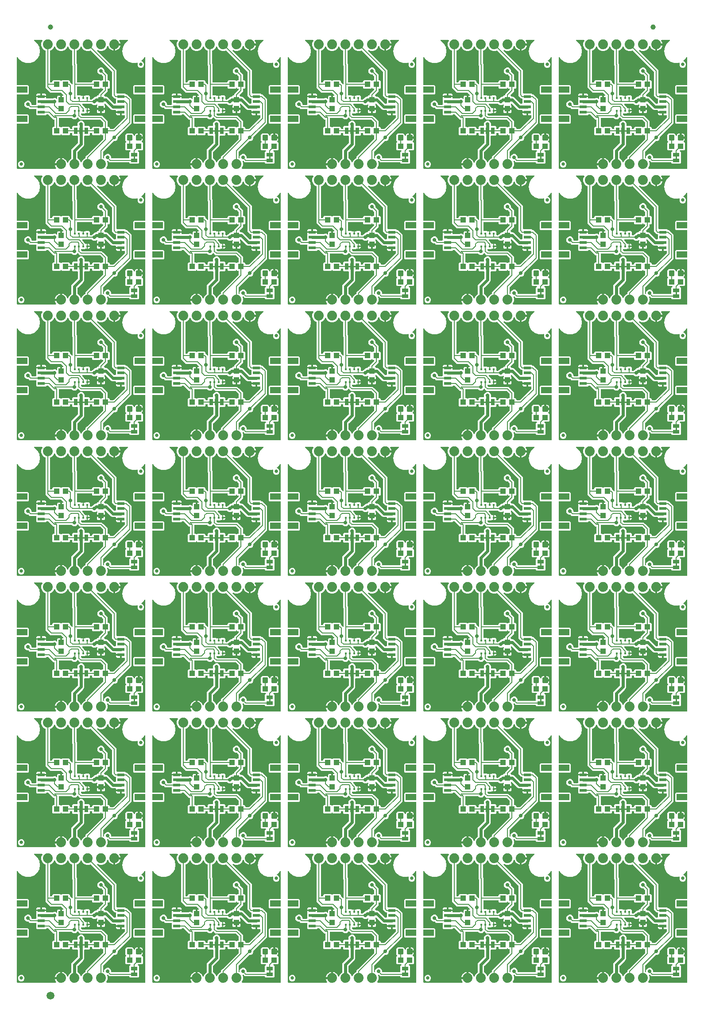
<source format=gtl>
G04 EAGLE Gerber RS-274X export*
G75*
%MOMM*%
%FSLAX34Y34*%
%LPD*%
%INTop Copper*%
%IPPOS*%
%AMOC8*
5,1,8,0,0,1.08239X$1,22.5*%
G01*
%ADD10R,1.000000X1.100000*%
%ADD11C,1.879600*%
%ADD12R,0.660400X1.270000*%
%ADD13R,1.100000X1.000000*%
%ADD14C,0.635000*%
%ADD15R,2.000000X1.200000*%
%ADD16R,1.350000X0.600000*%
%ADD17R,0.400000X0.400000*%
%ADD18C,0.300000*%
%ADD19R,1.270000X0.660400*%
%ADD20C,1.000000*%
%ADD21C,1.500000*%
%ADD22C,0.609600*%
%ADD23C,0.177800*%
%ADD24C,0.736600*%

G36*
X337595Y1040398D02*
X337595Y1040398D01*
X337687Y1040401D01*
X337736Y1040417D01*
X337786Y1040425D01*
X337870Y1040462D01*
X337957Y1040491D01*
X337999Y1040520D01*
X338045Y1040541D01*
X338115Y1040600D01*
X338191Y1040652D01*
X338223Y1040692D01*
X338262Y1040724D01*
X338313Y1040801D01*
X338372Y1040872D01*
X338392Y1040919D01*
X338420Y1040961D01*
X338448Y1041049D01*
X338484Y1041133D01*
X338490Y1041184D01*
X338506Y1041232D01*
X338508Y1041324D01*
X338519Y1041415D01*
X338512Y1041466D01*
X338513Y1041516D01*
X338490Y1041605D01*
X338475Y1041696D01*
X338455Y1041736D01*
X338441Y1041791D01*
X338360Y1041928D01*
X338326Y1041997D01*
X337769Y1042763D01*
X336916Y1044437D01*
X336335Y1046224D01*
X336214Y1046989D01*
X346964Y1046989D01*
X347022Y1046997D01*
X347080Y1046995D01*
X347162Y1047017D01*
X347245Y1047029D01*
X347299Y1047053D01*
X347355Y1047067D01*
X347428Y1047110D01*
X347505Y1047145D01*
X347549Y1047183D01*
X347600Y1047213D01*
X347657Y1047274D01*
X347722Y1047329D01*
X347754Y1047377D01*
X347794Y1047420D01*
X347833Y1047495D01*
X347879Y1047565D01*
X347897Y1047621D01*
X347924Y1047673D01*
X347935Y1047741D01*
X347965Y1047836D01*
X347968Y1047936D01*
X347979Y1048004D01*
X347979Y1049021D01*
X348996Y1049021D01*
X349054Y1049029D01*
X349112Y1049028D01*
X349194Y1049049D01*
X349277Y1049061D01*
X349331Y1049085D01*
X349387Y1049099D01*
X349460Y1049142D01*
X349537Y1049177D01*
X349582Y1049215D01*
X349632Y1049245D01*
X349690Y1049306D01*
X349754Y1049361D01*
X349786Y1049409D01*
X349826Y1049452D01*
X349865Y1049527D01*
X349911Y1049597D01*
X349929Y1049653D01*
X349956Y1049705D01*
X349967Y1049773D01*
X349997Y1049868D01*
X350000Y1049968D01*
X350011Y1050036D01*
X350011Y1060786D01*
X350776Y1060665D01*
X352563Y1060084D01*
X354237Y1059231D01*
X355758Y1058126D01*
X357086Y1056798D01*
X358191Y1055277D01*
X359044Y1053603D01*
X359408Y1052483D01*
X359438Y1052421D01*
X359459Y1052355D01*
X359500Y1052294D01*
X359533Y1052228D01*
X359579Y1052177D01*
X359618Y1052119D01*
X359674Y1052072D01*
X359723Y1052017D01*
X359782Y1051981D01*
X359835Y1051936D01*
X359902Y1051906D01*
X359965Y1051867D01*
X360032Y1051849D01*
X360095Y1051821D01*
X360168Y1051811D01*
X360239Y1051791D01*
X360308Y1051791D01*
X360377Y1051782D01*
X360449Y1051792D01*
X360523Y1051793D01*
X360590Y1051813D01*
X360658Y1051822D01*
X360725Y1051853D01*
X360796Y1051874D01*
X360854Y1051911D01*
X360917Y1051940D01*
X360973Y1051987D01*
X361035Y1052027D01*
X361081Y1052079D01*
X361133Y1052124D01*
X361166Y1052177D01*
X361223Y1052241D01*
X361272Y1052345D01*
X361311Y1052409D01*
X362828Y1056071D01*
X366329Y1059572D01*
X366657Y1059707D01*
X366658Y1059708D01*
X366659Y1059709D01*
X366778Y1059779D01*
X366901Y1059852D01*
X366902Y1059853D01*
X366904Y1059854D01*
X367001Y1059958D01*
X367097Y1060059D01*
X367097Y1060060D01*
X367098Y1060061D01*
X367163Y1060187D01*
X367227Y1060311D01*
X367227Y1060313D01*
X367228Y1060314D01*
X367230Y1060329D01*
X367267Y1060514D01*
X367269Y1060522D01*
X367269Y1060528D01*
X367282Y1060590D01*
X367279Y1060621D01*
X367283Y1060645D01*
X367283Y1075633D01*
X368211Y1077874D01*
X379686Y1089348D01*
X379738Y1089418D01*
X379798Y1089482D01*
X379824Y1089531D01*
X379857Y1089575D01*
X379888Y1089657D01*
X379928Y1089735D01*
X379936Y1089782D01*
X379958Y1089841D01*
X379968Y1089960D01*
X379969Y1089964D01*
X379970Y1089982D01*
X379970Y1089989D01*
X379983Y1090066D01*
X379983Y1102106D01*
X379975Y1102164D01*
X379977Y1102222D01*
X379955Y1102304D01*
X379943Y1102388D01*
X379920Y1102441D01*
X379905Y1102497D01*
X379862Y1102570D01*
X379827Y1102647D01*
X379789Y1102692D01*
X379760Y1102742D01*
X379698Y1102800D01*
X379644Y1102864D01*
X379595Y1102896D01*
X379552Y1102936D01*
X379477Y1102975D01*
X379407Y1103022D01*
X379351Y1103039D01*
X379299Y1103066D01*
X379231Y1103077D01*
X379136Y1103107D01*
X379036Y1103110D01*
X378968Y1103121D01*
X371101Y1103121D01*
X369315Y1104907D01*
X369315Y1107567D01*
X369307Y1107625D01*
X369309Y1107683D01*
X369287Y1107765D01*
X369275Y1107849D01*
X369252Y1107902D01*
X369237Y1107958D01*
X369194Y1108031D01*
X369159Y1108108D01*
X369121Y1108153D01*
X369092Y1108203D01*
X369030Y1108261D01*
X368976Y1108325D01*
X368927Y1108357D01*
X368884Y1108397D01*
X368809Y1108436D01*
X368739Y1108483D01*
X368683Y1108500D01*
X368631Y1108527D01*
X368563Y1108538D01*
X368468Y1108568D01*
X368368Y1108571D01*
X368300Y1108582D01*
X366044Y1108582D01*
X365986Y1108574D01*
X365928Y1108576D01*
X365846Y1108554D01*
X365762Y1108542D01*
X365709Y1108519D01*
X365653Y1108504D01*
X365580Y1108461D01*
X365503Y1108426D01*
X365458Y1108388D01*
X365408Y1108359D01*
X365350Y1108297D01*
X365286Y1108243D01*
X365254Y1108194D01*
X365214Y1108151D01*
X365175Y1108076D01*
X365128Y1108006D01*
X365111Y1107950D01*
X365084Y1107898D01*
X365073Y1107830D01*
X365043Y1107735D01*
X365040Y1107635D01*
X365029Y1107567D01*
X365029Y1106257D01*
X363243Y1104471D01*
X349717Y1104471D01*
X348698Y1105491D01*
X348651Y1105526D01*
X348611Y1105568D01*
X348538Y1105611D01*
X348471Y1105661D01*
X348416Y1105682D01*
X348366Y1105712D01*
X348284Y1105733D01*
X348205Y1105763D01*
X348147Y1105768D01*
X348090Y1105782D01*
X348006Y1105779D01*
X347922Y1105786D01*
X347864Y1105775D01*
X347806Y1105773D01*
X347726Y1105747D01*
X347643Y1105730D01*
X347591Y1105703D01*
X347535Y1105685D01*
X347479Y1105645D01*
X347391Y1105599D01*
X347318Y1105531D01*
X347262Y1105491D01*
X346243Y1104471D01*
X332717Y1104471D01*
X330931Y1106257D01*
X330931Y1118783D01*
X332717Y1120569D01*
X334527Y1120569D01*
X334585Y1120577D01*
X334643Y1120575D01*
X334725Y1120597D01*
X334809Y1120609D01*
X334862Y1120632D01*
X334918Y1120647D01*
X334991Y1120690D01*
X335068Y1120725D01*
X335113Y1120763D01*
X335163Y1120792D01*
X335221Y1120854D01*
X335285Y1120908D01*
X335317Y1120957D01*
X335357Y1121000D01*
X335396Y1121075D01*
X335443Y1121145D01*
X335460Y1121201D01*
X335487Y1121253D01*
X335498Y1121321D01*
X335528Y1121416D01*
X335531Y1121516D01*
X335542Y1121584D01*
X335542Y1132967D01*
X335534Y1133025D01*
X335536Y1133083D01*
X335514Y1133165D01*
X335502Y1133249D01*
X335479Y1133302D01*
X335464Y1133358D01*
X335421Y1133431D01*
X335386Y1133508D01*
X335348Y1133553D01*
X335319Y1133603D01*
X335257Y1133661D01*
X335203Y1133725D01*
X335154Y1133757D01*
X335111Y1133797D01*
X335036Y1133836D01*
X334966Y1133883D01*
X334910Y1133900D01*
X334858Y1133927D01*
X334790Y1133938D01*
X334695Y1133968D01*
X334595Y1133971D01*
X334527Y1133982D01*
X333649Y1133982D01*
X331045Y1136586D01*
X323546Y1144085D01*
X323476Y1144137D01*
X323413Y1144197D01*
X323363Y1144223D01*
X323319Y1144256D01*
X323237Y1144287D01*
X323159Y1144327D01*
X323112Y1144335D01*
X323053Y1144357D01*
X322906Y1144369D01*
X322828Y1144382D01*
X320424Y1144382D01*
X320338Y1144370D01*
X320250Y1144367D01*
X320198Y1144350D01*
X320143Y1144342D01*
X320063Y1144307D01*
X319980Y1144280D01*
X319941Y1144252D01*
X319883Y1144226D01*
X319770Y1144130D01*
X319706Y1144085D01*
X317893Y1142271D01*
X301867Y1142271D01*
X300081Y1144057D01*
X300081Y1152583D01*
X300101Y1152602D01*
X300136Y1152649D01*
X300178Y1152689D01*
X300221Y1152762D01*
X300271Y1152829D01*
X300292Y1152884D01*
X300322Y1152935D01*
X300343Y1153016D01*
X300373Y1153095D01*
X300378Y1153153D01*
X300392Y1153210D01*
X300389Y1153295D01*
X300396Y1153378D01*
X300385Y1153436D01*
X300383Y1153494D01*
X300357Y1153574D01*
X300340Y1153657D01*
X300313Y1153709D01*
X300295Y1153765D01*
X300255Y1153821D01*
X300209Y1153909D01*
X300140Y1153982D01*
X300135Y1153989D01*
X300127Y1154003D01*
X300122Y1154007D01*
X300100Y1154038D01*
X300053Y1154085D01*
X300015Y1154114D01*
X300014Y1154115D01*
X300011Y1154117D01*
X299984Y1154138D01*
X299920Y1154197D01*
X299870Y1154223D01*
X299826Y1154256D01*
X299745Y1154287D01*
X299667Y1154327D01*
X299619Y1154335D01*
X299560Y1154357D01*
X299413Y1154369D01*
X299336Y1154382D01*
X287849Y1154382D01*
X285940Y1156291D01*
X285871Y1156343D01*
X285807Y1156403D01*
X285757Y1156429D01*
X285713Y1156462D01*
X285631Y1156493D01*
X285553Y1156533D01*
X285506Y1156541D01*
X285447Y1156563D01*
X285300Y1156575D01*
X285222Y1156588D01*
X283141Y1156588D01*
X280667Y1157613D01*
X278773Y1159507D01*
X277748Y1161981D01*
X277748Y1164659D01*
X278773Y1167133D01*
X280667Y1169027D01*
X283141Y1170052D01*
X285819Y1170052D01*
X288293Y1169027D01*
X290187Y1167133D01*
X291212Y1164659D01*
X291212Y1163273D01*
X291220Y1163215D01*
X291218Y1163157D01*
X291240Y1163075D01*
X291252Y1162991D01*
X291275Y1162938D01*
X291290Y1162882D01*
X291333Y1162809D01*
X291368Y1162732D01*
X291406Y1162687D01*
X291435Y1162637D01*
X291497Y1162579D01*
X291551Y1162515D01*
X291600Y1162483D01*
X291643Y1162443D01*
X291718Y1162404D01*
X291788Y1162357D01*
X291844Y1162340D01*
X291896Y1162313D01*
X291964Y1162302D01*
X292059Y1162272D01*
X292159Y1162269D01*
X292227Y1162258D01*
X299336Y1162258D01*
X299422Y1162270D01*
X299510Y1162273D01*
X299562Y1162290D01*
X299617Y1162298D01*
X299697Y1162333D01*
X299780Y1162360D01*
X299819Y1162388D01*
X299877Y1162414D01*
X299968Y1162491D01*
X299972Y1162493D01*
X299985Y1162505D01*
X299990Y1162510D01*
X300054Y1162555D01*
X300101Y1162602D01*
X300136Y1162649D01*
X300178Y1162689D01*
X300221Y1162762D01*
X300271Y1162829D01*
X300292Y1162884D01*
X300322Y1162934D01*
X300343Y1163016D01*
X300373Y1163095D01*
X300378Y1163153D01*
X300392Y1163210D01*
X300389Y1163294D01*
X300396Y1163378D01*
X300385Y1163436D01*
X300383Y1163494D01*
X300357Y1163574D01*
X300340Y1163657D01*
X300313Y1163709D01*
X300295Y1163765D01*
X300255Y1163821D01*
X300209Y1163909D01*
X300141Y1163982D01*
X300101Y1164038D01*
X300081Y1164057D01*
X300081Y1172583D01*
X300605Y1173107D01*
X300646Y1173161D01*
X300695Y1173209D01*
X300731Y1173274D01*
X300776Y1173334D01*
X300800Y1173398D01*
X300834Y1173457D01*
X300851Y1173530D01*
X300877Y1173600D01*
X300883Y1173668D01*
X300898Y1173734D01*
X300895Y1173808D01*
X300901Y1173883D01*
X300887Y1173950D01*
X300884Y1174018D01*
X300862Y1174077D01*
X300845Y1174162D01*
X300792Y1174263D01*
X300766Y1174332D01*
X300762Y1174339D01*
X300589Y1174986D01*
X300589Y1176821D01*
X309396Y1176821D01*
X309454Y1176829D01*
X309512Y1176827D01*
X309594Y1176849D01*
X309677Y1176861D01*
X309731Y1176884D01*
X309787Y1176899D01*
X309860Y1176942D01*
X309879Y1176951D01*
X309925Y1176920D01*
X309981Y1176903D01*
X310033Y1176876D01*
X310101Y1176865D01*
X310196Y1176835D01*
X310296Y1176832D01*
X310364Y1176821D01*
X319171Y1176821D01*
X319171Y1175512D01*
X319179Y1175454D01*
X319177Y1175396D01*
X319199Y1175314D01*
X319211Y1175230D01*
X319234Y1175177D01*
X319249Y1175121D01*
X319292Y1175048D01*
X319327Y1174971D01*
X319365Y1174926D01*
X319394Y1174876D01*
X319456Y1174818D01*
X319510Y1174754D01*
X319559Y1174722D01*
X319602Y1174682D01*
X319677Y1174643D01*
X319747Y1174596D01*
X319803Y1174579D01*
X319855Y1174552D01*
X319923Y1174541D01*
X320018Y1174511D01*
X320118Y1174508D01*
X320186Y1174497D01*
X332206Y1174497D01*
X332237Y1174501D01*
X332267Y1174499D01*
X332344Y1174516D01*
X332487Y1174537D01*
X332546Y1174563D01*
X332595Y1174574D01*
X333941Y1175132D01*
X336619Y1175132D01*
X339035Y1174131D01*
X339147Y1174102D01*
X339256Y1174067D01*
X339284Y1174067D01*
X339311Y1174060D01*
X339425Y1174063D01*
X339540Y1174060D01*
X339567Y1174067D01*
X339595Y1174068D01*
X339704Y1174103D01*
X339815Y1174132D01*
X339839Y1174146D01*
X339866Y1174155D01*
X339961Y1174219D01*
X340060Y1174277D01*
X340079Y1174298D01*
X340102Y1174313D01*
X340176Y1174401D01*
X340254Y1174485D01*
X340267Y1174509D01*
X340285Y1174531D01*
X340331Y1174635D01*
X340384Y1174738D01*
X340388Y1174762D01*
X340400Y1174790D01*
X340437Y1175054D01*
X340439Y1175069D01*
X340439Y1177654D01*
X340612Y1178301D01*
X340947Y1178880D01*
X341420Y1179353D01*
X341999Y1179688D01*
X342646Y1179861D01*
X345949Y1179861D01*
X345949Y1172836D01*
X345957Y1172778D01*
X345955Y1172720D01*
X345977Y1172638D01*
X345989Y1172555D01*
X346013Y1172501D01*
X346027Y1172445D01*
X346070Y1172372D01*
X346105Y1172295D01*
X346143Y1172251D01*
X346173Y1172200D01*
X346234Y1172143D01*
X346289Y1172078D01*
X346337Y1172046D01*
X346380Y1172006D01*
X346455Y1171967D01*
X346525Y1171921D01*
X346581Y1171903D01*
X346633Y1171876D01*
X346701Y1171865D01*
X346796Y1171835D01*
X346896Y1171832D01*
X346964Y1171821D01*
X348996Y1171821D01*
X349054Y1171829D01*
X349112Y1171828D01*
X349194Y1171849D01*
X349277Y1171861D01*
X349331Y1171885D01*
X349387Y1171899D01*
X349460Y1171942D01*
X349537Y1171977D01*
X349581Y1172015D01*
X349632Y1172045D01*
X349689Y1172106D01*
X349754Y1172161D01*
X349786Y1172209D01*
X349826Y1172252D01*
X349865Y1172327D01*
X349911Y1172397D01*
X349929Y1172453D01*
X349956Y1172505D01*
X349967Y1172573D01*
X349997Y1172668D01*
X350000Y1172768D01*
X350011Y1172836D01*
X350011Y1179861D01*
X351359Y1179861D01*
X351389Y1179865D01*
X351418Y1179862D01*
X351529Y1179885D01*
X351641Y1179901D01*
X351668Y1179913D01*
X351696Y1179918D01*
X351797Y1179970D01*
X351900Y1180017D01*
X351923Y1180036D01*
X351949Y1180049D01*
X352031Y1180127D01*
X352117Y1180200D01*
X352134Y1180225D01*
X352155Y1180245D01*
X352212Y1180343D01*
X352275Y1180437D01*
X352284Y1180465D01*
X352299Y1180490D01*
X352326Y1180600D01*
X352361Y1180708D01*
X352361Y1180738D01*
X352369Y1180766D01*
X352365Y1180879D01*
X352368Y1180992D01*
X352361Y1181021D01*
X352360Y1181050D01*
X352325Y1181158D01*
X352296Y1181267D01*
X352281Y1181293D01*
X352272Y1181321D01*
X352227Y1181384D01*
X352151Y1181512D01*
X352105Y1181555D01*
X352077Y1181594D01*
X347916Y1185755D01*
X347846Y1185807D01*
X347783Y1185867D01*
X347733Y1185893D01*
X347689Y1185926D01*
X347607Y1185957D01*
X347529Y1185997D01*
X347482Y1186005D01*
X347423Y1186027D01*
X347276Y1186039D01*
X347198Y1186052D01*
X327299Y1186052D01*
X318642Y1194709D01*
X318642Y1265100D01*
X318642Y1265102D01*
X318642Y1265104D01*
X318622Y1265244D01*
X318602Y1265382D01*
X318602Y1265383D01*
X318602Y1265385D01*
X318545Y1265511D01*
X318486Y1265641D01*
X318485Y1265643D01*
X318484Y1265644D01*
X318394Y1265750D01*
X318303Y1265858D01*
X318301Y1265859D01*
X318300Y1265860D01*
X318287Y1265869D01*
X318066Y1266016D01*
X318037Y1266025D01*
X318016Y1266038D01*
X315529Y1267068D01*
X312028Y1270569D01*
X310133Y1275144D01*
X310133Y1280096D01*
X312103Y1284851D01*
X312132Y1284963D01*
X312166Y1285072D01*
X312167Y1285100D01*
X312174Y1285127D01*
X312171Y1285241D01*
X312174Y1285356D01*
X312167Y1285383D01*
X312166Y1285411D01*
X312131Y1285520D01*
X312102Y1285631D01*
X312088Y1285655D01*
X312079Y1285682D01*
X312015Y1285777D01*
X311957Y1285876D01*
X311936Y1285895D01*
X311921Y1285918D01*
X311833Y1285992D01*
X311749Y1286070D01*
X311725Y1286083D01*
X311703Y1286101D01*
X311599Y1286147D01*
X311496Y1286200D01*
X311472Y1286204D01*
X311444Y1286216D01*
X311180Y1286253D01*
X311165Y1286255D01*
X297013Y1286255D01*
X296940Y1286245D01*
X296866Y1286245D01*
X296800Y1286225D01*
X296731Y1286215D01*
X296664Y1286185D01*
X296594Y1286165D01*
X296535Y1286128D01*
X296472Y1286099D01*
X296416Y1286052D01*
X296354Y1286012D01*
X296308Y1285960D01*
X296255Y1285916D01*
X296214Y1285854D01*
X296165Y1285799D01*
X296136Y1285737D01*
X296097Y1285679D01*
X296075Y1285609D01*
X296044Y1285542D01*
X296032Y1285474D01*
X296012Y1285408D01*
X296010Y1285334D01*
X295998Y1285262D01*
X296006Y1285193D01*
X296004Y1285124D01*
X296023Y1285053D01*
X296032Y1284979D01*
X296059Y1284916D01*
X296076Y1284849D01*
X296114Y1284785D01*
X296142Y1284718D01*
X296181Y1284673D01*
X296221Y1284604D01*
X296311Y1284520D01*
X296360Y1284462D01*
X302065Y1279676D01*
X306051Y1272771D01*
X307435Y1264920D01*
X306051Y1257069D01*
X302065Y1250165D01*
X295958Y1245040D01*
X288466Y1242313D01*
X280494Y1242313D01*
X273002Y1245040D01*
X266895Y1250164D01*
X265039Y1253379D01*
X265027Y1253394D01*
X265019Y1253412D01*
X264940Y1253506D01*
X264864Y1253603D01*
X264848Y1253614D01*
X264835Y1253629D01*
X264733Y1253698D01*
X264634Y1253769D01*
X264615Y1253776D01*
X264599Y1253787D01*
X264481Y1253824D01*
X264366Y1253866D01*
X264346Y1253867D01*
X264328Y1253873D01*
X264205Y1253876D01*
X264082Y1253884D01*
X264063Y1253879D01*
X264044Y1253880D01*
X263925Y1253849D01*
X263805Y1253822D01*
X263787Y1253813D01*
X263769Y1253808D01*
X263663Y1253746D01*
X263555Y1253687D01*
X263541Y1253673D01*
X263524Y1253663D01*
X263440Y1253573D01*
X263353Y1253487D01*
X263343Y1253470D01*
X263330Y1253456D01*
X263274Y1253346D01*
X263214Y1253239D01*
X263209Y1253220D01*
X263200Y1253202D01*
X263188Y1253130D01*
X263149Y1252962D01*
X263151Y1252911D01*
X263145Y1252871D01*
X263145Y1201384D01*
X263153Y1201326D01*
X263151Y1201268D01*
X263173Y1201186D01*
X263185Y1201102D01*
X263208Y1201049D01*
X263223Y1200993D01*
X263266Y1200920D01*
X263301Y1200843D01*
X263339Y1200798D01*
X263368Y1200748D01*
X263430Y1200690D01*
X263484Y1200626D01*
X263533Y1200594D01*
X263576Y1200554D01*
X263651Y1200515D01*
X263721Y1200468D01*
X263777Y1200451D01*
X263829Y1200424D01*
X263897Y1200413D01*
X263992Y1200383D01*
X264092Y1200380D01*
X264160Y1200369D01*
X284393Y1200369D01*
X286179Y1198583D01*
X286179Y1184057D01*
X284393Y1182271D01*
X264160Y1182271D01*
X264102Y1182263D01*
X264044Y1182265D01*
X263962Y1182243D01*
X263878Y1182231D01*
X263825Y1182208D01*
X263769Y1182193D01*
X263696Y1182150D01*
X263619Y1182115D01*
X263574Y1182077D01*
X263524Y1182048D01*
X263466Y1181986D01*
X263402Y1181932D01*
X263370Y1181883D01*
X263330Y1181840D01*
X263291Y1181765D01*
X263244Y1181695D01*
X263227Y1181639D01*
X263200Y1181587D01*
X263189Y1181519D01*
X263159Y1181424D01*
X263156Y1181324D01*
X263145Y1181256D01*
X263145Y1145384D01*
X263153Y1145326D01*
X263151Y1145268D01*
X263173Y1145186D01*
X263185Y1145102D01*
X263208Y1145049D01*
X263223Y1144993D01*
X263266Y1144920D01*
X263301Y1144843D01*
X263339Y1144798D01*
X263368Y1144748D01*
X263430Y1144690D01*
X263484Y1144626D01*
X263533Y1144594D01*
X263576Y1144554D01*
X263651Y1144515D01*
X263721Y1144468D01*
X263777Y1144451D01*
X263829Y1144424D01*
X263897Y1144413D01*
X263992Y1144383D01*
X264092Y1144380D01*
X264160Y1144369D01*
X284393Y1144369D01*
X286179Y1142583D01*
X286179Y1128057D01*
X284393Y1126271D01*
X264160Y1126271D01*
X264102Y1126263D01*
X264044Y1126265D01*
X263962Y1126243D01*
X263878Y1126231D01*
X263825Y1126208D01*
X263769Y1126193D01*
X263696Y1126150D01*
X263619Y1126115D01*
X263574Y1126077D01*
X263524Y1126048D01*
X263466Y1125986D01*
X263402Y1125932D01*
X263370Y1125883D01*
X263330Y1125840D01*
X263291Y1125765D01*
X263244Y1125695D01*
X263227Y1125639D01*
X263200Y1125587D01*
X263189Y1125519D01*
X263159Y1125424D01*
X263156Y1125324D01*
X263145Y1125256D01*
X263145Y1041400D01*
X263153Y1041342D01*
X263151Y1041284D01*
X263173Y1041202D01*
X263185Y1041118D01*
X263208Y1041065D01*
X263223Y1041009D01*
X263266Y1040936D01*
X263301Y1040859D01*
X263339Y1040814D01*
X263368Y1040764D01*
X263430Y1040706D01*
X263484Y1040642D01*
X263533Y1040610D01*
X263576Y1040570D01*
X263651Y1040531D01*
X263721Y1040484D01*
X263777Y1040467D01*
X263829Y1040440D01*
X263897Y1040429D01*
X263992Y1040399D01*
X264092Y1040396D01*
X264160Y1040385D01*
X337504Y1040385D01*
X337595Y1040398D01*
G37*
G36*
X1114835Y522238D02*
X1114835Y522238D01*
X1114927Y522241D01*
X1114976Y522257D01*
X1115026Y522265D01*
X1115110Y522302D01*
X1115197Y522331D01*
X1115239Y522360D01*
X1115285Y522381D01*
X1115355Y522440D01*
X1115431Y522492D01*
X1115463Y522532D01*
X1115502Y522564D01*
X1115553Y522641D01*
X1115612Y522712D01*
X1115632Y522759D01*
X1115660Y522801D01*
X1115688Y522889D01*
X1115724Y522973D01*
X1115730Y523024D01*
X1115746Y523072D01*
X1115748Y523164D01*
X1115759Y523255D01*
X1115752Y523306D01*
X1115753Y523356D01*
X1115730Y523445D01*
X1115715Y523536D01*
X1115695Y523576D01*
X1115681Y523631D01*
X1115600Y523768D01*
X1115566Y523837D01*
X1115009Y524603D01*
X1114156Y526277D01*
X1113575Y528064D01*
X1113454Y528829D01*
X1124204Y528829D01*
X1124262Y528837D01*
X1124320Y528835D01*
X1124402Y528857D01*
X1124485Y528869D01*
X1124539Y528893D01*
X1124595Y528907D01*
X1124668Y528950D01*
X1124745Y528985D01*
X1124789Y529023D01*
X1124840Y529053D01*
X1124897Y529114D01*
X1124962Y529169D01*
X1124994Y529217D01*
X1125034Y529260D01*
X1125073Y529335D01*
X1125119Y529405D01*
X1125137Y529461D01*
X1125164Y529513D01*
X1125175Y529581D01*
X1125205Y529676D01*
X1125208Y529776D01*
X1125219Y529844D01*
X1125219Y530861D01*
X1126236Y530861D01*
X1126294Y530869D01*
X1126352Y530868D01*
X1126434Y530889D01*
X1126517Y530901D01*
X1126571Y530925D01*
X1126627Y530939D01*
X1126700Y530982D01*
X1126777Y531017D01*
X1126822Y531055D01*
X1126872Y531085D01*
X1126930Y531146D01*
X1126994Y531201D01*
X1127026Y531249D01*
X1127066Y531292D01*
X1127105Y531367D01*
X1127151Y531437D01*
X1127169Y531493D01*
X1127196Y531545D01*
X1127207Y531613D01*
X1127237Y531708D01*
X1127240Y531808D01*
X1127251Y531876D01*
X1127251Y542626D01*
X1128016Y542505D01*
X1129803Y541924D01*
X1131477Y541071D01*
X1132998Y539966D01*
X1134326Y538638D01*
X1135431Y537117D01*
X1136284Y535443D01*
X1136648Y534323D01*
X1136678Y534261D01*
X1136699Y534195D01*
X1136740Y534134D01*
X1136773Y534068D01*
X1136819Y534017D01*
X1136858Y533959D01*
X1136914Y533912D01*
X1136963Y533857D01*
X1137022Y533821D01*
X1137075Y533776D01*
X1137143Y533746D01*
X1137205Y533707D01*
X1137272Y533689D01*
X1137335Y533661D01*
X1137408Y533651D01*
X1137479Y533631D01*
X1137548Y533631D01*
X1137617Y533622D01*
X1137690Y533632D01*
X1137763Y533633D01*
X1137829Y533653D01*
X1137898Y533662D01*
X1137965Y533693D01*
X1138036Y533714D01*
X1138094Y533751D01*
X1138157Y533780D01*
X1138213Y533827D01*
X1138275Y533867D01*
X1138321Y533919D01*
X1138373Y533964D01*
X1138406Y534017D01*
X1138463Y534081D01*
X1138512Y534185D01*
X1138551Y534249D01*
X1140068Y537911D01*
X1143569Y541412D01*
X1143897Y541547D01*
X1143898Y541548D01*
X1143899Y541549D01*
X1144018Y541619D01*
X1144141Y541692D01*
X1144142Y541693D01*
X1144144Y541694D01*
X1144241Y541798D01*
X1144337Y541899D01*
X1144337Y541900D01*
X1144338Y541901D01*
X1144403Y542027D01*
X1144467Y542151D01*
X1144467Y542153D01*
X1144468Y542154D01*
X1144470Y542169D01*
X1144507Y542354D01*
X1144509Y542362D01*
X1144509Y542368D01*
X1144522Y542430D01*
X1144519Y542461D01*
X1144523Y542485D01*
X1144523Y557473D01*
X1145451Y559714D01*
X1156926Y571188D01*
X1156978Y571258D01*
X1157038Y571322D01*
X1157064Y571371D01*
X1157097Y571415D01*
X1157128Y571497D01*
X1157168Y571575D01*
X1157176Y571622D01*
X1157198Y571681D01*
X1157208Y571800D01*
X1157209Y571804D01*
X1157210Y571822D01*
X1157210Y571829D01*
X1157223Y571906D01*
X1157223Y583946D01*
X1157215Y584004D01*
X1157217Y584062D01*
X1157195Y584144D01*
X1157183Y584228D01*
X1157160Y584281D01*
X1157145Y584337D01*
X1157102Y584410D01*
X1157067Y584487D01*
X1157029Y584532D01*
X1157000Y584582D01*
X1156938Y584640D01*
X1156884Y584704D01*
X1156835Y584736D01*
X1156792Y584776D01*
X1156717Y584815D01*
X1156647Y584862D01*
X1156591Y584879D01*
X1156539Y584906D01*
X1156471Y584917D01*
X1156376Y584947D01*
X1156276Y584950D01*
X1156208Y584961D01*
X1148341Y584961D01*
X1146555Y586747D01*
X1146555Y589407D01*
X1146547Y589465D01*
X1146549Y589523D01*
X1146527Y589605D01*
X1146515Y589689D01*
X1146492Y589742D01*
X1146477Y589798D01*
X1146434Y589871D01*
X1146399Y589948D01*
X1146361Y589993D01*
X1146332Y590043D01*
X1146270Y590101D01*
X1146216Y590165D01*
X1146167Y590197D01*
X1146124Y590237D01*
X1146049Y590276D01*
X1145979Y590323D01*
X1145923Y590340D01*
X1145871Y590367D01*
X1145803Y590378D01*
X1145708Y590408D01*
X1145608Y590411D01*
X1145540Y590422D01*
X1143284Y590422D01*
X1143226Y590414D01*
X1143168Y590416D01*
X1143086Y590394D01*
X1143002Y590382D01*
X1142949Y590359D01*
X1142893Y590344D01*
X1142820Y590301D01*
X1142743Y590266D01*
X1142698Y590228D01*
X1142648Y590199D01*
X1142590Y590137D01*
X1142526Y590083D01*
X1142494Y590034D01*
X1142454Y589991D01*
X1142415Y589916D01*
X1142368Y589846D01*
X1142351Y589790D01*
X1142324Y589738D01*
X1142313Y589670D01*
X1142283Y589575D01*
X1142280Y589475D01*
X1142269Y589407D01*
X1142269Y588097D01*
X1140483Y586311D01*
X1126957Y586311D01*
X1125938Y587331D01*
X1125891Y587366D01*
X1125851Y587408D01*
X1125778Y587451D01*
X1125711Y587501D01*
X1125656Y587522D01*
X1125606Y587552D01*
X1125524Y587573D01*
X1125445Y587603D01*
X1125387Y587608D01*
X1125330Y587622D01*
X1125246Y587619D01*
X1125162Y587626D01*
X1125104Y587615D01*
X1125046Y587613D01*
X1124966Y587587D01*
X1124883Y587570D01*
X1124831Y587543D01*
X1124775Y587525D01*
X1124719Y587485D01*
X1124631Y587439D01*
X1124558Y587371D01*
X1124502Y587331D01*
X1123483Y586311D01*
X1109957Y586311D01*
X1108171Y588097D01*
X1108171Y600623D01*
X1109957Y602409D01*
X1111767Y602409D01*
X1111825Y602417D01*
X1111883Y602415D01*
X1111965Y602437D01*
X1112049Y602449D01*
X1112102Y602472D01*
X1112158Y602487D01*
X1112231Y602530D01*
X1112308Y602565D01*
X1112353Y602603D01*
X1112403Y602632D01*
X1112461Y602694D01*
X1112525Y602748D01*
X1112557Y602797D01*
X1112597Y602840D01*
X1112636Y602915D01*
X1112683Y602985D01*
X1112700Y603041D01*
X1112727Y603093D01*
X1112738Y603161D01*
X1112768Y603256D01*
X1112771Y603356D01*
X1112782Y603424D01*
X1112782Y614807D01*
X1112774Y614865D01*
X1112776Y614923D01*
X1112754Y615005D01*
X1112742Y615089D01*
X1112719Y615142D01*
X1112704Y615198D01*
X1112661Y615271D01*
X1112626Y615348D01*
X1112588Y615393D01*
X1112559Y615443D01*
X1112497Y615501D01*
X1112443Y615565D01*
X1112394Y615597D01*
X1112351Y615637D01*
X1112276Y615676D01*
X1112206Y615723D01*
X1112150Y615740D01*
X1112098Y615767D01*
X1112030Y615778D01*
X1111935Y615808D01*
X1111835Y615811D01*
X1111767Y615822D01*
X1110889Y615822D01*
X1108285Y618426D01*
X1100786Y625925D01*
X1100716Y625977D01*
X1100653Y626037D01*
X1100603Y626063D01*
X1100559Y626096D01*
X1100477Y626127D01*
X1100399Y626167D01*
X1100352Y626175D01*
X1100293Y626197D01*
X1100146Y626209D01*
X1100068Y626222D01*
X1097664Y626222D01*
X1097578Y626210D01*
X1097490Y626207D01*
X1097438Y626190D01*
X1097383Y626182D01*
X1097303Y626147D01*
X1097220Y626120D01*
X1097181Y626092D01*
X1097123Y626066D01*
X1097010Y625970D01*
X1096946Y625925D01*
X1095133Y624111D01*
X1079107Y624111D01*
X1077321Y625897D01*
X1077321Y634423D01*
X1077341Y634442D01*
X1077376Y634489D01*
X1077418Y634529D01*
X1077461Y634602D01*
X1077511Y634669D01*
X1077532Y634724D01*
X1077562Y634774D01*
X1077583Y634856D01*
X1077613Y634935D01*
X1077618Y634993D01*
X1077632Y635050D01*
X1077629Y635134D01*
X1077636Y635218D01*
X1077625Y635276D01*
X1077623Y635334D01*
X1077597Y635414D01*
X1077580Y635497D01*
X1077553Y635549D01*
X1077535Y635605D01*
X1077495Y635661D01*
X1077449Y635749D01*
X1077381Y635822D01*
X1077375Y635829D01*
X1077367Y635843D01*
X1077362Y635847D01*
X1077341Y635878D01*
X1077294Y635925D01*
X1077255Y635954D01*
X1077254Y635955D01*
X1077251Y635957D01*
X1077224Y635977D01*
X1077160Y636037D01*
X1077110Y636063D01*
X1077066Y636096D01*
X1076985Y636127D01*
X1076907Y636167D01*
X1076859Y636175D01*
X1076801Y636197D01*
X1076653Y636209D01*
X1076576Y636222D01*
X1065089Y636222D01*
X1063180Y638131D01*
X1063111Y638183D01*
X1063047Y638243D01*
X1062997Y638269D01*
X1062953Y638302D01*
X1062871Y638333D01*
X1062793Y638373D01*
X1062746Y638381D01*
X1062687Y638403D01*
X1062540Y638415D01*
X1062462Y638428D01*
X1060381Y638428D01*
X1057907Y639453D01*
X1056013Y641347D01*
X1054988Y643821D01*
X1054988Y646499D01*
X1056013Y648973D01*
X1057907Y650867D01*
X1060381Y651892D01*
X1063059Y651892D01*
X1065533Y650867D01*
X1067427Y648973D01*
X1068452Y646499D01*
X1068452Y645113D01*
X1068460Y645055D01*
X1068458Y644997D01*
X1068480Y644915D01*
X1068492Y644831D01*
X1068515Y644778D01*
X1068530Y644722D01*
X1068573Y644649D01*
X1068608Y644572D01*
X1068646Y644527D01*
X1068675Y644477D01*
X1068737Y644419D01*
X1068791Y644355D01*
X1068840Y644323D01*
X1068883Y644283D01*
X1068958Y644244D01*
X1069028Y644197D01*
X1069084Y644180D01*
X1069136Y644153D01*
X1069204Y644142D01*
X1069299Y644112D01*
X1069399Y644109D01*
X1069467Y644098D01*
X1076576Y644098D01*
X1076662Y644110D01*
X1076750Y644113D01*
X1076803Y644130D01*
X1076857Y644138D01*
X1076937Y644173D01*
X1077021Y644200D01*
X1077060Y644228D01*
X1077117Y644254D01*
X1077208Y644331D01*
X1077212Y644333D01*
X1077224Y644345D01*
X1077230Y644350D01*
X1077294Y644395D01*
X1077341Y644442D01*
X1077376Y644489D01*
X1077418Y644529D01*
X1077461Y644602D01*
X1077512Y644670D01*
X1077532Y644724D01*
X1077562Y644774D01*
X1077583Y644856D01*
X1077613Y644935D01*
X1077618Y644993D01*
X1077632Y645050D01*
X1077629Y645134D01*
X1077636Y645219D01*
X1077625Y645276D01*
X1077623Y645334D01*
X1077597Y645415D01*
X1077580Y645497D01*
X1077553Y645549D01*
X1077535Y645605D01*
X1077495Y645661D01*
X1077449Y645750D01*
X1077381Y645822D01*
X1077341Y645878D01*
X1077321Y645897D01*
X1077321Y654423D01*
X1077845Y654947D01*
X1077886Y655001D01*
X1077935Y655049D01*
X1077971Y655114D01*
X1078016Y655174D01*
X1078040Y655238D01*
X1078074Y655297D01*
X1078091Y655370D01*
X1078117Y655440D01*
X1078123Y655508D01*
X1078138Y655574D01*
X1078135Y655648D01*
X1078141Y655723D01*
X1078127Y655790D01*
X1078124Y655858D01*
X1078102Y655917D01*
X1078085Y656002D01*
X1078032Y656103D01*
X1078006Y656172D01*
X1078002Y656179D01*
X1077829Y656826D01*
X1077829Y658661D01*
X1086636Y658661D01*
X1086694Y658669D01*
X1086752Y658667D01*
X1086834Y658689D01*
X1086917Y658701D01*
X1086971Y658724D01*
X1087027Y658739D01*
X1087100Y658782D01*
X1087119Y658791D01*
X1087165Y658760D01*
X1087221Y658743D01*
X1087273Y658716D01*
X1087341Y658705D01*
X1087436Y658675D01*
X1087536Y658672D01*
X1087604Y658661D01*
X1096411Y658661D01*
X1096411Y657352D01*
X1096419Y657294D01*
X1096417Y657236D01*
X1096439Y657154D01*
X1096451Y657070D01*
X1096474Y657017D01*
X1096489Y656961D01*
X1096532Y656888D01*
X1096567Y656811D01*
X1096605Y656766D01*
X1096634Y656716D01*
X1096696Y656658D01*
X1096750Y656594D01*
X1096799Y656562D01*
X1096842Y656522D01*
X1096917Y656483D01*
X1096987Y656436D01*
X1097043Y656419D01*
X1097095Y656392D01*
X1097163Y656381D01*
X1097258Y656351D01*
X1097358Y656348D01*
X1097426Y656337D01*
X1109446Y656337D01*
X1109477Y656341D01*
X1109507Y656339D01*
X1109584Y656356D01*
X1109727Y656377D01*
X1109786Y656403D01*
X1109835Y656414D01*
X1111181Y656972D01*
X1113859Y656972D01*
X1116275Y655971D01*
X1116387Y655942D01*
X1116496Y655907D01*
X1116524Y655907D01*
X1116551Y655900D01*
X1116665Y655903D01*
X1116780Y655900D01*
X1116807Y655907D01*
X1116835Y655908D01*
X1116944Y655943D01*
X1117055Y655972D01*
X1117079Y655986D01*
X1117106Y655995D01*
X1117201Y656059D01*
X1117300Y656117D01*
X1117319Y656138D01*
X1117342Y656153D01*
X1117416Y656241D01*
X1117494Y656325D01*
X1117507Y656349D01*
X1117525Y656371D01*
X1117571Y656475D01*
X1117624Y656578D01*
X1117628Y656602D01*
X1117640Y656630D01*
X1117677Y656894D01*
X1117679Y656909D01*
X1117679Y659494D01*
X1117852Y660141D01*
X1118187Y660720D01*
X1118660Y661193D01*
X1119239Y661528D01*
X1119886Y661701D01*
X1123189Y661701D01*
X1123189Y654676D01*
X1123197Y654618D01*
X1123195Y654560D01*
X1123217Y654478D01*
X1123229Y654395D01*
X1123253Y654341D01*
X1123267Y654285D01*
X1123310Y654212D01*
X1123345Y654135D01*
X1123383Y654091D01*
X1123413Y654040D01*
X1123474Y653983D01*
X1123529Y653918D01*
X1123577Y653886D01*
X1123620Y653846D01*
X1123695Y653807D01*
X1123765Y653761D01*
X1123821Y653743D01*
X1123873Y653716D01*
X1123941Y653705D01*
X1124036Y653675D01*
X1124136Y653672D01*
X1124204Y653661D01*
X1126236Y653661D01*
X1126294Y653669D01*
X1126352Y653668D01*
X1126434Y653689D01*
X1126517Y653701D01*
X1126571Y653725D01*
X1126627Y653739D01*
X1126700Y653782D01*
X1126777Y653817D01*
X1126821Y653855D01*
X1126872Y653885D01*
X1126929Y653946D01*
X1126994Y654001D01*
X1127026Y654049D01*
X1127066Y654092D01*
X1127105Y654167D01*
X1127151Y654237D01*
X1127169Y654293D01*
X1127196Y654345D01*
X1127207Y654413D01*
X1127237Y654508D01*
X1127240Y654608D01*
X1127251Y654676D01*
X1127251Y661701D01*
X1128599Y661701D01*
X1128629Y661705D01*
X1128658Y661702D01*
X1128769Y661725D01*
X1128881Y661741D01*
X1128908Y661753D01*
X1128936Y661758D01*
X1129037Y661810D01*
X1129140Y661857D01*
X1129163Y661876D01*
X1129189Y661889D01*
X1129271Y661967D01*
X1129357Y662040D01*
X1129374Y662065D01*
X1129395Y662085D01*
X1129452Y662183D01*
X1129515Y662277D01*
X1129524Y662305D01*
X1129539Y662330D01*
X1129566Y662440D01*
X1129601Y662548D01*
X1129601Y662578D01*
X1129609Y662606D01*
X1129605Y662719D01*
X1129608Y662832D01*
X1129601Y662861D01*
X1129600Y662890D01*
X1129565Y662998D01*
X1129536Y663107D01*
X1129521Y663133D01*
X1129512Y663161D01*
X1129467Y663224D01*
X1129391Y663352D01*
X1129345Y663395D01*
X1129317Y663434D01*
X1125156Y667595D01*
X1125086Y667647D01*
X1125023Y667707D01*
X1124973Y667733D01*
X1124929Y667766D01*
X1124847Y667797D01*
X1124769Y667837D01*
X1124722Y667845D01*
X1124663Y667867D01*
X1124516Y667879D01*
X1124438Y667892D01*
X1104539Y667892D01*
X1095882Y676549D01*
X1095882Y746940D01*
X1095882Y746942D01*
X1095882Y746944D01*
X1095862Y747084D01*
X1095842Y747222D01*
X1095842Y747223D01*
X1095842Y747225D01*
X1095785Y747351D01*
X1095726Y747481D01*
X1095725Y747483D01*
X1095724Y747484D01*
X1095634Y747590D01*
X1095543Y747698D01*
X1095541Y747699D01*
X1095540Y747700D01*
X1095527Y747709D01*
X1095306Y747856D01*
X1095277Y747865D01*
X1095256Y747878D01*
X1092769Y748908D01*
X1089268Y752409D01*
X1087373Y756984D01*
X1087373Y761936D01*
X1089343Y766691D01*
X1089372Y766803D01*
X1089406Y766912D01*
X1089407Y766940D01*
X1089414Y766967D01*
X1089411Y767081D01*
X1089414Y767196D01*
X1089407Y767223D01*
X1089406Y767251D01*
X1089371Y767360D01*
X1089342Y767471D01*
X1089328Y767495D01*
X1089319Y767522D01*
X1089255Y767617D01*
X1089197Y767716D01*
X1089176Y767735D01*
X1089161Y767758D01*
X1089073Y767832D01*
X1088989Y767910D01*
X1088965Y767923D01*
X1088943Y767941D01*
X1088839Y767987D01*
X1088736Y768040D01*
X1088712Y768044D01*
X1088684Y768056D01*
X1088420Y768093D01*
X1088405Y768095D01*
X1074253Y768095D01*
X1074180Y768085D01*
X1074106Y768085D01*
X1074040Y768065D01*
X1073971Y768055D01*
X1073904Y768025D01*
X1073834Y768005D01*
X1073775Y767968D01*
X1073712Y767939D01*
X1073656Y767892D01*
X1073594Y767852D01*
X1073548Y767800D01*
X1073495Y767756D01*
X1073454Y767694D01*
X1073405Y767639D01*
X1073376Y767577D01*
X1073337Y767519D01*
X1073315Y767449D01*
X1073284Y767382D01*
X1073272Y767314D01*
X1073252Y767248D01*
X1073250Y767174D01*
X1073238Y767102D01*
X1073246Y767033D01*
X1073244Y766964D01*
X1073263Y766893D01*
X1073272Y766819D01*
X1073299Y766756D01*
X1073316Y766689D01*
X1073354Y766625D01*
X1073382Y766558D01*
X1073421Y766513D01*
X1073461Y766444D01*
X1073551Y766360D01*
X1073600Y766302D01*
X1079305Y761516D01*
X1083291Y754611D01*
X1084675Y746760D01*
X1083291Y738909D01*
X1079305Y732005D01*
X1073198Y726880D01*
X1065706Y724153D01*
X1057734Y724153D01*
X1050242Y726880D01*
X1044135Y732004D01*
X1042279Y735219D01*
X1042267Y735234D01*
X1042259Y735252D01*
X1042180Y735346D01*
X1042104Y735443D01*
X1042088Y735454D01*
X1042075Y735469D01*
X1041973Y735537D01*
X1041874Y735609D01*
X1041855Y735616D01*
X1041839Y735627D01*
X1041721Y735664D01*
X1041606Y735705D01*
X1041586Y735707D01*
X1041568Y735713D01*
X1041445Y735716D01*
X1041322Y735724D01*
X1041303Y735719D01*
X1041284Y735720D01*
X1041165Y735689D01*
X1041045Y735662D01*
X1041027Y735653D01*
X1041009Y735648D01*
X1040903Y735586D01*
X1040795Y735527D01*
X1040781Y735513D01*
X1040764Y735503D01*
X1040680Y735413D01*
X1040593Y735327D01*
X1040583Y735310D01*
X1040570Y735296D01*
X1040514Y735186D01*
X1040454Y735079D01*
X1040449Y735060D01*
X1040440Y735042D01*
X1040428Y734970D01*
X1040389Y734802D01*
X1040391Y734751D01*
X1040385Y734711D01*
X1040385Y683224D01*
X1040393Y683166D01*
X1040391Y683108D01*
X1040413Y683026D01*
X1040425Y682942D01*
X1040448Y682889D01*
X1040463Y682833D01*
X1040506Y682760D01*
X1040541Y682683D01*
X1040579Y682638D01*
X1040608Y682588D01*
X1040670Y682530D01*
X1040724Y682466D01*
X1040773Y682434D01*
X1040816Y682394D01*
X1040891Y682355D01*
X1040961Y682308D01*
X1041017Y682291D01*
X1041069Y682264D01*
X1041137Y682253D01*
X1041232Y682223D01*
X1041332Y682220D01*
X1041400Y682209D01*
X1061633Y682209D01*
X1063419Y680423D01*
X1063419Y665897D01*
X1061633Y664111D01*
X1041400Y664111D01*
X1041342Y664103D01*
X1041284Y664105D01*
X1041202Y664083D01*
X1041118Y664071D01*
X1041065Y664048D01*
X1041009Y664033D01*
X1040936Y663990D01*
X1040859Y663955D01*
X1040814Y663917D01*
X1040764Y663888D01*
X1040706Y663826D01*
X1040642Y663772D01*
X1040610Y663723D01*
X1040570Y663680D01*
X1040531Y663605D01*
X1040484Y663535D01*
X1040467Y663479D01*
X1040440Y663427D01*
X1040429Y663359D01*
X1040399Y663264D01*
X1040396Y663164D01*
X1040385Y663096D01*
X1040385Y627224D01*
X1040393Y627166D01*
X1040391Y627108D01*
X1040413Y627026D01*
X1040425Y626942D01*
X1040448Y626889D01*
X1040463Y626833D01*
X1040506Y626760D01*
X1040541Y626683D01*
X1040579Y626638D01*
X1040608Y626588D01*
X1040670Y626530D01*
X1040724Y626466D01*
X1040773Y626434D01*
X1040816Y626394D01*
X1040891Y626355D01*
X1040961Y626308D01*
X1041017Y626291D01*
X1041069Y626264D01*
X1041137Y626253D01*
X1041232Y626223D01*
X1041332Y626220D01*
X1041400Y626209D01*
X1061633Y626209D01*
X1063419Y624423D01*
X1063419Y609897D01*
X1061633Y608111D01*
X1041400Y608111D01*
X1041342Y608103D01*
X1041284Y608105D01*
X1041202Y608083D01*
X1041118Y608071D01*
X1041065Y608048D01*
X1041009Y608033D01*
X1040936Y607990D01*
X1040859Y607955D01*
X1040814Y607917D01*
X1040764Y607888D01*
X1040706Y607826D01*
X1040642Y607772D01*
X1040610Y607723D01*
X1040570Y607680D01*
X1040531Y607605D01*
X1040484Y607535D01*
X1040467Y607479D01*
X1040440Y607427D01*
X1040429Y607359D01*
X1040399Y607264D01*
X1040396Y607164D01*
X1040385Y607096D01*
X1040385Y523240D01*
X1040393Y523182D01*
X1040391Y523124D01*
X1040413Y523042D01*
X1040425Y522958D01*
X1040448Y522905D01*
X1040463Y522849D01*
X1040506Y522776D01*
X1040541Y522699D01*
X1040579Y522654D01*
X1040608Y522604D01*
X1040670Y522546D01*
X1040724Y522482D01*
X1040773Y522450D01*
X1040816Y522410D01*
X1040891Y522371D01*
X1040961Y522324D01*
X1041017Y522307D01*
X1041069Y522280D01*
X1041137Y522269D01*
X1041232Y522239D01*
X1041332Y522236D01*
X1041400Y522225D01*
X1114744Y522225D01*
X1114835Y522238D01*
G37*
G36*
X78515Y522238D02*
X78515Y522238D01*
X78607Y522241D01*
X78656Y522257D01*
X78706Y522265D01*
X78790Y522302D01*
X78877Y522331D01*
X78919Y522360D01*
X78965Y522381D01*
X79035Y522440D01*
X79111Y522492D01*
X79143Y522532D01*
X79182Y522564D01*
X79233Y522641D01*
X79292Y522712D01*
X79312Y522759D01*
X79340Y522801D01*
X79368Y522889D01*
X79404Y522973D01*
X79410Y523024D01*
X79426Y523072D01*
X79428Y523164D01*
X79439Y523255D01*
X79432Y523306D01*
X79433Y523356D01*
X79410Y523445D01*
X79395Y523536D01*
X79375Y523576D01*
X79361Y523631D01*
X79280Y523768D01*
X79246Y523837D01*
X78689Y524603D01*
X77836Y526277D01*
X77255Y528064D01*
X77134Y528829D01*
X87884Y528829D01*
X87942Y528837D01*
X88000Y528835D01*
X88082Y528857D01*
X88165Y528869D01*
X88219Y528893D01*
X88275Y528907D01*
X88348Y528950D01*
X88425Y528985D01*
X88469Y529023D01*
X88520Y529053D01*
X88577Y529114D01*
X88642Y529169D01*
X88674Y529217D01*
X88714Y529260D01*
X88753Y529335D01*
X88799Y529405D01*
X88817Y529461D01*
X88844Y529513D01*
X88855Y529581D01*
X88885Y529676D01*
X88888Y529776D01*
X88899Y529844D01*
X88899Y530861D01*
X89916Y530861D01*
X89974Y530869D01*
X90032Y530868D01*
X90114Y530889D01*
X90197Y530901D01*
X90251Y530925D01*
X90307Y530939D01*
X90380Y530982D01*
X90457Y531017D01*
X90502Y531055D01*
X90552Y531085D01*
X90610Y531146D01*
X90674Y531201D01*
X90706Y531249D01*
X90746Y531292D01*
X90785Y531367D01*
X90831Y531437D01*
X90849Y531493D01*
X90876Y531545D01*
X90887Y531613D01*
X90917Y531708D01*
X90920Y531808D01*
X90931Y531876D01*
X90931Y542626D01*
X91696Y542505D01*
X93483Y541924D01*
X95157Y541071D01*
X96678Y539966D01*
X98006Y538638D01*
X99111Y537117D01*
X99964Y535443D01*
X100328Y534323D01*
X100358Y534261D01*
X100379Y534195D01*
X100420Y534134D01*
X100453Y534068D01*
X100499Y534017D01*
X100538Y533959D01*
X100594Y533912D01*
X100643Y533857D01*
X100702Y533821D01*
X100755Y533776D01*
X100822Y533746D01*
X100885Y533708D01*
X100952Y533689D01*
X101015Y533661D01*
X101088Y533651D01*
X101159Y533631D01*
X101228Y533631D01*
X101296Y533622D01*
X101369Y533632D01*
X101443Y533633D01*
X101510Y533653D01*
X101578Y533663D01*
X101645Y533693D01*
X101716Y533714D01*
X101774Y533751D01*
X101837Y533780D01*
X101893Y533827D01*
X101955Y533867D01*
X102001Y533919D01*
X102053Y533964D01*
X102086Y534017D01*
X102143Y534081D01*
X102192Y534185D01*
X102231Y534249D01*
X103748Y537911D01*
X107249Y541412D01*
X107577Y541547D01*
X107578Y541548D01*
X107579Y541549D01*
X107698Y541619D01*
X107821Y541692D01*
X107822Y541693D01*
X107824Y541694D01*
X107921Y541798D01*
X108017Y541899D01*
X108017Y541900D01*
X108018Y541901D01*
X108083Y542027D01*
X108147Y542151D01*
X108147Y542153D01*
X108148Y542154D01*
X108150Y542169D01*
X108187Y542354D01*
X108189Y542362D01*
X108189Y542368D01*
X108202Y542430D01*
X108199Y542461D01*
X108203Y542485D01*
X108203Y557473D01*
X109131Y559714D01*
X120606Y571188D01*
X120658Y571258D01*
X120718Y571322D01*
X120744Y571371D01*
X120777Y571415D01*
X120808Y571497D01*
X120848Y571575D01*
X120856Y571622D01*
X120878Y571681D01*
X120888Y571800D01*
X120889Y571804D01*
X120890Y571822D01*
X120890Y571829D01*
X120903Y571906D01*
X120903Y583946D01*
X120895Y584004D01*
X120897Y584062D01*
X120875Y584144D01*
X120863Y584228D01*
X120840Y584281D01*
X120825Y584337D01*
X120782Y584410D01*
X120747Y584487D01*
X120709Y584532D01*
X120680Y584582D01*
X120618Y584640D01*
X120564Y584704D01*
X120515Y584736D01*
X120472Y584776D01*
X120397Y584815D01*
X120327Y584862D01*
X120271Y584879D01*
X120219Y584906D01*
X120151Y584917D01*
X120056Y584947D01*
X119956Y584950D01*
X119888Y584961D01*
X112021Y584961D01*
X110235Y586747D01*
X110235Y589407D01*
X110227Y589465D01*
X110229Y589523D01*
X110207Y589605D01*
X110195Y589689D01*
X110172Y589742D01*
X110157Y589798D01*
X110114Y589871D01*
X110079Y589948D01*
X110041Y589993D01*
X110012Y590043D01*
X109950Y590101D01*
X109896Y590165D01*
X109847Y590197D01*
X109804Y590237D01*
X109729Y590276D01*
X109659Y590323D01*
X109603Y590340D01*
X109551Y590367D01*
X109483Y590378D01*
X109388Y590408D01*
X109288Y590411D01*
X109220Y590422D01*
X106964Y590422D01*
X106906Y590414D01*
X106848Y590416D01*
X106766Y590394D01*
X106682Y590382D01*
X106629Y590359D01*
X106573Y590344D01*
X106500Y590301D01*
X106423Y590266D01*
X106378Y590228D01*
X106328Y590199D01*
X106270Y590137D01*
X106206Y590083D01*
X106174Y590034D01*
X106134Y589991D01*
X106095Y589916D01*
X106048Y589846D01*
X106031Y589790D01*
X106004Y589738D01*
X105993Y589670D01*
X105963Y589575D01*
X105960Y589475D01*
X105949Y589407D01*
X105949Y588097D01*
X104163Y586311D01*
X90637Y586311D01*
X89618Y587331D01*
X89571Y587366D01*
X89531Y587408D01*
X89458Y587451D01*
X89391Y587501D01*
X89336Y587522D01*
X89286Y587552D01*
X89204Y587573D01*
X89125Y587603D01*
X89067Y587608D01*
X89010Y587622D01*
X88926Y587619D01*
X88842Y587626D01*
X88784Y587615D01*
X88726Y587613D01*
X88646Y587587D01*
X88563Y587570D01*
X88511Y587543D01*
X88455Y587525D01*
X88399Y587485D01*
X88311Y587439D01*
X88238Y587371D01*
X88182Y587331D01*
X87163Y586311D01*
X73637Y586311D01*
X71851Y588097D01*
X71851Y600623D01*
X73637Y602409D01*
X75447Y602409D01*
X75505Y602417D01*
X75563Y602415D01*
X75645Y602437D01*
X75729Y602449D01*
X75782Y602472D01*
X75838Y602487D01*
X75911Y602530D01*
X75988Y602565D01*
X76033Y602603D01*
X76083Y602632D01*
X76141Y602694D01*
X76205Y602748D01*
X76237Y602797D01*
X76277Y602840D01*
X76316Y602915D01*
X76363Y602985D01*
X76380Y603041D01*
X76407Y603093D01*
X76418Y603161D01*
X76448Y603256D01*
X76451Y603356D01*
X76462Y603424D01*
X76462Y614807D01*
X76454Y614865D01*
X76456Y614923D01*
X76434Y615005D01*
X76422Y615089D01*
X76399Y615142D01*
X76384Y615198D01*
X76341Y615271D01*
X76306Y615348D01*
X76268Y615393D01*
X76239Y615443D01*
X76177Y615501D01*
X76123Y615565D01*
X76074Y615597D01*
X76031Y615637D01*
X75956Y615676D01*
X75886Y615723D01*
X75830Y615740D01*
X75778Y615767D01*
X75710Y615778D01*
X75615Y615808D01*
X75515Y615811D01*
X75447Y615822D01*
X74569Y615822D01*
X71965Y618426D01*
X64466Y625925D01*
X64396Y625977D01*
X64333Y626037D01*
X64283Y626063D01*
X64239Y626096D01*
X64157Y626127D01*
X64079Y626167D01*
X64032Y626175D01*
X63973Y626197D01*
X63826Y626209D01*
X63748Y626222D01*
X61344Y626222D01*
X61258Y626210D01*
X61170Y626207D01*
X61118Y626190D01*
X61063Y626182D01*
X60983Y626147D01*
X60900Y626120D01*
X60861Y626092D01*
X60803Y626066D01*
X60690Y625970D01*
X60626Y625925D01*
X58813Y624111D01*
X42787Y624111D01*
X41001Y625897D01*
X41001Y634423D01*
X41021Y634442D01*
X41056Y634489D01*
X41098Y634529D01*
X41141Y634602D01*
X41191Y634669D01*
X41212Y634724D01*
X41242Y634775D01*
X41263Y634856D01*
X41293Y634935D01*
X41298Y634993D01*
X41312Y635050D01*
X41309Y635135D01*
X41316Y635218D01*
X41305Y635276D01*
X41303Y635334D01*
X41277Y635414D01*
X41260Y635497D01*
X41233Y635549D01*
X41215Y635605D01*
X41175Y635661D01*
X41129Y635749D01*
X41060Y635822D01*
X41055Y635829D01*
X41047Y635843D01*
X41042Y635847D01*
X41020Y635878D01*
X40973Y635925D01*
X40935Y635954D01*
X40934Y635955D01*
X40931Y635957D01*
X40904Y635978D01*
X40840Y636037D01*
X40790Y636063D01*
X40746Y636096D01*
X40665Y636127D01*
X40587Y636167D01*
X40539Y636175D01*
X40480Y636197D01*
X40333Y636209D01*
X40256Y636222D01*
X28769Y636222D01*
X26860Y638131D01*
X26791Y638183D01*
X26727Y638243D01*
X26677Y638269D01*
X26633Y638302D01*
X26551Y638333D01*
X26473Y638373D01*
X26426Y638381D01*
X26367Y638403D01*
X26220Y638415D01*
X26142Y638428D01*
X24061Y638428D01*
X21587Y639453D01*
X19693Y641347D01*
X18668Y643821D01*
X18668Y646499D01*
X19693Y648973D01*
X21587Y650867D01*
X24061Y651892D01*
X26739Y651892D01*
X29213Y650867D01*
X31107Y648973D01*
X32132Y646499D01*
X32132Y645113D01*
X32140Y645055D01*
X32138Y644997D01*
X32160Y644915D01*
X32172Y644831D01*
X32195Y644778D01*
X32210Y644722D01*
X32253Y644649D01*
X32288Y644572D01*
X32326Y644527D01*
X32355Y644477D01*
X32417Y644419D01*
X32471Y644355D01*
X32520Y644323D01*
X32563Y644283D01*
X32638Y644244D01*
X32708Y644197D01*
X32764Y644180D01*
X32816Y644153D01*
X32884Y644142D01*
X32979Y644112D01*
X33079Y644109D01*
X33147Y644098D01*
X40256Y644098D01*
X40342Y644110D01*
X40430Y644113D01*
X40482Y644130D01*
X40537Y644138D01*
X40617Y644173D01*
X40700Y644200D01*
X40739Y644228D01*
X40797Y644254D01*
X40888Y644331D01*
X40892Y644333D01*
X40905Y644345D01*
X40910Y644350D01*
X40974Y644395D01*
X41021Y644442D01*
X41056Y644489D01*
X41098Y644529D01*
X41141Y644602D01*
X41191Y644669D01*
X41212Y644724D01*
X41242Y644774D01*
X41263Y644856D01*
X41293Y644935D01*
X41298Y644993D01*
X41312Y645050D01*
X41309Y645134D01*
X41316Y645218D01*
X41305Y645276D01*
X41303Y645334D01*
X41277Y645414D01*
X41260Y645497D01*
X41233Y645549D01*
X41215Y645605D01*
X41175Y645661D01*
X41129Y645749D01*
X41061Y645822D01*
X41021Y645878D01*
X41001Y645897D01*
X41001Y654423D01*
X41525Y654947D01*
X41566Y655001D01*
X41615Y655049D01*
X41651Y655114D01*
X41696Y655174D01*
X41720Y655238D01*
X41754Y655297D01*
X41771Y655370D01*
X41797Y655440D01*
X41803Y655508D01*
X41818Y655574D01*
X41815Y655648D01*
X41821Y655723D01*
X41807Y655790D01*
X41804Y655858D01*
X41782Y655917D01*
X41765Y656002D01*
X41712Y656103D01*
X41686Y656172D01*
X41682Y656179D01*
X41509Y656826D01*
X41509Y658661D01*
X50316Y658661D01*
X50374Y658669D01*
X50432Y658667D01*
X50514Y658689D01*
X50597Y658701D01*
X50651Y658724D01*
X50707Y658739D01*
X50780Y658782D01*
X50799Y658791D01*
X50845Y658760D01*
X50901Y658743D01*
X50953Y658716D01*
X51021Y658705D01*
X51116Y658675D01*
X51216Y658672D01*
X51284Y658661D01*
X60091Y658661D01*
X60091Y657352D01*
X60099Y657294D01*
X60097Y657236D01*
X60119Y657154D01*
X60131Y657070D01*
X60154Y657017D01*
X60169Y656961D01*
X60212Y656888D01*
X60247Y656811D01*
X60285Y656766D01*
X60314Y656716D01*
X60376Y656658D01*
X60430Y656594D01*
X60479Y656562D01*
X60522Y656522D01*
X60597Y656483D01*
X60667Y656436D01*
X60723Y656419D01*
X60775Y656392D01*
X60843Y656381D01*
X60938Y656351D01*
X61038Y656348D01*
X61106Y656337D01*
X73126Y656337D01*
X73157Y656341D01*
X73187Y656339D01*
X73264Y656356D01*
X73407Y656377D01*
X73466Y656403D01*
X73515Y656414D01*
X74861Y656972D01*
X77539Y656972D01*
X79955Y655971D01*
X80067Y655942D01*
X80176Y655907D01*
X80204Y655907D01*
X80231Y655900D01*
X80345Y655903D01*
X80460Y655900D01*
X80487Y655907D01*
X80515Y655908D01*
X80624Y655943D01*
X80735Y655972D01*
X80759Y655986D01*
X80786Y655995D01*
X80881Y656059D01*
X80980Y656117D01*
X80999Y656138D01*
X81022Y656153D01*
X81096Y656241D01*
X81174Y656325D01*
X81187Y656349D01*
X81205Y656371D01*
X81251Y656475D01*
X81304Y656578D01*
X81308Y656602D01*
X81320Y656630D01*
X81357Y656894D01*
X81359Y656909D01*
X81359Y659494D01*
X81532Y660141D01*
X81867Y660720D01*
X82340Y661193D01*
X82919Y661528D01*
X83566Y661701D01*
X86869Y661701D01*
X86869Y654676D01*
X86877Y654618D01*
X86875Y654560D01*
X86897Y654478D01*
X86909Y654395D01*
X86933Y654341D01*
X86947Y654285D01*
X86990Y654212D01*
X87025Y654135D01*
X87063Y654091D01*
X87093Y654040D01*
X87154Y653983D01*
X87209Y653918D01*
X87257Y653886D01*
X87300Y653846D01*
X87375Y653807D01*
X87445Y653761D01*
X87501Y653743D01*
X87553Y653716D01*
X87621Y653705D01*
X87716Y653675D01*
X87816Y653672D01*
X87884Y653661D01*
X89916Y653661D01*
X89974Y653669D01*
X90032Y653668D01*
X90114Y653689D01*
X90197Y653701D01*
X90251Y653725D01*
X90307Y653739D01*
X90380Y653782D01*
X90457Y653817D01*
X90501Y653855D01*
X90552Y653885D01*
X90609Y653946D01*
X90674Y654001D01*
X90706Y654049D01*
X90746Y654092D01*
X90785Y654167D01*
X90831Y654237D01*
X90849Y654293D01*
X90876Y654345D01*
X90887Y654413D01*
X90917Y654508D01*
X90920Y654608D01*
X90931Y654676D01*
X90931Y661701D01*
X92279Y661701D01*
X92309Y661705D01*
X92338Y661702D01*
X92449Y661725D01*
X92561Y661741D01*
X92588Y661753D01*
X92616Y661758D01*
X92717Y661810D01*
X92820Y661857D01*
X92843Y661876D01*
X92869Y661889D01*
X92951Y661967D01*
X93037Y662040D01*
X93054Y662065D01*
X93075Y662085D01*
X93132Y662183D01*
X93195Y662277D01*
X93204Y662305D01*
X93219Y662330D01*
X93246Y662440D01*
X93281Y662548D01*
X93281Y662578D01*
X93289Y662606D01*
X93285Y662719D01*
X93288Y662832D01*
X93281Y662861D01*
X93280Y662890D01*
X93245Y662998D01*
X93216Y663107D01*
X93201Y663133D01*
X93192Y663161D01*
X93147Y663224D01*
X93071Y663352D01*
X93025Y663395D01*
X92997Y663434D01*
X88836Y667595D01*
X88766Y667647D01*
X88703Y667707D01*
X88653Y667733D01*
X88609Y667766D01*
X88527Y667797D01*
X88449Y667837D01*
X88402Y667845D01*
X88343Y667867D01*
X88196Y667879D01*
X88118Y667892D01*
X68219Y667892D01*
X59562Y676549D01*
X59562Y746940D01*
X59562Y746942D01*
X59562Y746944D01*
X59542Y747084D01*
X59522Y747222D01*
X59522Y747223D01*
X59522Y747225D01*
X59465Y747351D01*
X59406Y747481D01*
X59405Y747483D01*
X59404Y747484D01*
X59314Y747590D01*
X59223Y747698D01*
X59221Y747699D01*
X59220Y747700D01*
X59207Y747709D01*
X58986Y747856D01*
X58957Y747865D01*
X58936Y747878D01*
X56449Y748908D01*
X52948Y752409D01*
X51053Y756984D01*
X51053Y761936D01*
X53023Y766691D01*
X53052Y766803D01*
X53086Y766912D01*
X53087Y766940D01*
X53094Y766967D01*
X53091Y767081D01*
X53094Y767196D01*
X53087Y767223D01*
X53086Y767251D01*
X53051Y767360D01*
X53022Y767471D01*
X53008Y767495D01*
X52999Y767522D01*
X52935Y767617D01*
X52877Y767716D01*
X52856Y767735D01*
X52841Y767758D01*
X52753Y767832D01*
X52669Y767910D01*
X52645Y767923D01*
X52623Y767941D01*
X52519Y767987D01*
X52416Y768040D01*
X52392Y768044D01*
X52364Y768056D01*
X52100Y768093D01*
X52085Y768095D01*
X37933Y768095D01*
X37860Y768085D01*
X37786Y768085D01*
X37720Y768065D01*
X37651Y768055D01*
X37584Y768025D01*
X37514Y768005D01*
X37455Y767968D01*
X37392Y767939D01*
X37336Y767892D01*
X37274Y767852D01*
X37228Y767800D01*
X37175Y767756D01*
X37134Y767694D01*
X37085Y767639D01*
X37056Y767577D01*
X37017Y767519D01*
X36995Y767449D01*
X36964Y767382D01*
X36952Y767314D01*
X36932Y767248D01*
X36930Y767174D01*
X36918Y767102D01*
X36926Y767033D01*
X36924Y766964D01*
X36943Y766893D01*
X36952Y766819D01*
X36979Y766756D01*
X36996Y766689D01*
X37034Y766625D01*
X37062Y766558D01*
X37101Y766513D01*
X37141Y766444D01*
X37231Y766360D01*
X37280Y766302D01*
X42985Y761516D01*
X46971Y754611D01*
X48355Y746760D01*
X46971Y738909D01*
X42985Y732005D01*
X36878Y726880D01*
X29386Y724153D01*
X21414Y724153D01*
X13922Y726880D01*
X7815Y732004D01*
X5959Y735219D01*
X5947Y735234D01*
X5939Y735252D01*
X5860Y735346D01*
X5784Y735443D01*
X5768Y735454D01*
X5755Y735469D01*
X5653Y735538D01*
X5554Y735609D01*
X5535Y735616D01*
X5519Y735627D01*
X5401Y735664D01*
X5286Y735706D01*
X5266Y735707D01*
X5248Y735713D01*
X5125Y735716D01*
X5002Y735724D01*
X4983Y735719D01*
X4964Y735720D01*
X4845Y735689D01*
X4725Y735662D01*
X4707Y735653D01*
X4689Y735648D01*
X4583Y735586D01*
X4475Y735527D01*
X4461Y735513D01*
X4444Y735503D01*
X4360Y735413D01*
X4273Y735327D01*
X4263Y735310D01*
X4250Y735296D01*
X4194Y735186D01*
X4134Y735079D01*
X4129Y735060D01*
X4120Y735042D01*
X4108Y734970D01*
X4069Y734802D01*
X4071Y734751D01*
X4065Y734711D01*
X4065Y683224D01*
X4073Y683166D01*
X4071Y683108D01*
X4093Y683026D01*
X4105Y682942D01*
X4128Y682889D01*
X4143Y682833D01*
X4186Y682760D01*
X4221Y682683D01*
X4259Y682638D01*
X4288Y682588D01*
X4350Y682530D01*
X4404Y682466D01*
X4453Y682434D01*
X4496Y682394D01*
X4571Y682355D01*
X4641Y682308D01*
X4697Y682291D01*
X4749Y682264D01*
X4817Y682253D01*
X4912Y682223D01*
X5012Y682220D01*
X5080Y682209D01*
X25313Y682209D01*
X27099Y680423D01*
X27099Y665897D01*
X25313Y664111D01*
X5080Y664111D01*
X5022Y664103D01*
X4964Y664105D01*
X4882Y664083D01*
X4798Y664071D01*
X4745Y664048D01*
X4689Y664033D01*
X4616Y663990D01*
X4539Y663955D01*
X4494Y663917D01*
X4444Y663888D01*
X4386Y663826D01*
X4322Y663772D01*
X4290Y663723D01*
X4250Y663680D01*
X4211Y663605D01*
X4164Y663535D01*
X4147Y663479D01*
X4120Y663427D01*
X4109Y663359D01*
X4079Y663264D01*
X4076Y663164D01*
X4065Y663096D01*
X4065Y627224D01*
X4073Y627166D01*
X4071Y627108D01*
X4093Y627026D01*
X4105Y626942D01*
X4128Y626889D01*
X4143Y626833D01*
X4186Y626760D01*
X4221Y626683D01*
X4259Y626638D01*
X4288Y626588D01*
X4350Y626530D01*
X4404Y626466D01*
X4453Y626434D01*
X4496Y626394D01*
X4571Y626355D01*
X4641Y626308D01*
X4697Y626291D01*
X4749Y626264D01*
X4817Y626253D01*
X4912Y626223D01*
X5012Y626220D01*
X5080Y626209D01*
X25313Y626209D01*
X27099Y624423D01*
X27099Y609897D01*
X25313Y608111D01*
X5080Y608111D01*
X5022Y608103D01*
X4964Y608105D01*
X4882Y608083D01*
X4798Y608071D01*
X4745Y608048D01*
X4689Y608033D01*
X4616Y607990D01*
X4539Y607955D01*
X4494Y607917D01*
X4444Y607888D01*
X4386Y607826D01*
X4322Y607772D01*
X4290Y607723D01*
X4250Y607680D01*
X4211Y607605D01*
X4164Y607535D01*
X4147Y607479D01*
X4120Y607427D01*
X4109Y607359D01*
X4079Y607264D01*
X4076Y607164D01*
X4065Y607096D01*
X4065Y523240D01*
X4073Y523182D01*
X4071Y523124D01*
X4093Y523042D01*
X4105Y522958D01*
X4128Y522905D01*
X4143Y522849D01*
X4186Y522776D01*
X4221Y522699D01*
X4259Y522654D01*
X4288Y522604D01*
X4350Y522546D01*
X4404Y522482D01*
X4453Y522450D01*
X4496Y522410D01*
X4571Y522371D01*
X4641Y522324D01*
X4697Y522307D01*
X4749Y522280D01*
X4817Y522269D01*
X4912Y522239D01*
X5012Y522236D01*
X5080Y522225D01*
X78424Y522225D01*
X78515Y522238D01*
G37*
G36*
X596675Y1558558D02*
X596675Y1558558D01*
X596767Y1558561D01*
X596816Y1558577D01*
X596866Y1558585D01*
X596950Y1558622D01*
X597037Y1558651D01*
X597079Y1558680D01*
X597125Y1558701D01*
X597195Y1558760D01*
X597271Y1558812D01*
X597303Y1558852D01*
X597342Y1558884D01*
X597393Y1558961D01*
X597452Y1559032D01*
X597472Y1559079D01*
X597500Y1559121D01*
X597528Y1559209D01*
X597564Y1559293D01*
X597570Y1559344D01*
X597586Y1559392D01*
X597588Y1559484D01*
X597599Y1559575D01*
X597592Y1559626D01*
X597593Y1559676D01*
X597570Y1559765D01*
X597555Y1559856D01*
X597535Y1559896D01*
X597521Y1559951D01*
X597440Y1560088D01*
X597406Y1560157D01*
X596849Y1560923D01*
X595996Y1562597D01*
X595415Y1564384D01*
X595294Y1565149D01*
X606044Y1565149D01*
X606102Y1565157D01*
X606160Y1565155D01*
X606242Y1565177D01*
X606325Y1565189D01*
X606379Y1565213D01*
X606435Y1565227D01*
X606508Y1565270D01*
X606585Y1565305D01*
X606629Y1565343D01*
X606680Y1565373D01*
X606737Y1565434D01*
X606802Y1565489D01*
X606834Y1565537D01*
X606874Y1565580D01*
X606913Y1565655D01*
X606959Y1565725D01*
X606977Y1565781D01*
X607004Y1565833D01*
X607015Y1565901D01*
X607045Y1565996D01*
X607048Y1566096D01*
X607059Y1566164D01*
X607059Y1567181D01*
X608076Y1567181D01*
X608134Y1567189D01*
X608192Y1567188D01*
X608274Y1567209D01*
X608357Y1567221D01*
X608411Y1567245D01*
X608467Y1567259D01*
X608540Y1567302D01*
X608617Y1567337D01*
X608662Y1567375D01*
X608712Y1567405D01*
X608770Y1567466D01*
X608834Y1567521D01*
X608866Y1567569D01*
X608906Y1567612D01*
X608945Y1567687D01*
X608991Y1567757D01*
X609009Y1567813D01*
X609036Y1567865D01*
X609047Y1567933D01*
X609077Y1568028D01*
X609080Y1568128D01*
X609091Y1568196D01*
X609091Y1578946D01*
X609856Y1578825D01*
X611643Y1578244D01*
X613317Y1577391D01*
X614838Y1576286D01*
X616166Y1574958D01*
X617271Y1573437D01*
X618124Y1571763D01*
X618488Y1570643D01*
X618518Y1570581D01*
X618539Y1570515D01*
X618580Y1570454D01*
X618613Y1570388D01*
X618659Y1570337D01*
X618698Y1570279D01*
X618754Y1570232D01*
X618803Y1570177D01*
X618862Y1570141D01*
X618915Y1570096D01*
X618982Y1570066D01*
X619045Y1570027D01*
X619112Y1570009D01*
X619175Y1569981D01*
X619248Y1569971D01*
X619319Y1569951D01*
X619388Y1569951D01*
X619457Y1569942D01*
X619529Y1569952D01*
X619603Y1569953D01*
X619670Y1569973D01*
X619738Y1569982D01*
X619805Y1570013D01*
X619876Y1570034D01*
X619934Y1570071D01*
X619997Y1570100D01*
X620053Y1570147D01*
X620115Y1570187D01*
X620161Y1570239D01*
X620213Y1570284D01*
X620246Y1570337D01*
X620303Y1570401D01*
X620352Y1570505D01*
X620391Y1570569D01*
X621908Y1574231D01*
X625409Y1577732D01*
X625737Y1577867D01*
X625738Y1577868D01*
X625739Y1577869D01*
X625858Y1577939D01*
X625981Y1578012D01*
X625982Y1578013D01*
X625984Y1578014D01*
X626081Y1578118D01*
X626177Y1578219D01*
X626177Y1578220D01*
X626178Y1578221D01*
X626243Y1578347D01*
X626307Y1578471D01*
X626307Y1578473D01*
X626308Y1578474D01*
X626310Y1578489D01*
X626347Y1578674D01*
X626349Y1578682D01*
X626349Y1578688D01*
X626362Y1578750D01*
X626359Y1578781D01*
X626363Y1578805D01*
X626363Y1593793D01*
X627291Y1596034D01*
X638766Y1607508D01*
X638818Y1607578D01*
X638878Y1607642D01*
X638904Y1607691D01*
X638937Y1607735D01*
X638968Y1607817D01*
X639008Y1607895D01*
X639016Y1607942D01*
X639038Y1608001D01*
X639048Y1608120D01*
X639049Y1608124D01*
X639050Y1608142D01*
X639050Y1608149D01*
X639063Y1608226D01*
X639063Y1620266D01*
X639055Y1620324D01*
X639057Y1620382D01*
X639035Y1620464D01*
X639023Y1620548D01*
X639000Y1620601D01*
X638985Y1620657D01*
X638942Y1620730D01*
X638907Y1620807D01*
X638869Y1620852D01*
X638840Y1620902D01*
X638778Y1620960D01*
X638724Y1621024D01*
X638675Y1621056D01*
X638632Y1621096D01*
X638557Y1621135D01*
X638487Y1621182D01*
X638431Y1621199D01*
X638379Y1621226D01*
X638311Y1621237D01*
X638216Y1621267D01*
X638116Y1621270D01*
X638048Y1621281D01*
X630181Y1621281D01*
X628395Y1623067D01*
X628395Y1625727D01*
X628387Y1625785D01*
X628389Y1625843D01*
X628367Y1625925D01*
X628355Y1626009D01*
X628332Y1626062D01*
X628317Y1626118D01*
X628274Y1626191D01*
X628239Y1626268D01*
X628201Y1626313D01*
X628172Y1626363D01*
X628110Y1626421D01*
X628056Y1626485D01*
X628007Y1626517D01*
X627964Y1626557D01*
X627889Y1626596D01*
X627819Y1626643D01*
X627763Y1626660D01*
X627711Y1626687D01*
X627643Y1626698D01*
X627548Y1626728D01*
X627448Y1626731D01*
X627380Y1626742D01*
X625124Y1626742D01*
X625066Y1626734D01*
X625008Y1626736D01*
X624926Y1626714D01*
X624842Y1626702D01*
X624789Y1626679D01*
X624733Y1626664D01*
X624660Y1626621D01*
X624583Y1626586D01*
X624538Y1626548D01*
X624488Y1626519D01*
X624430Y1626457D01*
X624366Y1626403D01*
X624334Y1626354D01*
X624294Y1626311D01*
X624255Y1626236D01*
X624208Y1626166D01*
X624191Y1626110D01*
X624164Y1626058D01*
X624153Y1625990D01*
X624123Y1625895D01*
X624120Y1625795D01*
X624109Y1625727D01*
X624109Y1624417D01*
X622323Y1622631D01*
X608797Y1622631D01*
X607778Y1623651D01*
X607731Y1623686D01*
X607691Y1623728D01*
X607618Y1623771D01*
X607551Y1623821D01*
X607496Y1623842D01*
X607446Y1623872D01*
X607364Y1623893D01*
X607285Y1623923D01*
X607227Y1623928D01*
X607170Y1623942D01*
X607086Y1623939D01*
X607002Y1623946D01*
X606944Y1623935D01*
X606886Y1623933D01*
X606806Y1623907D01*
X606723Y1623890D01*
X606671Y1623863D01*
X606615Y1623845D01*
X606559Y1623805D01*
X606471Y1623759D01*
X606398Y1623691D01*
X606342Y1623651D01*
X605323Y1622631D01*
X591797Y1622631D01*
X590011Y1624417D01*
X590011Y1636943D01*
X591797Y1638729D01*
X593607Y1638729D01*
X593665Y1638737D01*
X593723Y1638735D01*
X593805Y1638757D01*
X593889Y1638769D01*
X593942Y1638792D01*
X593998Y1638807D01*
X594071Y1638850D01*
X594148Y1638885D01*
X594193Y1638923D01*
X594243Y1638952D01*
X594301Y1639014D01*
X594365Y1639068D01*
X594397Y1639117D01*
X594437Y1639160D01*
X594476Y1639235D01*
X594523Y1639305D01*
X594540Y1639361D01*
X594567Y1639413D01*
X594578Y1639481D01*
X594608Y1639576D01*
X594611Y1639676D01*
X594622Y1639744D01*
X594622Y1651127D01*
X594614Y1651185D01*
X594616Y1651243D01*
X594594Y1651325D01*
X594582Y1651409D01*
X594559Y1651462D01*
X594544Y1651518D01*
X594501Y1651591D01*
X594466Y1651668D01*
X594428Y1651713D01*
X594399Y1651763D01*
X594337Y1651821D01*
X594283Y1651885D01*
X594234Y1651917D01*
X594191Y1651957D01*
X594116Y1651996D01*
X594046Y1652043D01*
X593990Y1652060D01*
X593938Y1652087D01*
X593870Y1652098D01*
X593775Y1652128D01*
X593675Y1652131D01*
X593607Y1652142D01*
X592729Y1652142D01*
X590125Y1654746D01*
X582626Y1662245D01*
X582556Y1662297D01*
X582493Y1662357D01*
X582443Y1662383D01*
X582399Y1662416D01*
X582317Y1662447D01*
X582239Y1662487D01*
X582192Y1662495D01*
X582133Y1662517D01*
X581986Y1662529D01*
X581908Y1662542D01*
X579504Y1662542D01*
X579418Y1662530D01*
X579330Y1662527D01*
X579278Y1662510D01*
X579223Y1662502D01*
X579143Y1662467D01*
X579060Y1662440D01*
X579021Y1662412D01*
X578963Y1662386D01*
X578850Y1662290D01*
X578786Y1662245D01*
X576973Y1660431D01*
X560947Y1660431D01*
X559161Y1662217D01*
X559161Y1670743D01*
X559181Y1670762D01*
X559216Y1670809D01*
X559258Y1670849D01*
X559301Y1670922D01*
X559351Y1670989D01*
X559372Y1671044D01*
X559402Y1671094D01*
X559423Y1671176D01*
X559453Y1671255D01*
X559458Y1671313D01*
X559472Y1671370D01*
X559469Y1671454D01*
X559476Y1671538D01*
X559465Y1671596D01*
X559463Y1671654D01*
X559437Y1671734D01*
X559420Y1671817D01*
X559393Y1671869D01*
X559375Y1671925D01*
X559335Y1671981D01*
X559289Y1672069D01*
X559221Y1672142D01*
X559215Y1672149D01*
X559207Y1672163D01*
X559202Y1672167D01*
X559181Y1672198D01*
X559134Y1672245D01*
X559095Y1672274D01*
X559094Y1672275D01*
X559091Y1672277D01*
X559064Y1672297D01*
X559000Y1672357D01*
X558950Y1672383D01*
X558906Y1672416D01*
X558825Y1672447D01*
X558747Y1672487D01*
X558699Y1672495D01*
X558641Y1672517D01*
X558493Y1672529D01*
X558416Y1672542D01*
X546929Y1672542D01*
X545020Y1674451D01*
X544951Y1674503D01*
X544887Y1674563D01*
X544837Y1674589D01*
X544793Y1674622D01*
X544711Y1674653D01*
X544633Y1674693D01*
X544586Y1674701D01*
X544527Y1674723D01*
X544380Y1674735D01*
X544302Y1674748D01*
X542221Y1674748D01*
X539747Y1675773D01*
X537853Y1677667D01*
X536828Y1680141D01*
X536828Y1682819D01*
X537853Y1685293D01*
X539747Y1687187D01*
X542221Y1688212D01*
X544899Y1688212D01*
X547373Y1687187D01*
X549267Y1685293D01*
X550292Y1682819D01*
X550292Y1681433D01*
X550300Y1681375D01*
X550298Y1681317D01*
X550320Y1681235D01*
X550332Y1681151D01*
X550355Y1681098D01*
X550370Y1681042D01*
X550413Y1680969D01*
X550448Y1680892D01*
X550486Y1680847D01*
X550515Y1680797D01*
X550577Y1680739D01*
X550631Y1680675D01*
X550680Y1680643D01*
X550723Y1680603D01*
X550798Y1680564D01*
X550868Y1680517D01*
X550924Y1680500D01*
X550976Y1680473D01*
X551044Y1680462D01*
X551139Y1680432D01*
X551239Y1680429D01*
X551307Y1680418D01*
X558416Y1680418D01*
X558502Y1680430D01*
X558590Y1680433D01*
X558643Y1680450D01*
X558697Y1680458D01*
X558777Y1680493D01*
X558861Y1680520D01*
X558900Y1680548D01*
X558957Y1680574D01*
X559048Y1680651D01*
X559052Y1680653D01*
X559064Y1680665D01*
X559070Y1680670D01*
X559134Y1680715D01*
X559181Y1680762D01*
X559216Y1680809D01*
X559258Y1680849D01*
X559301Y1680922D01*
X559352Y1680990D01*
X559372Y1681044D01*
X559402Y1681094D01*
X559423Y1681176D01*
X559453Y1681255D01*
X559458Y1681313D01*
X559472Y1681370D01*
X559469Y1681454D01*
X559476Y1681539D01*
X559465Y1681596D01*
X559463Y1681654D01*
X559437Y1681735D01*
X559420Y1681817D01*
X559393Y1681869D01*
X559375Y1681925D01*
X559335Y1681981D01*
X559289Y1682070D01*
X559221Y1682142D01*
X559181Y1682198D01*
X559161Y1682217D01*
X559161Y1690743D01*
X559685Y1691267D01*
X559726Y1691321D01*
X559775Y1691369D01*
X559811Y1691434D01*
X559856Y1691494D01*
X559880Y1691558D01*
X559914Y1691617D01*
X559931Y1691690D01*
X559957Y1691760D01*
X559963Y1691828D01*
X559978Y1691894D01*
X559975Y1691968D01*
X559981Y1692043D01*
X559967Y1692110D01*
X559964Y1692178D01*
X559942Y1692237D01*
X559925Y1692322D01*
X559872Y1692423D01*
X559846Y1692492D01*
X559842Y1692499D01*
X559669Y1693146D01*
X559669Y1694981D01*
X568476Y1694981D01*
X568534Y1694989D01*
X568592Y1694987D01*
X568674Y1695009D01*
X568757Y1695021D01*
X568811Y1695044D01*
X568867Y1695059D01*
X568940Y1695102D01*
X568959Y1695111D01*
X569005Y1695080D01*
X569061Y1695063D01*
X569113Y1695036D01*
X569181Y1695025D01*
X569276Y1694995D01*
X569376Y1694992D01*
X569444Y1694981D01*
X578251Y1694981D01*
X578251Y1693672D01*
X578259Y1693614D01*
X578257Y1693556D01*
X578279Y1693474D01*
X578291Y1693390D01*
X578314Y1693337D01*
X578329Y1693281D01*
X578372Y1693208D01*
X578407Y1693131D01*
X578445Y1693086D01*
X578474Y1693036D01*
X578536Y1692978D01*
X578590Y1692914D01*
X578639Y1692882D01*
X578682Y1692842D01*
X578757Y1692803D01*
X578827Y1692756D01*
X578883Y1692739D01*
X578935Y1692712D01*
X579003Y1692701D01*
X579098Y1692671D01*
X579198Y1692668D01*
X579266Y1692657D01*
X591286Y1692657D01*
X591317Y1692661D01*
X591347Y1692659D01*
X591424Y1692676D01*
X591567Y1692697D01*
X591626Y1692723D01*
X591675Y1692734D01*
X593021Y1693292D01*
X595699Y1693292D01*
X598115Y1692291D01*
X598227Y1692262D01*
X598336Y1692227D01*
X598364Y1692227D01*
X598391Y1692220D01*
X598505Y1692223D01*
X598620Y1692220D01*
X598647Y1692227D01*
X598675Y1692228D01*
X598784Y1692263D01*
X598895Y1692292D01*
X598919Y1692306D01*
X598946Y1692315D01*
X599041Y1692379D01*
X599140Y1692437D01*
X599159Y1692458D01*
X599182Y1692473D01*
X599256Y1692561D01*
X599334Y1692645D01*
X599347Y1692669D01*
X599365Y1692691D01*
X599411Y1692795D01*
X599464Y1692898D01*
X599468Y1692922D01*
X599480Y1692950D01*
X599517Y1693214D01*
X599519Y1693229D01*
X599519Y1695814D01*
X599692Y1696461D01*
X600027Y1697040D01*
X600500Y1697513D01*
X601079Y1697848D01*
X601726Y1698021D01*
X605029Y1698021D01*
X605029Y1690996D01*
X605037Y1690938D01*
X605035Y1690880D01*
X605057Y1690798D01*
X605069Y1690715D01*
X605093Y1690661D01*
X605107Y1690605D01*
X605150Y1690532D01*
X605185Y1690455D01*
X605223Y1690411D01*
X605253Y1690360D01*
X605314Y1690303D01*
X605369Y1690238D01*
X605417Y1690206D01*
X605460Y1690166D01*
X605535Y1690127D01*
X605605Y1690081D01*
X605661Y1690063D01*
X605713Y1690036D01*
X605781Y1690025D01*
X605876Y1689995D01*
X605976Y1689992D01*
X606044Y1689981D01*
X608076Y1689981D01*
X608134Y1689989D01*
X608192Y1689988D01*
X608274Y1690009D01*
X608357Y1690021D01*
X608411Y1690045D01*
X608467Y1690059D01*
X608540Y1690102D01*
X608617Y1690137D01*
X608661Y1690175D01*
X608712Y1690205D01*
X608769Y1690266D01*
X608834Y1690321D01*
X608866Y1690369D01*
X608906Y1690412D01*
X608945Y1690487D01*
X608991Y1690557D01*
X609009Y1690613D01*
X609036Y1690665D01*
X609047Y1690733D01*
X609077Y1690828D01*
X609080Y1690928D01*
X609091Y1690996D01*
X609091Y1698021D01*
X610439Y1698021D01*
X610469Y1698025D01*
X610498Y1698022D01*
X610609Y1698045D01*
X610721Y1698061D01*
X610748Y1698073D01*
X610776Y1698078D01*
X610877Y1698130D01*
X610980Y1698177D01*
X611003Y1698196D01*
X611029Y1698209D01*
X611111Y1698287D01*
X611197Y1698360D01*
X611214Y1698385D01*
X611235Y1698405D01*
X611292Y1698503D01*
X611355Y1698597D01*
X611364Y1698625D01*
X611379Y1698650D01*
X611406Y1698760D01*
X611441Y1698868D01*
X611441Y1698898D01*
X611449Y1698926D01*
X611445Y1699039D01*
X611448Y1699152D01*
X611441Y1699181D01*
X611440Y1699210D01*
X611405Y1699318D01*
X611376Y1699427D01*
X611361Y1699453D01*
X611352Y1699481D01*
X611307Y1699544D01*
X611231Y1699672D01*
X611185Y1699715D01*
X611157Y1699754D01*
X606996Y1703915D01*
X606926Y1703967D01*
X606863Y1704027D01*
X606813Y1704053D01*
X606769Y1704086D01*
X606687Y1704117D01*
X606609Y1704157D01*
X606562Y1704165D01*
X606503Y1704187D01*
X606356Y1704199D01*
X606278Y1704212D01*
X586379Y1704212D01*
X577722Y1712869D01*
X577722Y1783260D01*
X577722Y1783262D01*
X577722Y1783264D01*
X577702Y1783404D01*
X577682Y1783542D01*
X577682Y1783543D01*
X577682Y1783545D01*
X577625Y1783671D01*
X577566Y1783801D01*
X577565Y1783803D01*
X577564Y1783804D01*
X577474Y1783910D01*
X577383Y1784018D01*
X577381Y1784019D01*
X577380Y1784020D01*
X577367Y1784029D01*
X577146Y1784176D01*
X577117Y1784185D01*
X577096Y1784198D01*
X574609Y1785228D01*
X571108Y1788729D01*
X569213Y1793304D01*
X569213Y1798256D01*
X571183Y1803011D01*
X571212Y1803123D01*
X571246Y1803232D01*
X571247Y1803260D01*
X571254Y1803287D01*
X571251Y1803401D01*
X571254Y1803516D01*
X571247Y1803543D01*
X571246Y1803571D01*
X571211Y1803680D01*
X571182Y1803791D01*
X571168Y1803815D01*
X571159Y1803842D01*
X571095Y1803937D01*
X571037Y1804036D01*
X571016Y1804055D01*
X571001Y1804078D01*
X570913Y1804152D01*
X570829Y1804230D01*
X570805Y1804243D01*
X570783Y1804261D01*
X570679Y1804307D01*
X570576Y1804360D01*
X570552Y1804364D01*
X570524Y1804376D01*
X570260Y1804413D01*
X570245Y1804415D01*
X556093Y1804415D01*
X556020Y1804405D01*
X555946Y1804405D01*
X555880Y1804385D01*
X555811Y1804375D01*
X555744Y1804345D01*
X555674Y1804325D01*
X555615Y1804288D01*
X555552Y1804259D01*
X555496Y1804212D01*
X555434Y1804172D01*
X555388Y1804120D01*
X555335Y1804076D01*
X555294Y1804014D01*
X555245Y1803959D01*
X555216Y1803897D01*
X555177Y1803839D01*
X555155Y1803769D01*
X555124Y1803702D01*
X555112Y1803634D01*
X555092Y1803568D01*
X555090Y1803494D01*
X555078Y1803422D01*
X555086Y1803353D01*
X555084Y1803284D01*
X555103Y1803213D01*
X555112Y1803139D01*
X555139Y1803076D01*
X555156Y1803009D01*
X555194Y1802945D01*
X555222Y1802878D01*
X555261Y1802833D01*
X555301Y1802764D01*
X555391Y1802680D01*
X555440Y1802622D01*
X561145Y1797836D01*
X565131Y1790931D01*
X566515Y1783080D01*
X565131Y1775229D01*
X561145Y1768325D01*
X555038Y1763200D01*
X547546Y1760473D01*
X539574Y1760473D01*
X532082Y1763200D01*
X525975Y1768324D01*
X524119Y1771539D01*
X524107Y1771554D01*
X524099Y1771572D01*
X524020Y1771666D01*
X523944Y1771763D01*
X523928Y1771774D01*
X523915Y1771789D01*
X523813Y1771858D01*
X523714Y1771929D01*
X523695Y1771936D01*
X523679Y1771947D01*
X523561Y1771984D01*
X523446Y1772026D01*
X523426Y1772027D01*
X523408Y1772033D01*
X523285Y1772036D01*
X523162Y1772044D01*
X523143Y1772039D01*
X523124Y1772040D01*
X523005Y1772009D01*
X522885Y1771982D01*
X522867Y1771973D01*
X522849Y1771968D01*
X522743Y1771906D01*
X522635Y1771847D01*
X522621Y1771833D01*
X522604Y1771823D01*
X522520Y1771733D01*
X522433Y1771647D01*
X522423Y1771630D01*
X522410Y1771616D01*
X522354Y1771506D01*
X522294Y1771399D01*
X522289Y1771380D01*
X522280Y1771362D01*
X522268Y1771290D01*
X522229Y1771122D01*
X522231Y1771071D01*
X522225Y1771031D01*
X522225Y1719544D01*
X522233Y1719486D01*
X522231Y1719428D01*
X522253Y1719346D01*
X522265Y1719262D01*
X522288Y1719209D01*
X522303Y1719153D01*
X522346Y1719080D01*
X522381Y1719003D01*
X522419Y1718958D01*
X522448Y1718908D01*
X522510Y1718850D01*
X522564Y1718786D01*
X522613Y1718754D01*
X522656Y1718714D01*
X522731Y1718675D01*
X522801Y1718628D01*
X522857Y1718611D01*
X522909Y1718584D01*
X522977Y1718573D01*
X523072Y1718543D01*
X523172Y1718540D01*
X523240Y1718529D01*
X543473Y1718529D01*
X545259Y1716743D01*
X545259Y1702217D01*
X543473Y1700431D01*
X523240Y1700431D01*
X523182Y1700423D01*
X523124Y1700425D01*
X523042Y1700403D01*
X522958Y1700391D01*
X522905Y1700368D01*
X522849Y1700353D01*
X522776Y1700310D01*
X522699Y1700275D01*
X522654Y1700237D01*
X522604Y1700208D01*
X522546Y1700146D01*
X522482Y1700092D01*
X522450Y1700043D01*
X522410Y1700000D01*
X522371Y1699925D01*
X522324Y1699855D01*
X522307Y1699799D01*
X522280Y1699747D01*
X522269Y1699679D01*
X522239Y1699584D01*
X522236Y1699484D01*
X522225Y1699416D01*
X522225Y1663544D01*
X522233Y1663486D01*
X522231Y1663428D01*
X522253Y1663346D01*
X522265Y1663262D01*
X522288Y1663209D01*
X522303Y1663153D01*
X522346Y1663080D01*
X522381Y1663003D01*
X522419Y1662958D01*
X522448Y1662908D01*
X522510Y1662850D01*
X522564Y1662786D01*
X522613Y1662754D01*
X522656Y1662714D01*
X522731Y1662675D01*
X522801Y1662628D01*
X522857Y1662611D01*
X522909Y1662584D01*
X522977Y1662573D01*
X523072Y1662543D01*
X523172Y1662540D01*
X523240Y1662529D01*
X543473Y1662529D01*
X545259Y1660743D01*
X545259Y1646217D01*
X543473Y1644431D01*
X523240Y1644431D01*
X523182Y1644423D01*
X523124Y1644425D01*
X523042Y1644403D01*
X522958Y1644391D01*
X522905Y1644368D01*
X522849Y1644353D01*
X522776Y1644310D01*
X522699Y1644275D01*
X522654Y1644237D01*
X522604Y1644208D01*
X522546Y1644146D01*
X522482Y1644092D01*
X522450Y1644043D01*
X522410Y1644000D01*
X522371Y1643925D01*
X522324Y1643855D01*
X522307Y1643799D01*
X522280Y1643747D01*
X522269Y1643679D01*
X522239Y1643584D01*
X522236Y1643484D01*
X522225Y1643416D01*
X522225Y1559560D01*
X522233Y1559502D01*
X522231Y1559444D01*
X522253Y1559362D01*
X522265Y1559278D01*
X522288Y1559225D01*
X522303Y1559169D01*
X522346Y1559096D01*
X522381Y1559019D01*
X522419Y1558974D01*
X522448Y1558924D01*
X522510Y1558866D01*
X522564Y1558802D01*
X522613Y1558770D01*
X522656Y1558730D01*
X522731Y1558691D01*
X522801Y1558644D01*
X522857Y1558627D01*
X522909Y1558600D01*
X522977Y1558589D01*
X523072Y1558559D01*
X523172Y1558556D01*
X523240Y1558545D01*
X596584Y1558545D01*
X596675Y1558558D01*
G37*
G36*
X855755Y1299478D02*
X855755Y1299478D01*
X855847Y1299481D01*
X855896Y1299497D01*
X855946Y1299505D01*
X856030Y1299542D01*
X856117Y1299571D01*
X856159Y1299600D01*
X856205Y1299621D01*
X856275Y1299680D01*
X856351Y1299732D01*
X856383Y1299772D01*
X856422Y1299804D01*
X856473Y1299881D01*
X856532Y1299952D01*
X856552Y1299999D01*
X856580Y1300041D01*
X856608Y1300129D01*
X856644Y1300213D01*
X856650Y1300264D01*
X856666Y1300312D01*
X856668Y1300404D01*
X856679Y1300495D01*
X856672Y1300546D01*
X856673Y1300596D01*
X856650Y1300685D01*
X856635Y1300776D01*
X856615Y1300816D01*
X856601Y1300871D01*
X856520Y1301008D01*
X856486Y1301077D01*
X855929Y1301843D01*
X855076Y1303517D01*
X854495Y1305304D01*
X854374Y1306069D01*
X865124Y1306069D01*
X865182Y1306077D01*
X865240Y1306075D01*
X865322Y1306097D01*
X865405Y1306109D01*
X865459Y1306133D01*
X865515Y1306147D01*
X865588Y1306190D01*
X865665Y1306225D01*
X865709Y1306263D01*
X865760Y1306293D01*
X865817Y1306354D01*
X865882Y1306409D01*
X865914Y1306457D01*
X865954Y1306500D01*
X865993Y1306575D01*
X866039Y1306645D01*
X866057Y1306701D01*
X866084Y1306753D01*
X866095Y1306821D01*
X866125Y1306916D01*
X866128Y1307016D01*
X866139Y1307084D01*
X866139Y1308101D01*
X867156Y1308101D01*
X867214Y1308109D01*
X867272Y1308108D01*
X867354Y1308129D01*
X867437Y1308141D01*
X867491Y1308165D01*
X867547Y1308179D01*
X867620Y1308222D01*
X867697Y1308257D01*
X867742Y1308295D01*
X867792Y1308325D01*
X867850Y1308386D01*
X867914Y1308441D01*
X867946Y1308489D01*
X867986Y1308532D01*
X868025Y1308607D01*
X868071Y1308677D01*
X868089Y1308733D01*
X868116Y1308785D01*
X868127Y1308853D01*
X868157Y1308948D01*
X868160Y1309048D01*
X868171Y1309116D01*
X868171Y1319866D01*
X868936Y1319745D01*
X870723Y1319164D01*
X872397Y1318311D01*
X873918Y1317206D01*
X875246Y1315878D01*
X876351Y1314357D01*
X877204Y1312683D01*
X877568Y1311563D01*
X877598Y1311501D01*
X877619Y1311435D01*
X877660Y1311374D01*
X877693Y1311308D01*
X877739Y1311257D01*
X877778Y1311199D01*
X877834Y1311152D01*
X877883Y1311097D01*
X877942Y1311061D01*
X877995Y1311016D01*
X878062Y1310986D01*
X878125Y1310947D01*
X878192Y1310929D01*
X878255Y1310901D01*
X878328Y1310891D01*
X878399Y1310871D01*
X878468Y1310871D01*
X878537Y1310862D01*
X878609Y1310872D01*
X878683Y1310873D01*
X878750Y1310893D01*
X878818Y1310902D01*
X878885Y1310933D01*
X878956Y1310954D01*
X879014Y1310991D01*
X879077Y1311020D01*
X879133Y1311067D01*
X879195Y1311107D01*
X879241Y1311159D01*
X879293Y1311204D01*
X879326Y1311257D01*
X879383Y1311321D01*
X879432Y1311425D01*
X879471Y1311489D01*
X880988Y1315151D01*
X884489Y1318652D01*
X884817Y1318787D01*
X884818Y1318788D01*
X884819Y1318789D01*
X884938Y1318859D01*
X885061Y1318932D01*
X885062Y1318933D01*
X885064Y1318934D01*
X885161Y1319038D01*
X885257Y1319139D01*
X885257Y1319140D01*
X885258Y1319141D01*
X885323Y1319267D01*
X885387Y1319391D01*
X885387Y1319393D01*
X885388Y1319394D01*
X885390Y1319409D01*
X885427Y1319594D01*
X885429Y1319602D01*
X885429Y1319608D01*
X885442Y1319670D01*
X885439Y1319701D01*
X885443Y1319725D01*
X885443Y1334713D01*
X886371Y1336954D01*
X897846Y1348428D01*
X897898Y1348498D01*
X897958Y1348562D01*
X897984Y1348611D01*
X898017Y1348655D01*
X898048Y1348737D01*
X898088Y1348815D01*
X898096Y1348862D01*
X898118Y1348921D01*
X898128Y1349040D01*
X898129Y1349044D01*
X898130Y1349062D01*
X898130Y1349069D01*
X898143Y1349146D01*
X898143Y1361186D01*
X898135Y1361244D01*
X898137Y1361302D01*
X898115Y1361384D01*
X898103Y1361468D01*
X898080Y1361521D01*
X898065Y1361577D01*
X898022Y1361650D01*
X897987Y1361727D01*
X897949Y1361772D01*
X897920Y1361822D01*
X897858Y1361880D01*
X897804Y1361944D01*
X897755Y1361976D01*
X897712Y1362016D01*
X897637Y1362055D01*
X897567Y1362102D01*
X897511Y1362119D01*
X897459Y1362146D01*
X897391Y1362157D01*
X897296Y1362187D01*
X897196Y1362190D01*
X897128Y1362201D01*
X889261Y1362201D01*
X887475Y1363987D01*
X887475Y1366647D01*
X887467Y1366705D01*
X887469Y1366763D01*
X887447Y1366845D01*
X887435Y1366929D01*
X887412Y1366982D01*
X887397Y1367038D01*
X887354Y1367111D01*
X887319Y1367188D01*
X887281Y1367233D01*
X887252Y1367283D01*
X887190Y1367341D01*
X887136Y1367405D01*
X887087Y1367437D01*
X887044Y1367477D01*
X886969Y1367516D01*
X886899Y1367563D01*
X886843Y1367580D01*
X886791Y1367607D01*
X886723Y1367618D01*
X886628Y1367648D01*
X886528Y1367651D01*
X886460Y1367662D01*
X884204Y1367662D01*
X884146Y1367654D01*
X884088Y1367656D01*
X884006Y1367634D01*
X883922Y1367622D01*
X883869Y1367599D01*
X883813Y1367584D01*
X883740Y1367541D01*
X883663Y1367506D01*
X883618Y1367468D01*
X883568Y1367439D01*
X883510Y1367377D01*
X883446Y1367323D01*
X883414Y1367274D01*
X883374Y1367231D01*
X883335Y1367156D01*
X883288Y1367086D01*
X883271Y1367030D01*
X883244Y1366978D01*
X883233Y1366910D01*
X883203Y1366815D01*
X883200Y1366715D01*
X883189Y1366647D01*
X883189Y1365337D01*
X881403Y1363551D01*
X867877Y1363551D01*
X866858Y1364571D01*
X866811Y1364606D01*
X866771Y1364648D01*
X866698Y1364691D01*
X866631Y1364741D01*
X866576Y1364762D01*
X866526Y1364792D01*
X866444Y1364813D01*
X866365Y1364843D01*
X866307Y1364848D01*
X866250Y1364862D01*
X866166Y1364859D01*
X866082Y1364866D01*
X866024Y1364855D01*
X865966Y1364853D01*
X865886Y1364827D01*
X865803Y1364810D01*
X865751Y1364783D01*
X865695Y1364765D01*
X865639Y1364725D01*
X865551Y1364679D01*
X865478Y1364611D01*
X865422Y1364571D01*
X864403Y1363551D01*
X850877Y1363551D01*
X849091Y1365337D01*
X849091Y1377863D01*
X850877Y1379649D01*
X852687Y1379649D01*
X852745Y1379657D01*
X852803Y1379655D01*
X852885Y1379677D01*
X852969Y1379689D01*
X853022Y1379712D01*
X853078Y1379727D01*
X853151Y1379770D01*
X853228Y1379805D01*
X853273Y1379843D01*
X853323Y1379872D01*
X853381Y1379934D01*
X853445Y1379988D01*
X853477Y1380037D01*
X853517Y1380080D01*
X853556Y1380155D01*
X853603Y1380225D01*
X853620Y1380281D01*
X853647Y1380333D01*
X853658Y1380401D01*
X853688Y1380496D01*
X853691Y1380596D01*
X853702Y1380664D01*
X853702Y1392047D01*
X853694Y1392105D01*
X853696Y1392163D01*
X853674Y1392245D01*
X853662Y1392329D01*
X853639Y1392382D01*
X853624Y1392438D01*
X853581Y1392511D01*
X853546Y1392588D01*
X853508Y1392633D01*
X853479Y1392683D01*
X853417Y1392741D01*
X853363Y1392805D01*
X853314Y1392837D01*
X853271Y1392877D01*
X853196Y1392916D01*
X853126Y1392963D01*
X853070Y1392980D01*
X853018Y1393007D01*
X852950Y1393018D01*
X852855Y1393048D01*
X852755Y1393051D01*
X852687Y1393062D01*
X851809Y1393062D01*
X849205Y1395666D01*
X841706Y1403165D01*
X841636Y1403217D01*
X841573Y1403277D01*
X841523Y1403303D01*
X841479Y1403336D01*
X841397Y1403367D01*
X841319Y1403407D01*
X841272Y1403415D01*
X841213Y1403437D01*
X841066Y1403449D01*
X840988Y1403462D01*
X838584Y1403462D01*
X838498Y1403450D01*
X838410Y1403447D01*
X838358Y1403430D01*
X838303Y1403422D01*
X838223Y1403387D01*
X838140Y1403360D01*
X838101Y1403332D01*
X838043Y1403306D01*
X837930Y1403210D01*
X837866Y1403165D01*
X836053Y1401351D01*
X820027Y1401351D01*
X818241Y1403137D01*
X818241Y1411663D01*
X818261Y1411682D01*
X818296Y1411729D01*
X818338Y1411769D01*
X818381Y1411842D01*
X818431Y1411909D01*
X818452Y1411964D01*
X818482Y1412014D01*
X818503Y1412096D01*
X818533Y1412175D01*
X818538Y1412233D01*
X818552Y1412290D01*
X818549Y1412374D01*
X818556Y1412458D01*
X818545Y1412516D01*
X818543Y1412574D01*
X818517Y1412654D01*
X818500Y1412737D01*
X818473Y1412789D01*
X818455Y1412845D01*
X818415Y1412901D01*
X818369Y1412989D01*
X818301Y1413062D01*
X818295Y1413069D01*
X818287Y1413083D01*
X818282Y1413087D01*
X818261Y1413118D01*
X818214Y1413165D01*
X818175Y1413194D01*
X818174Y1413195D01*
X818171Y1413197D01*
X818144Y1413217D01*
X818080Y1413277D01*
X818030Y1413303D01*
X817986Y1413336D01*
X817905Y1413367D01*
X817827Y1413407D01*
X817779Y1413415D01*
X817721Y1413437D01*
X817573Y1413449D01*
X817496Y1413462D01*
X806009Y1413462D01*
X804100Y1415371D01*
X804031Y1415423D01*
X803967Y1415483D01*
X803917Y1415509D01*
X803873Y1415542D01*
X803791Y1415573D01*
X803713Y1415613D01*
X803666Y1415621D01*
X803607Y1415643D01*
X803460Y1415655D01*
X803382Y1415668D01*
X801301Y1415668D01*
X798827Y1416693D01*
X796933Y1418587D01*
X795908Y1421061D01*
X795908Y1423739D01*
X796933Y1426213D01*
X798827Y1428107D01*
X801301Y1429132D01*
X803979Y1429132D01*
X806453Y1428107D01*
X808347Y1426213D01*
X809372Y1423739D01*
X809372Y1422353D01*
X809380Y1422295D01*
X809378Y1422237D01*
X809400Y1422155D01*
X809412Y1422071D01*
X809435Y1422018D01*
X809450Y1421962D01*
X809493Y1421889D01*
X809528Y1421812D01*
X809566Y1421767D01*
X809595Y1421717D01*
X809657Y1421659D01*
X809711Y1421595D01*
X809760Y1421563D01*
X809803Y1421523D01*
X809878Y1421484D01*
X809948Y1421437D01*
X810004Y1421420D01*
X810056Y1421393D01*
X810124Y1421382D01*
X810219Y1421352D01*
X810319Y1421349D01*
X810387Y1421338D01*
X817496Y1421338D01*
X817582Y1421350D01*
X817670Y1421353D01*
X817723Y1421370D01*
X817777Y1421378D01*
X817857Y1421413D01*
X817941Y1421440D01*
X817980Y1421468D01*
X818037Y1421494D01*
X818128Y1421571D01*
X818132Y1421573D01*
X818144Y1421585D01*
X818150Y1421590D01*
X818214Y1421635D01*
X818261Y1421682D01*
X818296Y1421729D01*
X818338Y1421769D01*
X818381Y1421842D01*
X818432Y1421910D01*
X818452Y1421964D01*
X818482Y1422014D01*
X818503Y1422096D01*
X818533Y1422175D01*
X818538Y1422233D01*
X818552Y1422290D01*
X818549Y1422374D01*
X818556Y1422459D01*
X818545Y1422516D01*
X818543Y1422574D01*
X818517Y1422655D01*
X818500Y1422737D01*
X818473Y1422789D01*
X818455Y1422845D01*
X818415Y1422901D01*
X818369Y1422990D01*
X818301Y1423062D01*
X818261Y1423118D01*
X818241Y1423137D01*
X818241Y1431663D01*
X818765Y1432187D01*
X818806Y1432241D01*
X818855Y1432289D01*
X818891Y1432354D01*
X818936Y1432414D01*
X818960Y1432478D01*
X818994Y1432537D01*
X819011Y1432610D01*
X819037Y1432680D01*
X819043Y1432748D01*
X819058Y1432814D01*
X819055Y1432888D01*
X819061Y1432963D01*
X819047Y1433030D01*
X819044Y1433098D01*
X819022Y1433157D01*
X819005Y1433242D01*
X818952Y1433343D01*
X818926Y1433412D01*
X818922Y1433419D01*
X818749Y1434066D01*
X818749Y1435901D01*
X827556Y1435901D01*
X827614Y1435909D01*
X827672Y1435907D01*
X827754Y1435929D01*
X827837Y1435941D01*
X827891Y1435964D01*
X827947Y1435979D01*
X828020Y1436022D01*
X828039Y1436031D01*
X828085Y1436000D01*
X828141Y1435983D01*
X828193Y1435956D01*
X828261Y1435945D01*
X828356Y1435915D01*
X828456Y1435912D01*
X828524Y1435901D01*
X837331Y1435901D01*
X837331Y1434592D01*
X837339Y1434534D01*
X837337Y1434476D01*
X837359Y1434394D01*
X837371Y1434310D01*
X837394Y1434257D01*
X837409Y1434201D01*
X837452Y1434128D01*
X837487Y1434051D01*
X837525Y1434006D01*
X837554Y1433956D01*
X837616Y1433898D01*
X837670Y1433834D01*
X837719Y1433802D01*
X837762Y1433762D01*
X837837Y1433723D01*
X837907Y1433676D01*
X837963Y1433659D01*
X838015Y1433632D01*
X838083Y1433621D01*
X838178Y1433591D01*
X838278Y1433588D01*
X838346Y1433577D01*
X850366Y1433577D01*
X850397Y1433581D01*
X850427Y1433579D01*
X850504Y1433596D01*
X850647Y1433617D01*
X850706Y1433643D01*
X850755Y1433654D01*
X852101Y1434212D01*
X854779Y1434212D01*
X857195Y1433211D01*
X857307Y1433182D01*
X857416Y1433147D01*
X857444Y1433147D01*
X857471Y1433140D01*
X857585Y1433143D01*
X857700Y1433140D01*
X857727Y1433147D01*
X857755Y1433148D01*
X857864Y1433183D01*
X857975Y1433212D01*
X857999Y1433226D01*
X858026Y1433235D01*
X858121Y1433299D01*
X858220Y1433357D01*
X858239Y1433378D01*
X858262Y1433393D01*
X858336Y1433481D01*
X858414Y1433565D01*
X858427Y1433589D01*
X858445Y1433611D01*
X858491Y1433715D01*
X858544Y1433818D01*
X858548Y1433842D01*
X858560Y1433870D01*
X858597Y1434134D01*
X858599Y1434149D01*
X858599Y1436734D01*
X858772Y1437381D01*
X859107Y1437960D01*
X859580Y1438433D01*
X860159Y1438768D01*
X860806Y1438941D01*
X864109Y1438941D01*
X864109Y1431916D01*
X864117Y1431858D01*
X864115Y1431800D01*
X864137Y1431718D01*
X864149Y1431635D01*
X864173Y1431581D01*
X864187Y1431525D01*
X864230Y1431452D01*
X864265Y1431375D01*
X864303Y1431331D01*
X864333Y1431280D01*
X864394Y1431223D01*
X864449Y1431158D01*
X864497Y1431126D01*
X864540Y1431086D01*
X864615Y1431047D01*
X864685Y1431001D01*
X864741Y1430983D01*
X864793Y1430956D01*
X864861Y1430945D01*
X864956Y1430915D01*
X865056Y1430912D01*
X865124Y1430901D01*
X867156Y1430901D01*
X867214Y1430909D01*
X867272Y1430908D01*
X867354Y1430929D01*
X867437Y1430941D01*
X867491Y1430965D01*
X867547Y1430979D01*
X867620Y1431022D01*
X867697Y1431057D01*
X867741Y1431095D01*
X867792Y1431125D01*
X867849Y1431186D01*
X867914Y1431241D01*
X867946Y1431289D01*
X867986Y1431332D01*
X868025Y1431407D01*
X868071Y1431477D01*
X868089Y1431533D01*
X868116Y1431585D01*
X868127Y1431653D01*
X868157Y1431748D01*
X868160Y1431848D01*
X868171Y1431916D01*
X868171Y1438941D01*
X869519Y1438941D01*
X869549Y1438945D01*
X869578Y1438942D01*
X869689Y1438965D01*
X869801Y1438981D01*
X869828Y1438993D01*
X869856Y1438998D01*
X869957Y1439050D01*
X870060Y1439097D01*
X870083Y1439116D01*
X870109Y1439129D01*
X870191Y1439207D01*
X870277Y1439280D01*
X870294Y1439305D01*
X870315Y1439325D01*
X870372Y1439423D01*
X870435Y1439517D01*
X870444Y1439545D01*
X870459Y1439570D01*
X870486Y1439680D01*
X870521Y1439788D01*
X870521Y1439818D01*
X870529Y1439846D01*
X870525Y1439959D01*
X870528Y1440072D01*
X870521Y1440101D01*
X870520Y1440130D01*
X870485Y1440238D01*
X870456Y1440347D01*
X870441Y1440373D01*
X870432Y1440401D01*
X870387Y1440464D01*
X870311Y1440592D01*
X870265Y1440635D01*
X870237Y1440674D01*
X866076Y1444835D01*
X866006Y1444887D01*
X865943Y1444947D01*
X865893Y1444973D01*
X865849Y1445006D01*
X865767Y1445037D01*
X865689Y1445077D01*
X865642Y1445085D01*
X865583Y1445107D01*
X865436Y1445119D01*
X865358Y1445132D01*
X845459Y1445132D01*
X836802Y1453789D01*
X836802Y1524180D01*
X836802Y1524182D01*
X836802Y1524184D01*
X836782Y1524324D01*
X836762Y1524462D01*
X836762Y1524463D01*
X836762Y1524465D01*
X836705Y1524591D01*
X836646Y1524721D01*
X836645Y1524723D01*
X836644Y1524724D01*
X836554Y1524830D01*
X836463Y1524938D01*
X836461Y1524939D01*
X836460Y1524940D01*
X836447Y1524949D01*
X836226Y1525096D01*
X836197Y1525105D01*
X836176Y1525118D01*
X833689Y1526148D01*
X830188Y1529649D01*
X828293Y1534224D01*
X828293Y1539176D01*
X830263Y1543931D01*
X830292Y1544043D01*
X830326Y1544152D01*
X830327Y1544180D01*
X830334Y1544207D01*
X830331Y1544321D01*
X830334Y1544436D01*
X830327Y1544463D01*
X830326Y1544491D01*
X830291Y1544600D01*
X830262Y1544711D01*
X830248Y1544735D01*
X830239Y1544762D01*
X830175Y1544857D01*
X830117Y1544956D01*
X830096Y1544975D01*
X830081Y1544998D01*
X829993Y1545072D01*
X829909Y1545150D01*
X829885Y1545163D01*
X829863Y1545181D01*
X829759Y1545227D01*
X829656Y1545280D01*
X829632Y1545284D01*
X829604Y1545296D01*
X829340Y1545333D01*
X829325Y1545335D01*
X815173Y1545335D01*
X815100Y1545325D01*
X815026Y1545325D01*
X814960Y1545305D01*
X814891Y1545295D01*
X814824Y1545265D01*
X814754Y1545245D01*
X814695Y1545208D01*
X814632Y1545179D01*
X814576Y1545132D01*
X814514Y1545092D01*
X814468Y1545040D01*
X814415Y1544996D01*
X814374Y1544934D01*
X814325Y1544879D01*
X814296Y1544817D01*
X814257Y1544759D01*
X814235Y1544689D01*
X814204Y1544622D01*
X814192Y1544554D01*
X814172Y1544488D01*
X814170Y1544414D01*
X814158Y1544342D01*
X814166Y1544273D01*
X814164Y1544204D01*
X814183Y1544133D01*
X814192Y1544059D01*
X814219Y1543996D01*
X814236Y1543929D01*
X814274Y1543865D01*
X814302Y1543798D01*
X814341Y1543753D01*
X814381Y1543684D01*
X814471Y1543600D01*
X814520Y1543542D01*
X820225Y1538756D01*
X824211Y1531851D01*
X825595Y1524000D01*
X824211Y1516149D01*
X820225Y1509245D01*
X814118Y1504120D01*
X806626Y1501393D01*
X798654Y1501393D01*
X791162Y1504120D01*
X785055Y1509244D01*
X783199Y1512459D01*
X783187Y1512474D01*
X783179Y1512492D01*
X783100Y1512586D01*
X783024Y1512683D01*
X783008Y1512694D01*
X782995Y1512709D01*
X782893Y1512778D01*
X782794Y1512849D01*
X782775Y1512856D01*
X782759Y1512867D01*
X782641Y1512904D01*
X782526Y1512946D01*
X782506Y1512947D01*
X782488Y1512953D01*
X782365Y1512956D01*
X782242Y1512964D01*
X782223Y1512959D01*
X782204Y1512960D01*
X782085Y1512929D01*
X781965Y1512902D01*
X781947Y1512893D01*
X781929Y1512888D01*
X781823Y1512826D01*
X781715Y1512767D01*
X781701Y1512753D01*
X781684Y1512743D01*
X781600Y1512653D01*
X781513Y1512567D01*
X781503Y1512550D01*
X781490Y1512536D01*
X781434Y1512426D01*
X781374Y1512319D01*
X781369Y1512300D01*
X781360Y1512282D01*
X781348Y1512210D01*
X781309Y1512042D01*
X781311Y1511991D01*
X781305Y1511951D01*
X781305Y1460464D01*
X781313Y1460406D01*
X781311Y1460348D01*
X781333Y1460266D01*
X781345Y1460182D01*
X781368Y1460129D01*
X781383Y1460073D01*
X781426Y1460000D01*
X781461Y1459923D01*
X781499Y1459878D01*
X781528Y1459828D01*
X781590Y1459770D01*
X781644Y1459706D01*
X781693Y1459674D01*
X781736Y1459634D01*
X781811Y1459595D01*
X781881Y1459548D01*
X781937Y1459531D01*
X781989Y1459504D01*
X782057Y1459493D01*
X782152Y1459463D01*
X782252Y1459460D01*
X782320Y1459449D01*
X802553Y1459449D01*
X804339Y1457663D01*
X804339Y1443137D01*
X802553Y1441351D01*
X782320Y1441351D01*
X782262Y1441343D01*
X782204Y1441345D01*
X782122Y1441323D01*
X782038Y1441311D01*
X781985Y1441288D01*
X781929Y1441273D01*
X781856Y1441230D01*
X781779Y1441195D01*
X781734Y1441157D01*
X781684Y1441128D01*
X781626Y1441066D01*
X781562Y1441012D01*
X781530Y1440963D01*
X781490Y1440920D01*
X781451Y1440845D01*
X781404Y1440775D01*
X781387Y1440719D01*
X781360Y1440667D01*
X781349Y1440599D01*
X781319Y1440504D01*
X781316Y1440404D01*
X781305Y1440336D01*
X781305Y1404464D01*
X781313Y1404406D01*
X781311Y1404348D01*
X781333Y1404266D01*
X781345Y1404182D01*
X781368Y1404129D01*
X781383Y1404073D01*
X781426Y1404000D01*
X781461Y1403923D01*
X781499Y1403878D01*
X781528Y1403828D01*
X781590Y1403770D01*
X781644Y1403706D01*
X781693Y1403674D01*
X781736Y1403634D01*
X781811Y1403595D01*
X781881Y1403548D01*
X781937Y1403531D01*
X781989Y1403504D01*
X782057Y1403493D01*
X782152Y1403463D01*
X782252Y1403460D01*
X782320Y1403449D01*
X802553Y1403449D01*
X804339Y1401663D01*
X804339Y1387137D01*
X802553Y1385351D01*
X782320Y1385351D01*
X782262Y1385343D01*
X782204Y1385345D01*
X782122Y1385323D01*
X782038Y1385311D01*
X781985Y1385288D01*
X781929Y1385273D01*
X781856Y1385230D01*
X781779Y1385195D01*
X781734Y1385157D01*
X781684Y1385128D01*
X781626Y1385066D01*
X781562Y1385012D01*
X781530Y1384963D01*
X781490Y1384920D01*
X781451Y1384845D01*
X781404Y1384775D01*
X781387Y1384719D01*
X781360Y1384667D01*
X781349Y1384599D01*
X781319Y1384504D01*
X781316Y1384404D01*
X781305Y1384336D01*
X781305Y1300480D01*
X781313Y1300422D01*
X781311Y1300364D01*
X781333Y1300282D01*
X781345Y1300198D01*
X781368Y1300145D01*
X781383Y1300089D01*
X781426Y1300016D01*
X781461Y1299939D01*
X781499Y1299894D01*
X781528Y1299844D01*
X781590Y1299786D01*
X781644Y1299722D01*
X781693Y1299690D01*
X781736Y1299650D01*
X781811Y1299611D01*
X781881Y1299564D01*
X781937Y1299547D01*
X781989Y1299520D01*
X782057Y1299509D01*
X782152Y1299479D01*
X782252Y1299476D01*
X782320Y1299465D01*
X855664Y1299465D01*
X855755Y1299478D01*
G37*
G36*
X855755Y4078D02*
X855755Y4078D01*
X855847Y4081D01*
X855896Y4097D01*
X855946Y4105D01*
X856030Y4142D01*
X856117Y4171D01*
X856159Y4200D01*
X856205Y4221D01*
X856275Y4280D01*
X856351Y4332D01*
X856383Y4372D01*
X856422Y4404D01*
X856473Y4481D01*
X856532Y4552D01*
X856552Y4599D01*
X856580Y4641D01*
X856608Y4729D01*
X856644Y4813D01*
X856650Y4864D01*
X856666Y4912D01*
X856668Y5004D01*
X856679Y5095D01*
X856672Y5146D01*
X856673Y5196D01*
X856650Y5285D01*
X856635Y5376D01*
X856615Y5416D01*
X856601Y5471D01*
X856520Y5608D01*
X856486Y5677D01*
X855929Y6443D01*
X855076Y8117D01*
X854495Y9904D01*
X854374Y10669D01*
X865124Y10669D01*
X865182Y10677D01*
X865240Y10675D01*
X865322Y10697D01*
X865405Y10709D01*
X865459Y10733D01*
X865515Y10747D01*
X865588Y10790D01*
X865665Y10825D01*
X865709Y10863D01*
X865760Y10893D01*
X865817Y10954D01*
X865882Y11009D01*
X865914Y11057D01*
X865954Y11100D01*
X865993Y11175D01*
X866039Y11245D01*
X866057Y11301D01*
X866084Y11353D01*
X866095Y11421D01*
X866125Y11516D01*
X866128Y11616D01*
X866139Y11684D01*
X866139Y12701D01*
X867156Y12701D01*
X867214Y12709D01*
X867272Y12708D01*
X867354Y12729D01*
X867437Y12741D01*
X867491Y12765D01*
X867547Y12779D01*
X867620Y12822D01*
X867697Y12857D01*
X867742Y12895D01*
X867792Y12925D01*
X867850Y12986D01*
X867914Y13041D01*
X867946Y13089D01*
X867986Y13132D01*
X868025Y13207D01*
X868071Y13277D01*
X868089Y13333D01*
X868116Y13385D01*
X868127Y13453D01*
X868157Y13548D01*
X868160Y13648D01*
X868171Y13716D01*
X868171Y24466D01*
X868936Y24345D01*
X870723Y23764D01*
X872397Y22911D01*
X873918Y21806D01*
X875246Y20478D01*
X876351Y18957D01*
X877204Y17283D01*
X877568Y16163D01*
X877598Y16101D01*
X877619Y16035D01*
X877660Y15974D01*
X877693Y15908D01*
X877739Y15857D01*
X877778Y15799D01*
X877834Y15752D01*
X877883Y15697D01*
X877942Y15661D01*
X877995Y15616D01*
X878062Y15586D01*
X878125Y15547D01*
X878192Y15529D01*
X878255Y15501D01*
X878328Y15491D01*
X878399Y15471D01*
X878468Y15471D01*
X878537Y15462D01*
X878609Y15472D01*
X878683Y15473D01*
X878750Y15493D01*
X878818Y15502D01*
X878885Y15533D01*
X878956Y15554D01*
X879014Y15591D01*
X879077Y15620D01*
X879133Y15667D01*
X879195Y15707D01*
X879241Y15759D01*
X879293Y15804D01*
X879326Y15857D01*
X879383Y15921D01*
X879432Y16025D01*
X879471Y16089D01*
X880988Y19751D01*
X884489Y23252D01*
X884817Y23387D01*
X884818Y23388D01*
X884819Y23389D01*
X884938Y23459D01*
X885061Y23532D01*
X885062Y23533D01*
X885064Y23534D01*
X885161Y23638D01*
X885257Y23739D01*
X885257Y23740D01*
X885258Y23741D01*
X885323Y23867D01*
X885387Y23991D01*
X885387Y23993D01*
X885388Y23994D01*
X885390Y24009D01*
X885427Y24194D01*
X885429Y24202D01*
X885429Y24208D01*
X885442Y24270D01*
X885439Y24301D01*
X885443Y24325D01*
X885443Y39313D01*
X886371Y41554D01*
X897846Y53028D01*
X897898Y53098D01*
X897958Y53162D01*
X897984Y53211D01*
X898017Y53255D01*
X898048Y53337D01*
X898088Y53415D01*
X898096Y53462D01*
X898118Y53521D01*
X898128Y53640D01*
X898129Y53644D01*
X898130Y53662D01*
X898130Y53669D01*
X898143Y53746D01*
X898143Y65786D01*
X898135Y65844D01*
X898137Y65902D01*
X898115Y65984D01*
X898103Y66068D01*
X898080Y66121D01*
X898065Y66177D01*
X898022Y66250D01*
X897987Y66327D01*
X897949Y66372D01*
X897920Y66422D01*
X897858Y66480D01*
X897804Y66544D01*
X897755Y66576D01*
X897712Y66616D01*
X897637Y66655D01*
X897567Y66702D01*
X897511Y66719D01*
X897459Y66746D01*
X897391Y66757D01*
X897296Y66787D01*
X897196Y66790D01*
X897128Y66801D01*
X889261Y66801D01*
X887475Y68587D01*
X887475Y71247D01*
X887467Y71305D01*
X887469Y71363D01*
X887447Y71445D01*
X887435Y71529D01*
X887412Y71582D01*
X887397Y71638D01*
X887354Y71711D01*
X887319Y71788D01*
X887281Y71833D01*
X887252Y71883D01*
X887190Y71941D01*
X887136Y72005D01*
X887087Y72037D01*
X887044Y72077D01*
X886969Y72116D01*
X886899Y72163D01*
X886843Y72180D01*
X886791Y72207D01*
X886723Y72218D01*
X886628Y72248D01*
X886528Y72251D01*
X886460Y72262D01*
X884204Y72262D01*
X884146Y72254D01*
X884088Y72256D01*
X884006Y72234D01*
X883922Y72222D01*
X883869Y72199D01*
X883813Y72184D01*
X883740Y72141D01*
X883663Y72106D01*
X883618Y72068D01*
X883568Y72039D01*
X883510Y71977D01*
X883446Y71923D01*
X883414Y71874D01*
X883374Y71831D01*
X883335Y71756D01*
X883288Y71686D01*
X883271Y71630D01*
X883244Y71578D01*
X883233Y71510D01*
X883203Y71415D01*
X883200Y71315D01*
X883189Y71247D01*
X883189Y69937D01*
X881403Y68151D01*
X867877Y68151D01*
X866858Y69171D01*
X866811Y69206D01*
X866771Y69248D01*
X866698Y69291D01*
X866631Y69341D01*
X866576Y69362D01*
X866526Y69392D01*
X866444Y69413D01*
X866365Y69443D01*
X866307Y69448D01*
X866250Y69462D01*
X866166Y69459D01*
X866082Y69466D01*
X866024Y69455D01*
X865966Y69453D01*
X865886Y69427D01*
X865803Y69410D01*
X865751Y69383D01*
X865695Y69365D01*
X865639Y69325D01*
X865551Y69279D01*
X865478Y69211D01*
X865422Y69171D01*
X864403Y68151D01*
X850877Y68151D01*
X849091Y69937D01*
X849091Y82463D01*
X850877Y84249D01*
X852687Y84249D01*
X852745Y84257D01*
X852803Y84255D01*
X852885Y84277D01*
X852969Y84289D01*
X853022Y84312D01*
X853078Y84327D01*
X853151Y84370D01*
X853228Y84405D01*
X853273Y84443D01*
X853323Y84472D01*
X853381Y84534D01*
X853445Y84588D01*
X853477Y84637D01*
X853517Y84680D01*
X853556Y84755D01*
X853603Y84825D01*
X853620Y84881D01*
X853647Y84933D01*
X853658Y85001D01*
X853688Y85096D01*
X853691Y85196D01*
X853702Y85264D01*
X853702Y96647D01*
X853694Y96705D01*
X853696Y96763D01*
X853674Y96845D01*
X853662Y96929D01*
X853639Y96982D01*
X853624Y97038D01*
X853581Y97111D01*
X853546Y97188D01*
X853508Y97233D01*
X853479Y97283D01*
X853417Y97341D01*
X853363Y97405D01*
X853314Y97437D01*
X853271Y97477D01*
X853196Y97516D01*
X853126Y97563D01*
X853070Y97580D01*
X853018Y97607D01*
X852950Y97618D01*
X852855Y97648D01*
X852755Y97651D01*
X852687Y97662D01*
X851809Y97662D01*
X849205Y100266D01*
X841706Y107765D01*
X841636Y107817D01*
X841573Y107877D01*
X841523Y107903D01*
X841479Y107936D01*
X841397Y107967D01*
X841319Y108007D01*
X841272Y108015D01*
X841213Y108037D01*
X841066Y108049D01*
X840988Y108062D01*
X838584Y108062D01*
X838498Y108050D01*
X838410Y108047D01*
X838358Y108030D01*
X838303Y108022D01*
X838223Y107987D01*
X838140Y107960D01*
X838101Y107932D01*
X838043Y107906D01*
X837930Y107810D01*
X837866Y107765D01*
X836053Y105951D01*
X820027Y105951D01*
X818241Y107737D01*
X818241Y116263D01*
X818261Y116282D01*
X818296Y116329D01*
X818338Y116369D01*
X818381Y116442D01*
X818431Y116509D01*
X818452Y116564D01*
X818482Y116614D01*
X818503Y116696D01*
X818533Y116775D01*
X818538Y116833D01*
X818552Y116890D01*
X818549Y116974D01*
X818556Y117058D01*
X818545Y117116D01*
X818543Y117174D01*
X818517Y117254D01*
X818500Y117337D01*
X818473Y117389D01*
X818455Y117445D01*
X818415Y117501D01*
X818369Y117589D01*
X818301Y117662D01*
X818295Y117669D01*
X818287Y117683D01*
X818282Y117687D01*
X818261Y117718D01*
X818214Y117765D01*
X818175Y117794D01*
X818174Y117795D01*
X818171Y117797D01*
X818144Y117817D01*
X818080Y117877D01*
X818030Y117903D01*
X817986Y117936D01*
X817905Y117967D01*
X817827Y118007D01*
X817779Y118015D01*
X817721Y118037D01*
X817573Y118049D01*
X817496Y118062D01*
X806009Y118062D01*
X804100Y119971D01*
X804031Y120023D01*
X803967Y120083D01*
X803917Y120109D01*
X803873Y120142D01*
X803791Y120173D01*
X803713Y120213D01*
X803666Y120221D01*
X803607Y120243D01*
X803460Y120255D01*
X803382Y120268D01*
X801301Y120268D01*
X798827Y121293D01*
X796933Y123187D01*
X795908Y125661D01*
X795908Y128339D01*
X796933Y130813D01*
X798827Y132707D01*
X801301Y133732D01*
X803979Y133732D01*
X806453Y132707D01*
X808347Y130813D01*
X809372Y128339D01*
X809372Y126953D01*
X809380Y126895D01*
X809378Y126837D01*
X809400Y126755D01*
X809412Y126671D01*
X809435Y126618D01*
X809450Y126562D01*
X809493Y126489D01*
X809528Y126412D01*
X809566Y126367D01*
X809595Y126317D01*
X809657Y126259D01*
X809711Y126195D01*
X809760Y126163D01*
X809803Y126123D01*
X809878Y126084D01*
X809948Y126037D01*
X810004Y126020D01*
X810056Y125993D01*
X810124Y125982D01*
X810219Y125952D01*
X810319Y125949D01*
X810387Y125938D01*
X817496Y125938D01*
X817582Y125950D01*
X817670Y125953D01*
X817723Y125970D01*
X817777Y125978D01*
X817857Y126013D01*
X817941Y126040D01*
X817980Y126068D01*
X818037Y126094D01*
X818128Y126171D01*
X818132Y126173D01*
X818144Y126185D01*
X818150Y126190D01*
X818214Y126235D01*
X818261Y126282D01*
X818296Y126329D01*
X818338Y126369D01*
X818381Y126442D01*
X818432Y126510D01*
X818452Y126564D01*
X818482Y126614D01*
X818503Y126696D01*
X818533Y126775D01*
X818538Y126833D01*
X818552Y126890D01*
X818549Y126974D01*
X818556Y127059D01*
X818545Y127116D01*
X818543Y127174D01*
X818517Y127255D01*
X818500Y127337D01*
X818473Y127389D01*
X818455Y127445D01*
X818415Y127501D01*
X818369Y127590D01*
X818301Y127662D01*
X818261Y127718D01*
X818241Y127737D01*
X818241Y136263D01*
X818765Y136787D01*
X818806Y136841D01*
X818855Y136889D01*
X818891Y136954D01*
X818936Y137014D01*
X818960Y137078D01*
X818994Y137137D01*
X819011Y137210D01*
X819037Y137280D01*
X819043Y137348D01*
X819058Y137414D01*
X819055Y137488D01*
X819061Y137563D01*
X819047Y137630D01*
X819044Y137698D01*
X819022Y137757D01*
X819005Y137842D01*
X818952Y137943D01*
X818926Y138012D01*
X818922Y138019D01*
X818749Y138666D01*
X818749Y140501D01*
X827556Y140501D01*
X827614Y140509D01*
X827672Y140507D01*
X827754Y140529D01*
X827837Y140541D01*
X827891Y140564D01*
X827947Y140579D01*
X828020Y140622D01*
X828039Y140631D01*
X828085Y140600D01*
X828141Y140583D01*
X828193Y140556D01*
X828261Y140545D01*
X828356Y140515D01*
X828456Y140512D01*
X828524Y140501D01*
X837331Y140501D01*
X837331Y139192D01*
X837339Y139134D01*
X837337Y139076D01*
X837359Y138994D01*
X837371Y138910D01*
X837394Y138857D01*
X837409Y138801D01*
X837452Y138728D01*
X837487Y138651D01*
X837525Y138606D01*
X837554Y138556D01*
X837616Y138498D01*
X837670Y138434D01*
X837719Y138402D01*
X837762Y138362D01*
X837837Y138323D01*
X837907Y138276D01*
X837963Y138259D01*
X838015Y138232D01*
X838083Y138221D01*
X838178Y138191D01*
X838278Y138188D01*
X838346Y138177D01*
X850366Y138177D01*
X850397Y138181D01*
X850427Y138179D01*
X850504Y138196D01*
X850647Y138217D01*
X850706Y138243D01*
X850755Y138254D01*
X852101Y138812D01*
X854779Y138812D01*
X857195Y137811D01*
X857307Y137782D01*
X857416Y137747D01*
X857444Y137747D01*
X857471Y137740D01*
X857585Y137743D01*
X857700Y137740D01*
X857727Y137747D01*
X857755Y137748D01*
X857864Y137783D01*
X857975Y137812D01*
X857999Y137826D01*
X858026Y137835D01*
X858121Y137899D01*
X858220Y137957D01*
X858239Y137978D01*
X858262Y137993D01*
X858336Y138081D01*
X858414Y138165D01*
X858427Y138189D01*
X858445Y138211D01*
X858491Y138315D01*
X858544Y138418D01*
X858548Y138442D01*
X858560Y138470D01*
X858597Y138734D01*
X858599Y138749D01*
X858599Y141334D01*
X858772Y141981D01*
X859107Y142560D01*
X859580Y143033D01*
X860159Y143368D01*
X860806Y143541D01*
X864109Y143541D01*
X864109Y136516D01*
X864117Y136458D01*
X864115Y136400D01*
X864137Y136318D01*
X864149Y136235D01*
X864173Y136181D01*
X864187Y136125D01*
X864230Y136052D01*
X864265Y135975D01*
X864303Y135931D01*
X864333Y135880D01*
X864394Y135823D01*
X864449Y135758D01*
X864497Y135726D01*
X864540Y135686D01*
X864615Y135647D01*
X864685Y135601D01*
X864741Y135583D01*
X864793Y135556D01*
X864861Y135545D01*
X864956Y135515D01*
X865056Y135512D01*
X865124Y135501D01*
X867156Y135501D01*
X867214Y135509D01*
X867272Y135508D01*
X867354Y135529D01*
X867437Y135541D01*
X867491Y135565D01*
X867547Y135579D01*
X867620Y135622D01*
X867697Y135657D01*
X867741Y135695D01*
X867792Y135725D01*
X867849Y135786D01*
X867914Y135841D01*
X867946Y135889D01*
X867986Y135932D01*
X868025Y136007D01*
X868071Y136077D01*
X868089Y136133D01*
X868116Y136185D01*
X868127Y136253D01*
X868157Y136348D01*
X868160Y136448D01*
X868171Y136516D01*
X868171Y143541D01*
X869519Y143541D01*
X869549Y143545D01*
X869578Y143542D01*
X869689Y143565D01*
X869801Y143581D01*
X869828Y143593D01*
X869856Y143598D01*
X869957Y143650D01*
X870060Y143697D01*
X870083Y143716D01*
X870109Y143729D01*
X870191Y143807D01*
X870277Y143880D01*
X870294Y143905D01*
X870315Y143925D01*
X870372Y144023D01*
X870435Y144117D01*
X870444Y144145D01*
X870459Y144170D01*
X870486Y144280D01*
X870521Y144388D01*
X870521Y144418D01*
X870529Y144446D01*
X870525Y144559D01*
X870528Y144672D01*
X870521Y144701D01*
X870520Y144730D01*
X870485Y144838D01*
X870456Y144947D01*
X870441Y144973D01*
X870432Y145001D01*
X870387Y145064D01*
X870311Y145192D01*
X870265Y145235D01*
X870237Y145274D01*
X866076Y149435D01*
X866006Y149487D01*
X865943Y149547D01*
X865893Y149573D01*
X865849Y149606D01*
X865767Y149637D01*
X865689Y149677D01*
X865642Y149685D01*
X865583Y149707D01*
X865436Y149719D01*
X865358Y149732D01*
X845459Y149732D01*
X836802Y158389D01*
X836802Y228780D01*
X836802Y228782D01*
X836802Y228784D01*
X836782Y228924D01*
X836762Y229062D01*
X836762Y229063D01*
X836762Y229065D01*
X836705Y229191D01*
X836646Y229321D01*
X836645Y229323D01*
X836644Y229324D01*
X836554Y229430D01*
X836463Y229538D01*
X836461Y229539D01*
X836460Y229540D01*
X836447Y229549D01*
X836226Y229696D01*
X836197Y229705D01*
X836176Y229718D01*
X833689Y230748D01*
X830188Y234249D01*
X828293Y238824D01*
X828293Y243776D01*
X830263Y248531D01*
X830292Y248643D01*
X830326Y248752D01*
X830327Y248780D01*
X830334Y248807D01*
X830331Y248921D01*
X830334Y249036D01*
X830327Y249063D01*
X830326Y249091D01*
X830291Y249200D01*
X830262Y249311D01*
X830248Y249335D01*
X830239Y249362D01*
X830175Y249457D01*
X830117Y249556D01*
X830096Y249575D01*
X830081Y249598D01*
X829993Y249672D01*
X829909Y249750D01*
X829885Y249763D01*
X829863Y249781D01*
X829759Y249827D01*
X829656Y249880D01*
X829632Y249884D01*
X829604Y249896D01*
X829340Y249933D01*
X829325Y249935D01*
X815173Y249935D01*
X815100Y249925D01*
X815026Y249925D01*
X814960Y249905D01*
X814891Y249895D01*
X814824Y249865D01*
X814754Y249845D01*
X814695Y249808D01*
X814632Y249779D01*
X814576Y249732D01*
X814514Y249692D01*
X814468Y249640D01*
X814415Y249596D01*
X814374Y249534D01*
X814325Y249479D01*
X814296Y249417D01*
X814257Y249359D01*
X814235Y249289D01*
X814204Y249222D01*
X814192Y249154D01*
X814172Y249088D01*
X814170Y249014D01*
X814158Y248942D01*
X814166Y248873D01*
X814164Y248804D01*
X814183Y248733D01*
X814192Y248659D01*
X814219Y248596D01*
X814236Y248529D01*
X814274Y248465D01*
X814302Y248398D01*
X814341Y248353D01*
X814381Y248284D01*
X814471Y248200D01*
X814520Y248142D01*
X820225Y243356D01*
X824211Y236451D01*
X825595Y228600D01*
X824211Y220749D01*
X820225Y213845D01*
X814118Y208720D01*
X806626Y205993D01*
X798654Y205993D01*
X791162Y208720D01*
X785055Y213844D01*
X783199Y217059D01*
X783187Y217074D01*
X783179Y217092D01*
X783100Y217186D01*
X783024Y217283D01*
X783008Y217294D01*
X782995Y217309D01*
X782893Y217378D01*
X782794Y217449D01*
X782775Y217456D01*
X782759Y217467D01*
X782641Y217504D01*
X782526Y217546D01*
X782506Y217547D01*
X782488Y217553D01*
X782365Y217556D01*
X782242Y217564D01*
X782223Y217559D01*
X782204Y217560D01*
X782085Y217529D01*
X781965Y217502D01*
X781947Y217493D01*
X781929Y217488D01*
X781823Y217426D01*
X781715Y217367D01*
X781701Y217353D01*
X781684Y217343D01*
X781600Y217253D01*
X781513Y217167D01*
X781503Y217150D01*
X781490Y217136D01*
X781434Y217026D01*
X781374Y216919D01*
X781369Y216900D01*
X781360Y216882D01*
X781348Y216810D01*
X781309Y216642D01*
X781311Y216591D01*
X781305Y216551D01*
X781305Y165064D01*
X781313Y165006D01*
X781311Y164948D01*
X781333Y164866D01*
X781345Y164782D01*
X781368Y164729D01*
X781383Y164673D01*
X781426Y164600D01*
X781461Y164523D01*
X781499Y164478D01*
X781528Y164428D01*
X781590Y164370D01*
X781644Y164306D01*
X781693Y164274D01*
X781736Y164234D01*
X781811Y164195D01*
X781881Y164148D01*
X781937Y164131D01*
X781989Y164104D01*
X782057Y164093D01*
X782152Y164063D01*
X782252Y164060D01*
X782320Y164049D01*
X802553Y164049D01*
X804339Y162263D01*
X804339Y147737D01*
X802553Y145951D01*
X782320Y145951D01*
X782262Y145943D01*
X782204Y145945D01*
X782122Y145923D01*
X782038Y145911D01*
X781985Y145888D01*
X781929Y145873D01*
X781856Y145830D01*
X781779Y145795D01*
X781734Y145757D01*
X781684Y145728D01*
X781626Y145666D01*
X781562Y145612D01*
X781530Y145563D01*
X781490Y145520D01*
X781451Y145445D01*
X781404Y145375D01*
X781387Y145319D01*
X781360Y145267D01*
X781349Y145199D01*
X781319Y145104D01*
X781316Y145004D01*
X781305Y144936D01*
X781305Y109064D01*
X781313Y109006D01*
X781311Y108948D01*
X781333Y108866D01*
X781345Y108782D01*
X781368Y108729D01*
X781383Y108673D01*
X781426Y108600D01*
X781461Y108523D01*
X781499Y108478D01*
X781528Y108428D01*
X781590Y108370D01*
X781644Y108306D01*
X781693Y108274D01*
X781736Y108234D01*
X781811Y108195D01*
X781881Y108148D01*
X781937Y108131D01*
X781989Y108104D01*
X782057Y108093D01*
X782152Y108063D01*
X782252Y108060D01*
X782320Y108049D01*
X802553Y108049D01*
X804339Y106263D01*
X804339Y91737D01*
X802553Y89951D01*
X782320Y89951D01*
X782262Y89943D01*
X782204Y89945D01*
X782122Y89923D01*
X782038Y89911D01*
X781985Y89888D01*
X781929Y89873D01*
X781856Y89830D01*
X781779Y89795D01*
X781734Y89757D01*
X781684Y89728D01*
X781626Y89666D01*
X781562Y89612D01*
X781530Y89563D01*
X781490Y89520D01*
X781451Y89445D01*
X781404Y89375D01*
X781387Y89319D01*
X781360Y89267D01*
X781349Y89199D01*
X781319Y89104D01*
X781316Y89004D01*
X781305Y88936D01*
X781305Y5080D01*
X781313Y5022D01*
X781311Y4964D01*
X781333Y4882D01*
X781345Y4798D01*
X781368Y4745D01*
X781383Y4689D01*
X781426Y4616D01*
X781461Y4539D01*
X781499Y4494D01*
X781528Y4444D01*
X781590Y4386D01*
X781644Y4322D01*
X781693Y4290D01*
X781736Y4250D01*
X781811Y4211D01*
X781881Y4164D01*
X781937Y4147D01*
X781989Y4120D01*
X782057Y4109D01*
X782152Y4079D01*
X782252Y4076D01*
X782320Y4065D01*
X855664Y4065D01*
X855755Y4078D01*
G37*
G36*
X596675Y263158D02*
X596675Y263158D01*
X596767Y263161D01*
X596816Y263177D01*
X596866Y263185D01*
X596950Y263222D01*
X597037Y263251D01*
X597079Y263280D01*
X597125Y263301D01*
X597195Y263360D01*
X597271Y263412D01*
X597303Y263452D01*
X597342Y263484D01*
X597393Y263561D01*
X597452Y263632D01*
X597472Y263679D01*
X597500Y263721D01*
X597528Y263809D01*
X597564Y263893D01*
X597570Y263944D01*
X597586Y263992D01*
X597588Y264084D01*
X597599Y264175D01*
X597592Y264226D01*
X597593Y264276D01*
X597570Y264365D01*
X597555Y264456D01*
X597535Y264496D01*
X597521Y264551D01*
X597440Y264688D01*
X597406Y264757D01*
X596849Y265523D01*
X595996Y267197D01*
X595415Y268984D01*
X595294Y269749D01*
X606044Y269749D01*
X606102Y269757D01*
X606160Y269755D01*
X606242Y269777D01*
X606325Y269789D01*
X606379Y269813D01*
X606435Y269827D01*
X606508Y269870D01*
X606585Y269905D01*
X606629Y269943D01*
X606680Y269973D01*
X606737Y270034D01*
X606802Y270089D01*
X606834Y270137D01*
X606874Y270180D01*
X606913Y270255D01*
X606959Y270325D01*
X606977Y270381D01*
X607004Y270433D01*
X607015Y270501D01*
X607045Y270596D01*
X607048Y270696D01*
X607059Y270764D01*
X607059Y271781D01*
X608076Y271781D01*
X608134Y271789D01*
X608192Y271788D01*
X608274Y271809D01*
X608357Y271821D01*
X608411Y271845D01*
X608467Y271859D01*
X608540Y271902D01*
X608617Y271937D01*
X608662Y271975D01*
X608712Y272005D01*
X608770Y272066D01*
X608834Y272121D01*
X608866Y272169D01*
X608906Y272212D01*
X608945Y272287D01*
X608991Y272357D01*
X609009Y272413D01*
X609036Y272465D01*
X609047Y272533D01*
X609077Y272628D01*
X609080Y272728D01*
X609091Y272796D01*
X609091Y283546D01*
X609856Y283425D01*
X611643Y282844D01*
X613317Y281991D01*
X614838Y280886D01*
X616166Y279558D01*
X617271Y278037D01*
X618124Y276363D01*
X618488Y275243D01*
X618518Y275181D01*
X618539Y275115D01*
X618580Y275054D01*
X618613Y274988D01*
X618659Y274937D01*
X618698Y274879D01*
X618754Y274832D01*
X618803Y274777D01*
X618862Y274741D01*
X618915Y274696D01*
X618982Y274666D01*
X619045Y274627D01*
X619112Y274609D01*
X619175Y274581D01*
X619248Y274571D01*
X619319Y274551D01*
X619388Y274551D01*
X619457Y274542D01*
X619529Y274552D01*
X619603Y274553D01*
X619670Y274573D01*
X619738Y274582D01*
X619805Y274613D01*
X619876Y274634D01*
X619934Y274671D01*
X619997Y274700D01*
X620053Y274747D01*
X620115Y274787D01*
X620161Y274839D01*
X620213Y274884D01*
X620246Y274937D01*
X620303Y275001D01*
X620352Y275105D01*
X620391Y275169D01*
X621908Y278831D01*
X625409Y282332D01*
X625737Y282467D01*
X625738Y282468D01*
X625739Y282469D01*
X625858Y282539D01*
X625981Y282612D01*
X625982Y282613D01*
X625984Y282614D01*
X626081Y282718D01*
X626177Y282819D01*
X626177Y282820D01*
X626178Y282821D01*
X626243Y282947D01*
X626307Y283071D01*
X626307Y283073D01*
X626308Y283074D01*
X626310Y283089D01*
X626347Y283274D01*
X626349Y283282D01*
X626349Y283288D01*
X626362Y283350D01*
X626359Y283381D01*
X626363Y283405D01*
X626363Y298393D01*
X627291Y300634D01*
X638766Y312108D01*
X638818Y312178D01*
X638878Y312242D01*
X638904Y312291D01*
X638937Y312335D01*
X638968Y312417D01*
X639008Y312495D01*
X639016Y312542D01*
X639038Y312601D01*
X639048Y312720D01*
X639049Y312724D01*
X639050Y312742D01*
X639050Y312749D01*
X639063Y312826D01*
X639063Y324866D01*
X639055Y324924D01*
X639057Y324982D01*
X639035Y325064D01*
X639023Y325148D01*
X639000Y325201D01*
X638985Y325257D01*
X638942Y325330D01*
X638907Y325407D01*
X638869Y325452D01*
X638840Y325502D01*
X638778Y325560D01*
X638724Y325624D01*
X638675Y325656D01*
X638632Y325696D01*
X638557Y325735D01*
X638487Y325782D01*
X638431Y325799D01*
X638379Y325826D01*
X638311Y325837D01*
X638216Y325867D01*
X638116Y325870D01*
X638048Y325881D01*
X630181Y325881D01*
X628395Y327667D01*
X628395Y330327D01*
X628387Y330385D01*
X628389Y330443D01*
X628367Y330525D01*
X628355Y330609D01*
X628332Y330662D01*
X628317Y330718D01*
X628274Y330791D01*
X628239Y330868D01*
X628201Y330913D01*
X628172Y330963D01*
X628110Y331021D01*
X628056Y331085D01*
X628007Y331117D01*
X627964Y331157D01*
X627889Y331196D01*
X627819Y331243D01*
X627763Y331260D01*
X627711Y331287D01*
X627643Y331298D01*
X627548Y331328D01*
X627448Y331331D01*
X627380Y331342D01*
X625124Y331342D01*
X625066Y331334D01*
X625008Y331336D01*
X624926Y331314D01*
X624842Y331302D01*
X624789Y331279D01*
X624733Y331264D01*
X624660Y331221D01*
X624583Y331186D01*
X624538Y331148D01*
X624488Y331119D01*
X624430Y331057D01*
X624366Y331003D01*
X624334Y330954D01*
X624294Y330911D01*
X624255Y330836D01*
X624208Y330766D01*
X624191Y330710D01*
X624164Y330658D01*
X624153Y330590D01*
X624123Y330495D01*
X624120Y330395D01*
X624109Y330327D01*
X624109Y329017D01*
X622323Y327231D01*
X608797Y327231D01*
X607778Y328251D01*
X607731Y328286D01*
X607691Y328328D01*
X607618Y328371D01*
X607551Y328421D01*
X607496Y328442D01*
X607446Y328472D01*
X607364Y328493D01*
X607285Y328523D01*
X607227Y328528D01*
X607170Y328542D01*
X607086Y328539D01*
X607002Y328546D01*
X606944Y328535D01*
X606886Y328533D01*
X606806Y328507D01*
X606723Y328490D01*
X606671Y328463D01*
X606615Y328445D01*
X606559Y328405D01*
X606471Y328359D01*
X606398Y328291D01*
X606342Y328251D01*
X605323Y327231D01*
X591797Y327231D01*
X590011Y329017D01*
X590011Y341543D01*
X591797Y343329D01*
X593607Y343329D01*
X593665Y343337D01*
X593723Y343335D01*
X593805Y343357D01*
X593889Y343369D01*
X593942Y343392D01*
X593998Y343407D01*
X594071Y343450D01*
X594148Y343485D01*
X594193Y343523D01*
X594243Y343552D01*
X594301Y343614D01*
X594365Y343668D01*
X594397Y343717D01*
X594437Y343760D01*
X594476Y343835D01*
X594523Y343905D01*
X594540Y343961D01*
X594567Y344013D01*
X594578Y344081D01*
X594608Y344176D01*
X594611Y344276D01*
X594622Y344344D01*
X594622Y355727D01*
X594614Y355785D01*
X594616Y355843D01*
X594594Y355925D01*
X594582Y356009D01*
X594559Y356062D01*
X594544Y356118D01*
X594501Y356191D01*
X594466Y356268D01*
X594428Y356313D01*
X594399Y356363D01*
X594337Y356421D01*
X594283Y356485D01*
X594234Y356517D01*
X594191Y356557D01*
X594116Y356596D01*
X594046Y356643D01*
X593990Y356660D01*
X593938Y356687D01*
X593870Y356698D01*
X593775Y356728D01*
X593675Y356731D01*
X593607Y356742D01*
X592729Y356742D01*
X590125Y359346D01*
X582626Y366845D01*
X582556Y366897D01*
X582493Y366957D01*
X582443Y366983D01*
X582399Y367016D01*
X582317Y367047D01*
X582239Y367087D01*
X582192Y367095D01*
X582133Y367117D01*
X581986Y367129D01*
X581908Y367142D01*
X579504Y367142D01*
X579418Y367130D01*
X579330Y367127D01*
X579278Y367110D01*
X579223Y367102D01*
X579143Y367067D01*
X579060Y367040D01*
X579021Y367012D01*
X578963Y366986D01*
X578850Y366890D01*
X578786Y366845D01*
X576973Y365031D01*
X560947Y365031D01*
X559161Y366817D01*
X559161Y375343D01*
X559181Y375362D01*
X559216Y375409D01*
X559258Y375449D01*
X559301Y375522D01*
X559351Y375589D01*
X559372Y375644D01*
X559402Y375694D01*
X559423Y375776D01*
X559453Y375855D01*
X559458Y375913D01*
X559472Y375970D01*
X559469Y376054D01*
X559476Y376138D01*
X559465Y376196D01*
X559463Y376254D01*
X559437Y376334D01*
X559420Y376417D01*
X559393Y376469D01*
X559375Y376525D01*
X559335Y376581D01*
X559289Y376669D01*
X559221Y376742D01*
X559215Y376749D01*
X559207Y376763D01*
X559202Y376767D01*
X559181Y376798D01*
X559134Y376845D01*
X559095Y376874D01*
X559094Y376875D01*
X559091Y376877D01*
X559064Y376897D01*
X559000Y376957D01*
X558950Y376983D01*
X558906Y377016D01*
X558825Y377047D01*
X558747Y377087D01*
X558699Y377095D01*
X558641Y377117D01*
X558493Y377129D01*
X558416Y377142D01*
X546929Y377142D01*
X545020Y379051D01*
X544951Y379103D01*
X544887Y379163D01*
X544837Y379189D01*
X544793Y379222D01*
X544711Y379253D01*
X544633Y379293D01*
X544586Y379301D01*
X544527Y379323D01*
X544380Y379335D01*
X544302Y379348D01*
X542221Y379348D01*
X539747Y380373D01*
X537853Y382267D01*
X536828Y384741D01*
X536828Y387419D01*
X537853Y389893D01*
X539747Y391787D01*
X542221Y392812D01*
X544899Y392812D01*
X547373Y391787D01*
X549267Y389893D01*
X550292Y387419D01*
X550292Y386033D01*
X550300Y385975D01*
X550298Y385917D01*
X550320Y385835D01*
X550332Y385751D01*
X550355Y385698D01*
X550370Y385642D01*
X550413Y385569D01*
X550448Y385492D01*
X550486Y385447D01*
X550515Y385397D01*
X550577Y385339D01*
X550631Y385275D01*
X550680Y385243D01*
X550723Y385203D01*
X550798Y385164D01*
X550868Y385117D01*
X550924Y385100D01*
X550976Y385073D01*
X551044Y385062D01*
X551139Y385032D01*
X551239Y385029D01*
X551307Y385018D01*
X558416Y385018D01*
X558502Y385030D01*
X558590Y385033D01*
X558643Y385050D01*
X558697Y385058D01*
X558777Y385093D01*
X558861Y385120D01*
X558900Y385148D01*
X558957Y385174D01*
X559048Y385251D01*
X559052Y385253D01*
X559064Y385265D01*
X559070Y385270D01*
X559134Y385315D01*
X559181Y385362D01*
X559216Y385409D01*
X559258Y385449D01*
X559301Y385522D01*
X559352Y385590D01*
X559372Y385644D01*
X559402Y385694D01*
X559423Y385776D01*
X559453Y385855D01*
X559458Y385913D01*
X559472Y385970D01*
X559469Y386054D01*
X559476Y386139D01*
X559465Y386196D01*
X559463Y386254D01*
X559437Y386335D01*
X559420Y386417D01*
X559393Y386469D01*
X559375Y386525D01*
X559335Y386581D01*
X559289Y386670D01*
X559221Y386742D01*
X559181Y386798D01*
X559161Y386817D01*
X559161Y395343D01*
X559685Y395867D01*
X559726Y395921D01*
X559775Y395969D01*
X559811Y396034D01*
X559856Y396094D01*
X559880Y396158D01*
X559914Y396217D01*
X559931Y396290D01*
X559957Y396360D01*
X559963Y396428D01*
X559978Y396494D01*
X559975Y396568D01*
X559981Y396643D01*
X559967Y396710D01*
X559964Y396778D01*
X559942Y396837D01*
X559925Y396922D01*
X559872Y397023D01*
X559846Y397092D01*
X559842Y397099D01*
X559669Y397746D01*
X559669Y399581D01*
X568476Y399581D01*
X568534Y399589D01*
X568592Y399587D01*
X568674Y399609D01*
X568757Y399621D01*
X568811Y399644D01*
X568867Y399659D01*
X568940Y399702D01*
X568959Y399711D01*
X569005Y399680D01*
X569061Y399663D01*
X569113Y399636D01*
X569181Y399625D01*
X569276Y399595D01*
X569376Y399592D01*
X569444Y399581D01*
X578251Y399581D01*
X578251Y398272D01*
X578259Y398214D01*
X578257Y398156D01*
X578279Y398074D01*
X578291Y397990D01*
X578314Y397937D01*
X578329Y397881D01*
X578372Y397808D01*
X578407Y397731D01*
X578445Y397686D01*
X578474Y397636D01*
X578536Y397578D01*
X578590Y397514D01*
X578639Y397482D01*
X578682Y397442D01*
X578757Y397403D01*
X578827Y397356D01*
X578883Y397339D01*
X578935Y397312D01*
X579003Y397301D01*
X579098Y397271D01*
X579198Y397268D01*
X579266Y397257D01*
X591286Y397257D01*
X591317Y397261D01*
X591347Y397259D01*
X591424Y397276D01*
X591567Y397297D01*
X591626Y397323D01*
X591675Y397334D01*
X593021Y397892D01*
X595699Y397892D01*
X598115Y396891D01*
X598227Y396862D01*
X598336Y396827D01*
X598364Y396827D01*
X598391Y396820D01*
X598505Y396823D01*
X598620Y396820D01*
X598647Y396827D01*
X598675Y396828D01*
X598784Y396863D01*
X598895Y396892D01*
X598919Y396906D01*
X598946Y396915D01*
X599041Y396979D01*
X599140Y397037D01*
X599159Y397058D01*
X599182Y397073D01*
X599256Y397161D01*
X599334Y397245D01*
X599347Y397269D01*
X599365Y397291D01*
X599411Y397395D01*
X599464Y397498D01*
X599468Y397522D01*
X599480Y397550D01*
X599517Y397814D01*
X599519Y397829D01*
X599519Y400414D01*
X599692Y401061D01*
X600027Y401640D01*
X600500Y402113D01*
X601079Y402448D01*
X601726Y402621D01*
X605029Y402621D01*
X605029Y395596D01*
X605037Y395538D01*
X605035Y395480D01*
X605057Y395398D01*
X605069Y395315D01*
X605093Y395261D01*
X605107Y395205D01*
X605150Y395132D01*
X605185Y395055D01*
X605223Y395011D01*
X605253Y394960D01*
X605314Y394903D01*
X605369Y394838D01*
X605417Y394806D01*
X605460Y394766D01*
X605535Y394727D01*
X605605Y394681D01*
X605661Y394663D01*
X605713Y394636D01*
X605781Y394625D01*
X605876Y394595D01*
X605976Y394592D01*
X606044Y394581D01*
X608076Y394581D01*
X608134Y394589D01*
X608192Y394588D01*
X608274Y394609D01*
X608357Y394621D01*
X608411Y394645D01*
X608467Y394659D01*
X608540Y394702D01*
X608617Y394737D01*
X608661Y394775D01*
X608712Y394805D01*
X608769Y394866D01*
X608834Y394921D01*
X608866Y394969D01*
X608906Y395012D01*
X608945Y395087D01*
X608991Y395157D01*
X609009Y395213D01*
X609036Y395265D01*
X609047Y395333D01*
X609077Y395428D01*
X609080Y395528D01*
X609091Y395596D01*
X609091Y402621D01*
X610439Y402621D01*
X610469Y402625D01*
X610498Y402622D01*
X610609Y402645D01*
X610721Y402661D01*
X610748Y402673D01*
X610776Y402678D01*
X610877Y402730D01*
X610980Y402777D01*
X611003Y402796D01*
X611029Y402809D01*
X611111Y402887D01*
X611197Y402960D01*
X611214Y402985D01*
X611235Y403005D01*
X611292Y403103D01*
X611355Y403197D01*
X611364Y403225D01*
X611379Y403250D01*
X611406Y403360D01*
X611441Y403468D01*
X611441Y403498D01*
X611449Y403526D01*
X611445Y403639D01*
X611448Y403752D01*
X611441Y403781D01*
X611440Y403810D01*
X611405Y403918D01*
X611376Y404027D01*
X611361Y404053D01*
X611352Y404081D01*
X611307Y404144D01*
X611231Y404272D01*
X611185Y404315D01*
X611157Y404354D01*
X606996Y408515D01*
X606926Y408567D01*
X606863Y408627D01*
X606813Y408653D01*
X606769Y408686D01*
X606687Y408717D01*
X606609Y408757D01*
X606562Y408765D01*
X606503Y408787D01*
X606356Y408799D01*
X606278Y408812D01*
X586379Y408812D01*
X577722Y417469D01*
X577722Y487860D01*
X577722Y487862D01*
X577722Y487864D01*
X577702Y488004D01*
X577682Y488142D01*
X577682Y488143D01*
X577682Y488145D01*
X577625Y488271D01*
X577566Y488401D01*
X577565Y488403D01*
X577564Y488404D01*
X577474Y488510D01*
X577383Y488618D01*
X577381Y488619D01*
X577380Y488620D01*
X577367Y488629D01*
X577146Y488776D01*
X577117Y488785D01*
X577096Y488798D01*
X574609Y489828D01*
X571108Y493329D01*
X569213Y497904D01*
X569213Y502856D01*
X571183Y507611D01*
X571212Y507723D01*
X571246Y507832D01*
X571247Y507860D01*
X571254Y507887D01*
X571251Y508001D01*
X571254Y508116D01*
X571247Y508143D01*
X571246Y508171D01*
X571211Y508280D01*
X571182Y508391D01*
X571168Y508415D01*
X571159Y508442D01*
X571095Y508537D01*
X571037Y508636D01*
X571016Y508655D01*
X571001Y508678D01*
X570913Y508752D01*
X570829Y508830D01*
X570805Y508843D01*
X570783Y508861D01*
X570679Y508907D01*
X570576Y508960D01*
X570552Y508964D01*
X570524Y508976D01*
X570260Y509013D01*
X570245Y509015D01*
X556093Y509015D01*
X556020Y509005D01*
X555946Y509005D01*
X555880Y508985D01*
X555811Y508975D01*
X555744Y508945D01*
X555674Y508925D01*
X555615Y508888D01*
X555552Y508859D01*
X555496Y508812D01*
X555434Y508772D01*
X555388Y508720D01*
X555335Y508676D01*
X555294Y508614D01*
X555245Y508559D01*
X555216Y508497D01*
X555177Y508439D01*
X555155Y508369D01*
X555124Y508302D01*
X555112Y508234D01*
X555092Y508168D01*
X555090Y508094D01*
X555078Y508022D01*
X555086Y507953D01*
X555084Y507884D01*
X555103Y507813D01*
X555112Y507739D01*
X555139Y507676D01*
X555156Y507609D01*
X555194Y507545D01*
X555222Y507478D01*
X555261Y507433D01*
X555301Y507364D01*
X555391Y507280D01*
X555440Y507222D01*
X561145Y502436D01*
X565131Y495531D01*
X566515Y487680D01*
X565131Y479829D01*
X561145Y472925D01*
X555038Y467800D01*
X547546Y465073D01*
X539574Y465073D01*
X532082Y467800D01*
X525975Y472924D01*
X524119Y476139D01*
X524107Y476154D01*
X524099Y476172D01*
X524020Y476266D01*
X523944Y476363D01*
X523928Y476374D01*
X523915Y476389D01*
X523813Y476458D01*
X523714Y476529D01*
X523695Y476536D01*
X523679Y476547D01*
X523561Y476584D01*
X523446Y476626D01*
X523426Y476627D01*
X523408Y476633D01*
X523285Y476636D01*
X523162Y476644D01*
X523143Y476639D01*
X523124Y476640D01*
X523005Y476609D01*
X522885Y476582D01*
X522867Y476573D01*
X522849Y476568D01*
X522743Y476506D01*
X522635Y476447D01*
X522621Y476433D01*
X522604Y476423D01*
X522520Y476333D01*
X522433Y476247D01*
X522423Y476230D01*
X522410Y476216D01*
X522354Y476106D01*
X522294Y475999D01*
X522289Y475980D01*
X522280Y475962D01*
X522268Y475890D01*
X522229Y475722D01*
X522231Y475671D01*
X522225Y475631D01*
X522225Y424144D01*
X522233Y424086D01*
X522231Y424028D01*
X522253Y423946D01*
X522265Y423862D01*
X522288Y423809D01*
X522303Y423753D01*
X522346Y423680D01*
X522381Y423603D01*
X522419Y423558D01*
X522448Y423508D01*
X522510Y423450D01*
X522564Y423386D01*
X522613Y423354D01*
X522656Y423314D01*
X522731Y423275D01*
X522801Y423228D01*
X522857Y423211D01*
X522909Y423184D01*
X522977Y423173D01*
X523072Y423143D01*
X523172Y423140D01*
X523240Y423129D01*
X543473Y423129D01*
X545259Y421343D01*
X545259Y406817D01*
X543473Y405031D01*
X523240Y405031D01*
X523182Y405023D01*
X523124Y405025D01*
X523042Y405003D01*
X522958Y404991D01*
X522905Y404968D01*
X522849Y404953D01*
X522776Y404910D01*
X522699Y404875D01*
X522654Y404837D01*
X522604Y404808D01*
X522546Y404746D01*
X522482Y404692D01*
X522450Y404643D01*
X522410Y404600D01*
X522371Y404525D01*
X522324Y404455D01*
X522307Y404399D01*
X522280Y404347D01*
X522269Y404279D01*
X522239Y404184D01*
X522236Y404084D01*
X522225Y404016D01*
X522225Y368144D01*
X522233Y368086D01*
X522231Y368028D01*
X522253Y367946D01*
X522265Y367862D01*
X522288Y367809D01*
X522303Y367753D01*
X522346Y367680D01*
X522381Y367603D01*
X522419Y367558D01*
X522448Y367508D01*
X522510Y367450D01*
X522564Y367386D01*
X522613Y367354D01*
X522656Y367314D01*
X522731Y367275D01*
X522801Y367228D01*
X522857Y367211D01*
X522909Y367184D01*
X522977Y367173D01*
X523072Y367143D01*
X523172Y367140D01*
X523240Y367129D01*
X543473Y367129D01*
X545259Y365343D01*
X545259Y350817D01*
X543473Y349031D01*
X523240Y349031D01*
X523182Y349023D01*
X523124Y349025D01*
X523042Y349003D01*
X522958Y348991D01*
X522905Y348968D01*
X522849Y348953D01*
X522776Y348910D01*
X522699Y348875D01*
X522654Y348837D01*
X522604Y348808D01*
X522546Y348746D01*
X522482Y348692D01*
X522450Y348643D01*
X522410Y348600D01*
X522371Y348525D01*
X522324Y348455D01*
X522307Y348399D01*
X522280Y348347D01*
X522269Y348279D01*
X522239Y348184D01*
X522236Y348084D01*
X522225Y348016D01*
X522225Y264160D01*
X522233Y264102D01*
X522231Y264044D01*
X522253Y263962D01*
X522265Y263878D01*
X522288Y263825D01*
X522303Y263769D01*
X522346Y263696D01*
X522381Y263619D01*
X522419Y263574D01*
X522448Y263524D01*
X522510Y263466D01*
X522564Y263402D01*
X522613Y263370D01*
X522656Y263330D01*
X522731Y263291D01*
X522801Y263244D01*
X522857Y263227D01*
X522909Y263200D01*
X522977Y263189D01*
X523072Y263159D01*
X523172Y263156D01*
X523240Y263145D01*
X596584Y263145D01*
X596675Y263158D01*
G37*
G36*
X1114835Y1299478D02*
X1114835Y1299478D01*
X1114927Y1299481D01*
X1114976Y1299497D01*
X1115026Y1299505D01*
X1115110Y1299542D01*
X1115197Y1299571D01*
X1115239Y1299600D01*
X1115285Y1299621D01*
X1115355Y1299680D01*
X1115431Y1299732D01*
X1115463Y1299772D01*
X1115502Y1299804D01*
X1115553Y1299881D01*
X1115612Y1299952D01*
X1115632Y1299999D01*
X1115660Y1300041D01*
X1115688Y1300129D01*
X1115724Y1300213D01*
X1115730Y1300264D01*
X1115746Y1300312D01*
X1115748Y1300404D01*
X1115759Y1300495D01*
X1115752Y1300546D01*
X1115753Y1300596D01*
X1115730Y1300685D01*
X1115715Y1300776D01*
X1115695Y1300816D01*
X1115681Y1300871D01*
X1115600Y1301008D01*
X1115566Y1301077D01*
X1115009Y1301843D01*
X1114156Y1303517D01*
X1113575Y1305304D01*
X1113454Y1306069D01*
X1124204Y1306069D01*
X1124262Y1306077D01*
X1124320Y1306075D01*
X1124402Y1306097D01*
X1124485Y1306109D01*
X1124539Y1306133D01*
X1124595Y1306147D01*
X1124668Y1306190D01*
X1124745Y1306225D01*
X1124789Y1306263D01*
X1124840Y1306293D01*
X1124897Y1306354D01*
X1124962Y1306409D01*
X1124994Y1306457D01*
X1125034Y1306500D01*
X1125073Y1306575D01*
X1125119Y1306645D01*
X1125137Y1306701D01*
X1125164Y1306753D01*
X1125175Y1306821D01*
X1125205Y1306916D01*
X1125208Y1307016D01*
X1125219Y1307084D01*
X1125219Y1308101D01*
X1126236Y1308101D01*
X1126294Y1308109D01*
X1126352Y1308108D01*
X1126434Y1308129D01*
X1126517Y1308141D01*
X1126571Y1308165D01*
X1126627Y1308179D01*
X1126700Y1308222D01*
X1126777Y1308257D01*
X1126822Y1308295D01*
X1126872Y1308325D01*
X1126930Y1308386D01*
X1126994Y1308441D01*
X1127026Y1308489D01*
X1127066Y1308532D01*
X1127105Y1308607D01*
X1127151Y1308677D01*
X1127169Y1308733D01*
X1127196Y1308785D01*
X1127207Y1308853D01*
X1127237Y1308948D01*
X1127240Y1309048D01*
X1127251Y1309116D01*
X1127251Y1319866D01*
X1128016Y1319745D01*
X1129803Y1319164D01*
X1131477Y1318311D01*
X1132998Y1317206D01*
X1134326Y1315878D01*
X1135431Y1314357D01*
X1136284Y1312683D01*
X1136648Y1311563D01*
X1136678Y1311501D01*
X1136699Y1311435D01*
X1136740Y1311374D01*
X1136773Y1311308D01*
X1136819Y1311257D01*
X1136858Y1311199D01*
X1136914Y1311152D01*
X1136963Y1311097D01*
X1137022Y1311061D01*
X1137075Y1311016D01*
X1137142Y1310986D01*
X1137205Y1310947D01*
X1137272Y1310929D01*
X1137335Y1310901D01*
X1137408Y1310891D01*
X1137479Y1310871D01*
X1137548Y1310871D01*
X1137617Y1310862D01*
X1137689Y1310872D01*
X1137763Y1310873D01*
X1137830Y1310893D01*
X1137898Y1310902D01*
X1137965Y1310933D01*
X1138036Y1310954D01*
X1138094Y1310991D01*
X1138157Y1311020D01*
X1138213Y1311067D01*
X1138275Y1311107D01*
X1138321Y1311159D01*
X1138373Y1311204D01*
X1138406Y1311257D01*
X1138463Y1311321D01*
X1138512Y1311425D01*
X1138551Y1311489D01*
X1140068Y1315151D01*
X1143569Y1318652D01*
X1143897Y1318787D01*
X1143898Y1318788D01*
X1143899Y1318789D01*
X1144018Y1318859D01*
X1144141Y1318932D01*
X1144142Y1318933D01*
X1144144Y1318934D01*
X1144241Y1319038D01*
X1144337Y1319139D01*
X1144337Y1319140D01*
X1144338Y1319141D01*
X1144403Y1319267D01*
X1144467Y1319391D01*
X1144467Y1319393D01*
X1144468Y1319394D01*
X1144470Y1319409D01*
X1144507Y1319594D01*
X1144509Y1319602D01*
X1144509Y1319608D01*
X1144522Y1319670D01*
X1144519Y1319701D01*
X1144523Y1319725D01*
X1144523Y1334713D01*
X1145451Y1336954D01*
X1156926Y1348428D01*
X1156978Y1348498D01*
X1157038Y1348562D01*
X1157064Y1348611D01*
X1157097Y1348655D01*
X1157128Y1348737D01*
X1157168Y1348815D01*
X1157176Y1348862D01*
X1157198Y1348921D01*
X1157208Y1349040D01*
X1157209Y1349044D01*
X1157210Y1349062D01*
X1157210Y1349069D01*
X1157223Y1349146D01*
X1157223Y1361186D01*
X1157215Y1361244D01*
X1157217Y1361302D01*
X1157195Y1361384D01*
X1157183Y1361468D01*
X1157160Y1361521D01*
X1157145Y1361577D01*
X1157102Y1361650D01*
X1157067Y1361727D01*
X1157029Y1361772D01*
X1157000Y1361822D01*
X1156938Y1361880D01*
X1156884Y1361944D01*
X1156835Y1361976D01*
X1156792Y1362016D01*
X1156717Y1362055D01*
X1156647Y1362102D01*
X1156591Y1362119D01*
X1156539Y1362146D01*
X1156471Y1362157D01*
X1156376Y1362187D01*
X1156276Y1362190D01*
X1156208Y1362201D01*
X1148341Y1362201D01*
X1146555Y1363987D01*
X1146555Y1366647D01*
X1146547Y1366705D01*
X1146549Y1366763D01*
X1146527Y1366845D01*
X1146515Y1366929D01*
X1146492Y1366982D01*
X1146477Y1367038D01*
X1146434Y1367111D01*
X1146399Y1367188D01*
X1146361Y1367233D01*
X1146332Y1367283D01*
X1146270Y1367341D01*
X1146216Y1367405D01*
X1146167Y1367437D01*
X1146124Y1367477D01*
X1146049Y1367516D01*
X1145979Y1367563D01*
X1145923Y1367580D01*
X1145871Y1367607D01*
X1145803Y1367618D01*
X1145708Y1367648D01*
X1145608Y1367651D01*
X1145540Y1367662D01*
X1143284Y1367662D01*
X1143226Y1367654D01*
X1143168Y1367656D01*
X1143086Y1367634D01*
X1143002Y1367622D01*
X1142949Y1367599D01*
X1142893Y1367584D01*
X1142820Y1367541D01*
X1142743Y1367506D01*
X1142698Y1367468D01*
X1142648Y1367439D01*
X1142590Y1367377D01*
X1142526Y1367323D01*
X1142494Y1367274D01*
X1142454Y1367231D01*
X1142415Y1367156D01*
X1142368Y1367086D01*
X1142351Y1367030D01*
X1142324Y1366978D01*
X1142313Y1366910D01*
X1142283Y1366815D01*
X1142280Y1366715D01*
X1142269Y1366647D01*
X1142269Y1365337D01*
X1140483Y1363551D01*
X1126957Y1363551D01*
X1125938Y1364571D01*
X1125891Y1364606D01*
X1125851Y1364648D01*
X1125778Y1364691D01*
X1125711Y1364741D01*
X1125656Y1364762D01*
X1125606Y1364792D01*
X1125524Y1364813D01*
X1125445Y1364843D01*
X1125387Y1364848D01*
X1125330Y1364862D01*
X1125246Y1364859D01*
X1125162Y1364866D01*
X1125104Y1364855D01*
X1125046Y1364853D01*
X1124966Y1364827D01*
X1124883Y1364810D01*
X1124831Y1364783D01*
X1124775Y1364765D01*
X1124719Y1364725D01*
X1124631Y1364679D01*
X1124558Y1364611D01*
X1124502Y1364571D01*
X1123483Y1363551D01*
X1109957Y1363551D01*
X1108171Y1365337D01*
X1108171Y1377863D01*
X1109957Y1379649D01*
X1111767Y1379649D01*
X1111825Y1379657D01*
X1111883Y1379655D01*
X1111965Y1379677D01*
X1112049Y1379689D01*
X1112102Y1379712D01*
X1112158Y1379727D01*
X1112231Y1379770D01*
X1112308Y1379805D01*
X1112353Y1379843D01*
X1112403Y1379872D01*
X1112461Y1379934D01*
X1112525Y1379988D01*
X1112557Y1380037D01*
X1112597Y1380080D01*
X1112636Y1380155D01*
X1112683Y1380225D01*
X1112700Y1380281D01*
X1112727Y1380333D01*
X1112738Y1380401D01*
X1112768Y1380496D01*
X1112771Y1380596D01*
X1112782Y1380664D01*
X1112782Y1392047D01*
X1112774Y1392105D01*
X1112776Y1392163D01*
X1112754Y1392245D01*
X1112742Y1392329D01*
X1112719Y1392382D01*
X1112704Y1392438D01*
X1112661Y1392511D01*
X1112626Y1392588D01*
X1112588Y1392633D01*
X1112559Y1392683D01*
X1112497Y1392741D01*
X1112443Y1392805D01*
X1112394Y1392837D01*
X1112351Y1392877D01*
X1112276Y1392916D01*
X1112206Y1392963D01*
X1112150Y1392980D01*
X1112098Y1393007D01*
X1112030Y1393018D01*
X1111935Y1393048D01*
X1111835Y1393051D01*
X1111767Y1393062D01*
X1110889Y1393062D01*
X1100786Y1403165D01*
X1100717Y1403217D01*
X1100653Y1403277D01*
X1100603Y1403303D01*
X1100559Y1403336D01*
X1100477Y1403367D01*
X1100399Y1403407D01*
X1100352Y1403415D01*
X1100293Y1403437D01*
X1100146Y1403449D01*
X1100068Y1403462D01*
X1097664Y1403462D01*
X1097578Y1403450D01*
X1097490Y1403447D01*
X1097438Y1403430D01*
X1097383Y1403422D01*
X1097303Y1403387D01*
X1097220Y1403360D01*
X1097181Y1403332D01*
X1097123Y1403306D01*
X1097010Y1403210D01*
X1096946Y1403165D01*
X1095133Y1401351D01*
X1079107Y1401351D01*
X1077321Y1403137D01*
X1077321Y1411663D01*
X1077341Y1411682D01*
X1077376Y1411729D01*
X1077418Y1411769D01*
X1077461Y1411842D01*
X1077511Y1411909D01*
X1077532Y1411964D01*
X1077562Y1412015D01*
X1077583Y1412096D01*
X1077613Y1412175D01*
X1077618Y1412233D01*
X1077632Y1412290D01*
X1077629Y1412375D01*
X1077636Y1412458D01*
X1077625Y1412516D01*
X1077623Y1412574D01*
X1077597Y1412654D01*
X1077580Y1412737D01*
X1077553Y1412789D01*
X1077535Y1412845D01*
X1077495Y1412901D01*
X1077449Y1412989D01*
X1077380Y1413062D01*
X1077375Y1413069D01*
X1077367Y1413083D01*
X1077362Y1413087D01*
X1077340Y1413118D01*
X1077293Y1413165D01*
X1077255Y1413194D01*
X1077254Y1413195D01*
X1077251Y1413197D01*
X1077224Y1413218D01*
X1077160Y1413277D01*
X1077110Y1413303D01*
X1077066Y1413336D01*
X1076985Y1413367D01*
X1076907Y1413407D01*
X1076859Y1413415D01*
X1076800Y1413437D01*
X1076653Y1413449D01*
X1076576Y1413462D01*
X1065089Y1413462D01*
X1063180Y1415371D01*
X1063111Y1415423D01*
X1063047Y1415483D01*
X1062997Y1415509D01*
X1062953Y1415542D01*
X1062871Y1415573D01*
X1062793Y1415613D01*
X1062746Y1415621D01*
X1062687Y1415643D01*
X1062540Y1415655D01*
X1062462Y1415668D01*
X1060381Y1415668D01*
X1057907Y1416693D01*
X1056013Y1418587D01*
X1054988Y1421061D01*
X1054988Y1423739D01*
X1056013Y1426213D01*
X1057907Y1428107D01*
X1060381Y1429132D01*
X1063059Y1429132D01*
X1065533Y1428107D01*
X1067427Y1426213D01*
X1068452Y1423739D01*
X1068452Y1422353D01*
X1068460Y1422295D01*
X1068458Y1422237D01*
X1068480Y1422155D01*
X1068492Y1422071D01*
X1068515Y1422018D01*
X1068530Y1421962D01*
X1068573Y1421889D01*
X1068608Y1421812D01*
X1068646Y1421767D01*
X1068675Y1421717D01*
X1068737Y1421659D01*
X1068791Y1421595D01*
X1068840Y1421563D01*
X1068883Y1421523D01*
X1068958Y1421484D01*
X1069028Y1421437D01*
X1069084Y1421420D01*
X1069136Y1421393D01*
X1069204Y1421382D01*
X1069299Y1421352D01*
X1069399Y1421349D01*
X1069467Y1421338D01*
X1076576Y1421338D01*
X1076662Y1421350D01*
X1076750Y1421353D01*
X1076802Y1421370D01*
X1076857Y1421378D01*
X1076937Y1421413D01*
X1077020Y1421440D01*
X1077059Y1421468D01*
X1077117Y1421494D01*
X1077208Y1421571D01*
X1077212Y1421573D01*
X1077225Y1421585D01*
X1077230Y1421590D01*
X1077294Y1421635D01*
X1077341Y1421682D01*
X1077376Y1421729D01*
X1077418Y1421769D01*
X1077461Y1421842D01*
X1077511Y1421909D01*
X1077532Y1421964D01*
X1077562Y1422014D01*
X1077583Y1422096D01*
X1077613Y1422175D01*
X1077618Y1422233D01*
X1077632Y1422290D01*
X1077629Y1422374D01*
X1077636Y1422458D01*
X1077625Y1422516D01*
X1077623Y1422574D01*
X1077597Y1422654D01*
X1077580Y1422737D01*
X1077553Y1422789D01*
X1077535Y1422845D01*
X1077495Y1422901D01*
X1077449Y1422989D01*
X1077381Y1423062D01*
X1077341Y1423118D01*
X1077321Y1423137D01*
X1077321Y1431663D01*
X1077845Y1432187D01*
X1077886Y1432241D01*
X1077935Y1432289D01*
X1077971Y1432354D01*
X1078016Y1432414D01*
X1078040Y1432478D01*
X1078074Y1432537D01*
X1078091Y1432610D01*
X1078117Y1432680D01*
X1078123Y1432748D01*
X1078138Y1432814D01*
X1078135Y1432888D01*
X1078141Y1432963D01*
X1078127Y1433030D01*
X1078124Y1433098D01*
X1078102Y1433157D01*
X1078085Y1433242D01*
X1078032Y1433343D01*
X1078006Y1433412D01*
X1078002Y1433419D01*
X1077829Y1434066D01*
X1077829Y1435901D01*
X1086636Y1435901D01*
X1086694Y1435909D01*
X1086752Y1435907D01*
X1086834Y1435929D01*
X1086917Y1435941D01*
X1086971Y1435964D01*
X1087027Y1435979D01*
X1087100Y1436022D01*
X1087119Y1436031D01*
X1087165Y1436000D01*
X1087221Y1435983D01*
X1087273Y1435956D01*
X1087341Y1435945D01*
X1087436Y1435915D01*
X1087536Y1435912D01*
X1087604Y1435901D01*
X1096411Y1435901D01*
X1096411Y1434592D01*
X1096419Y1434534D01*
X1096417Y1434476D01*
X1096439Y1434394D01*
X1096451Y1434310D01*
X1096474Y1434257D01*
X1096489Y1434201D01*
X1096532Y1434128D01*
X1096567Y1434051D01*
X1096605Y1434006D01*
X1096634Y1433956D01*
X1096696Y1433898D01*
X1096750Y1433834D01*
X1096799Y1433802D01*
X1096842Y1433762D01*
X1096917Y1433723D01*
X1096987Y1433676D01*
X1097043Y1433659D01*
X1097095Y1433632D01*
X1097163Y1433621D01*
X1097258Y1433591D01*
X1097358Y1433588D01*
X1097426Y1433577D01*
X1109446Y1433577D01*
X1109477Y1433581D01*
X1109507Y1433579D01*
X1109584Y1433596D01*
X1109727Y1433617D01*
X1109786Y1433643D01*
X1109835Y1433654D01*
X1111181Y1434212D01*
X1113859Y1434212D01*
X1116275Y1433211D01*
X1116387Y1433182D01*
X1116496Y1433147D01*
X1116524Y1433147D01*
X1116551Y1433140D01*
X1116665Y1433143D01*
X1116780Y1433140D01*
X1116807Y1433147D01*
X1116835Y1433148D01*
X1116944Y1433183D01*
X1117055Y1433212D01*
X1117079Y1433226D01*
X1117106Y1433235D01*
X1117201Y1433299D01*
X1117300Y1433357D01*
X1117319Y1433378D01*
X1117342Y1433393D01*
X1117416Y1433481D01*
X1117494Y1433565D01*
X1117507Y1433589D01*
X1117525Y1433611D01*
X1117571Y1433715D01*
X1117624Y1433818D01*
X1117628Y1433842D01*
X1117640Y1433870D01*
X1117677Y1434134D01*
X1117679Y1434149D01*
X1117679Y1436734D01*
X1117852Y1437381D01*
X1118187Y1437960D01*
X1118660Y1438433D01*
X1119239Y1438768D01*
X1119886Y1438941D01*
X1123189Y1438941D01*
X1123189Y1431916D01*
X1123197Y1431858D01*
X1123195Y1431800D01*
X1123217Y1431718D01*
X1123229Y1431635D01*
X1123253Y1431581D01*
X1123267Y1431525D01*
X1123310Y1431452D01*
X1123345Y1431375D01*
X1123383Y1431331D01*
X1123413Y1431280D01*
X1123474Y1431223D01*
X1123529Y1431158D01*
X1123577Y1431126D01*
X1123620Y1431086D01*
X1123695Y1431047D01*
X1123765Y1431001D01*
X1123821Y1430983D01*
X1123873Y1430956D01*
X1123941Y1430945D01*
X1124036Y1430915D01*
X1124136Y1430912D01*
X1124204Y1430901D01*
X1126236Y1430901D01*
X1126294Y1430909D01*
X1126352Y1430908D01*
X1126434Y1430929D01*
X1126517Y1430941D01*
X1126571Y1430965D01*
X1126627Y1430979D01*
X1126700Y1431022D01*
X1126777Y1431057D01*
X1126821Y1431095D01*
X1126872Y1431125D01*
X1126929Y1431186D01*
X1126994Y1431241D01*
X1127026Y1431289D01*
X1127066Y1431332D01*
X1127105Y1431407D01*
X1127151Y1431477D01*
X1127169Y1431533D01*
X1127196Y1431585D01*
X1127207Y1431653D01*
X1127237Y1431748D01*
X1127240Y1431848D01*
X1127251Y1431916D01*
X1127251Y1438941D01*
X1128599Y1438941D01*
X1128629Y1438945D01*
X1128658Y1438942D01*
X1128769Y1438965D01*
X1128881Y1438981D01*
X1128908Y1438993D01*
X1128936Y1438998D01*
X1129037Y1439050D01*
X1129140Y1439097D01*
X1129163Y1439116D01*
X1129189Y1439129D01*
X1129271Y1439207D01*
X1129357Y1439280D01*
X1129374Y1439305D01*
X1129395Y1439325D01*
X1129452Y1439423D01*
X1129515Y1439517D01*
X1129524Y1439545D01*
X1129539Y1439570D01*
X1129566Y1439680D01*
X1129601Y1439788D01*
X1129601Y1439818D01*
X1129609Y1439846D01*
X1129605Y1439959D01*
X1129608Y1440072D01*
X1129601Y1440101D01*
X1129600Y1440130D01*
X1129565Y1440238D01*
X1129536Y1440347D01*
X1129521Y1440373D01*
X1129512Y1440401D01*
X1129467Y1440464D01*
X1129391Y1440592D01*
X1129345Y1440635D01*
X1129317Y1440674D01*
X1125156Y1444835D01*
X1125086Y1444887D01*
X1125023Y1444947D01*
X1124973Y1444973D01*
X1124929Y1445006D01*
X1124847Y1445037D01*
X1124769Y1445077D01*
X1124722Y1445085D01*
X1124663Y1445107D01*
X1124516Y1445119D01*
X1124438Y1445132D01*
X1104539Y1445132D01*
X1095882Y1453789D01*
X1095882Y1524180D01*
X1095882Y1524182D01*
X1095882Y1524184D01*
X1095862Y1524324D01*
X1095842Y1524462D01*
X1095842Y1524463D01*
X1095842Y1524465D01*
X1095785Y1524591D01*
X1095726Y1524721D01*
X1095725Y1524723D01*
X1095724Y1524724D01*
X1095634Y1524830D01*
X1095543Y1524938D01*
X1095541Y1524939D01*
X1095540Y1524940D01*
X1095527Y1524949D01*
X1095306Y1525096D01*
X1095277Y1525105D01*
X1095256Y1525118D01*
X1092769Y1526148D01*
X1089268Y1529649D01*
X1087373Y1534224D01*
X1087373Y1539176D01*
X1089343Y1543931D01*
X1089372Y1544043D01*
X1089406Y1544152D01*
X1089407Y1544180D01*
X1089414Y1544207D01*
X1089411Y1544321D01*
X1089414Y1544436D01*
X1089407Y1544463D01*
X1089406Y1544491D01*
X1089371Y1544600D01*
X1089342Y1544711D01*
X1089328Y1544735D01*
X1089319Y1544762D01*
X1089255Y1544857D01*
X1089197Y1544956D01*
X1089176Y1544975D01*
X1089161Y1544998D01*
X1089073Y1545072D01*
X1088989Y1545150D01*
X1088965Y1545163D01*
X1088943Y1545181D01*
X1088839Y1545227D01*
X1088736Y1545280D01*
X1088712Y1545284D01*
X1088684Y1545296D01*
X1088420Y1545333D01*
X1088405Y1545335D01*
X1074253Y1545335D01*
X1074180Y1545325D01*
X1074106Y1545325D01*
X1074040Y1545305D01*
X1073971Y1545295D01*
X1073904Y1545265D01*
X1073834Y1545245D01*
X1073775Y1545208D01*
X1073712Y1545179D01*
X1073656Y1545132D01*
X1073594Y1545092D01*
X1073548Y1545040D01*
X1073495Y1544996D01*
X1073454Y1544934D01*
X1073405Y1544879D01*
X1073376Y1544817D01*
X1073337Y1544759D01*
X1073315Y1544689D01*
X1073284Y1544622D01*
X1073272Y1544554D01*
X1073252Y1544488D01*
X1073250Y1544414D01*
X1073238Y1544342D01*
X1073246Y1544273D01*
X1073244Y1544204D01*
X1073263Y1544133D01*
X1073272Y1544059D01*
X1073299Y1543996D01*
X1073316Y1543929D01*
X1073354Y1543865D01*
X1073382Y1543798D01*
X1073421Y1543753D01*
X1073461Y1543684D01*
X1073551Y1543600D01*
X1073600Y1543542D01*
X1079305Y1538756D01*
X1083291Y1531851D01*
X1084675Y1524000D01*
X1083291Y1516149D01*
X1079305Y1509245D01*
X1073198Y1504120D01*
X1065706Y1501393D01*
X1057734Y1501393D01*
X1050242Y1504120D01*
X1044135Y1509244D01*
X1042279Y1512459D01*
X1042267Y1512474D01*
X1042259Y1512492D01*
X1042180Y1512586D01*
X1042104Y1512683D01*
X1042088Y1512694D01*
X1042075Y1512709D01*
X1041973Y1512778D01*
X1041874Y1512849D01*
X1041855Y1512856D01*
X1041839Y1512867D01*
X1041721Y1512904D01*
X1041606Y1512946D01*
X1041586Y1512947D01*
X1041568Y1512953D01*
X1041445Y1512956D01*
X1041322Y1512964D01*
X1041303Y1512959D01*
X1041284Y1512960D01*
X1041165Y1512929D01*
X1041045Y1512902D01*
X1041027Y1512893D01*
X1041009Y1512888D01*
X1040903Y1512826D01*
X1040795Y1512767D01*
X1040781Y1512753D01*
X1040764Y1512743D01*
X1040680Y1512653D01*
X1040593Y1512567D01*
X1040583Y1512550D01*
X1040570Y1512536D01*
X1040514Y1512426D01*
X1040454Y1512319D01*
X1040449Y1512300D01*
X1040440Y1512282D01*
X1040428Y1512210D01*
X1040389Y1512042D01*
X1040391Y1511991D01*
X1040385Y1511951D01*
X1040385Y1460464D01*
X1040393Y1460406D01*
X1040391Y1460348D01*
X1040413Y1460266D01*
X1040425Y1460182D01*
X1040448Y1460129D01*
X1040463Y1460073D01*
X1040506Y1460000D01*
X1040541Y1459923D01*
X1040579Y1459878D01*
X1040608Y1459828D01*
X1040670Y1459770D01*
X1040724Y1459706D01*
X1040773Y1459674D01*
X1040816Y1459634D01*
X1040891Y1459595D01*
X1040961Y1459548D01*
X1041017Y1459531D01*
X1041069Y1459504D01*
X1041137Y1459493D01*
X1041232Y1459463D01*
X1041332Y1459460D01*
X1041400Y1459449D01*
X1061633Y1459449D01*
X1063419Y1457663D01*
X1063419Y1443137D01*
X1061633Y1441351D01*
X1041400Y1441351D01*
X1041342Y1441343D01*
X1041284Y1441345D01*
X1041202Y1441323D01*
X1041118Y1441311D01*
X1041065Y1441288D01*
X1041009Y1441273D01*
X1040936Y1441230D01*
X1040859Y1441195D01*
X1040814Y1441157D01*
X1040764Y1441128D01*
X1040706Y1441066D01*
X1040642Y1441012D01*
X1040610Y1440963D01*
X1040570Y1440920D01*
X1040531Y1440845D01*
X1040484Y1440775D01*
X1040467Y1440719D01*
X1040440Y1440667D01*
X1040429Y1440599D01*
X1040399Y1440504D01*
X1040396Y1440404D01*
X1040385Y1440336D01*
X1040385Y1404464D01*
X1040393Y1404406D01*
X1040391Y1404348D01*
X1040413Y1404266D01*
X1040425Y1404182D01*
X1040448Y1404129D01*
X1040463Y1404073D01*
X1040506Y1404000D01*
X1040541Y1403923D01*
X1040579Y1403878D01*
X1040608Y1403828D01*
X1040670Y1403770D01*
X1040724Y1403706D01*
X1040773Y1403674D01*
X1040816Y1403634D01*
X1040891Y1403595D01*
X1040961Y1403548D01*
X1041017Y1403531D01*
X1041069Y1403504D01*
X1041137Y1403493D01*
X1041232Y1403463D01*
X1041332Y1403460D01*
X1041400Y1403449D01*
X1061633Y1403449D01*
X1063419Y1401663D01*
X1063419Y1387137D01*
X1061633Y1385351D01*
X1041400Y1385351D01*
X1041342Y1385343D01*
X1041284Y1385345D01*
X1041202Y1385323D01*
X1041118Y1385311D01*
X1041065Y1385288D01*
X1041009Y1385273D01*
X1040936Y1385230D01*
X1040859Y1385195D01*
X1040814Y1385157D01*
X1040764Y1385128D01*
X1040706Y1385066D01*
X1040642Y1385012D01*
X1040610Y1384963D01*
X1040570Y1384920D01*
X1040531Y1384845D01*
X1040484Y1384775D01*
X1040467Y1384719D01*
X1040440Y1384667D01*
X1040429Y1384599D01*
X1040399Y1384504D01*
X1040396Y1384404D01*
X1040385Y1384336D01*
X1040385Y1300480D01*
X1040393Y1300422D01*
X1040391Y1300364D01*
X1040413Y1300282D01*
X1040425Y1300198D01*
X1040448Y1300145D01*
X1040463Y1300089D01*
X1040506Y1300016D01*
X1040541Y1299939D01*
X1040579Y1299894D01*
X1040608Y1299844D01*
X1040670Y1299786D01*
X1040724Y1299722D01*
X1040773Y1299690D01*
X1040816Y1299650D01*
X1040891Y1299611D01*
X1040961Y1299564D01*
X1041017Y1299547D01*
X1041069Y1299520D01*
X1041137Y1299509D01*
X1041232Y1299479D01*
X1041332Y1299476D01*
X1041400Y1299465D01*
X1114744Y1299465D01*
X1114835Y1299478D01*
G37*
G36*
X596675Y781318D02*
X596675Y781318D01*
X596767Y781321D01*
X596816Y781337D01*
X596866Y781345D01*
X596950Y781382D01*
X597037Y781411D01*
X597079Y781440D01*
X597125Y781461D01*
X597195Y781520D01*
X597271Y781572D01*
X597303Y781612D01*
X597342Y781644D01*
X597393Y781721D01*
X597452Y781792D01*
X597472Y781839D01*
X597500Y781881D01*
X597528Y781969D01*
X597564Y782053D01*
X597570Y782104D01*
X597586Y782152D01*
X597588Y782244D01*
X597599Y782335D01*
X597592Y782386D01*
X597593Y782436D01*
X597570Y782525D01*
X597555Y782616D01*
X597535Y782656D01*
X597521Y782711D01*
X597440Y782848D01*
X597406Y782917D01*
X596849Y783683D01*
X595996Y785357D01*
X595415Y787144D01*
X595294Y787909D01*
X606044Y787909D01*
X606102Y787917D01*
X606160Y787915D01*
X606242Y787937D01*
X606325Y787949D01*
X606379Y787973D01*
X606435Y787987D01*
X606508Y788030D01*
X606585Y788065D01*
X606629Y788103D01*
X606680Y788133D01*
X606737Y788194D01*
X606802Y788249D01*
X606834Y788297D01*
X606874Y788340D01*
X606913Y788415D01*
X606959Y788485D01*
X606977Y788541D01*
X607004Y788593D01*
X607015Y788661D01*
X607045Y788756D01*
X607048Y788856D01*
X607059Y788924D01*
X607059Y789941D01*
X608076Y789941D01*
X608134Y789949D01*
X608192Y789948D01*
X608274Y789969D01*
X608357Y789981D01*
X608411Y790005D01*
X608467Y790019D01*
X608540Y790062D01*
X608617Y790097D01*
X608662Y790135D01*
X608712Y790165D01*
X608770Y790226D01*
X608834Y790281D01*
X608866Y790329D01*
X608906Y790372D01*
X608945Y790447D01*
X608991Y790517D01*
X609009Y790573D01*
X609036Y790625D01*
X609047Y790693D01*
X609077Y790788D01*
X609080Y790888D01*
X609091Y790956D01*
X609091Y801706D01*
X609856Y801585D01*
X611643Y801004D01*
X613317Y800151D01*
X614838Y799046D01*
X616166Y797718D01*
X617271Y796197D01*
X618124Y794523D01*
X618488Y793403D01*
X618518Y793341D01*
X618539Y793275D01*
X618580Y793214D01*
X618613Y793148D01*
X618659Y793097D01*
X618698Y793039D01*
X618754Y792992D01*
X618803Y792937D01*
X618862Y792901D01*
X618915Y792856D01*
X618982Y792826D01*
X619045Y792787D01*
X619112Y792769D01*
X619175Y792741D01*
X619248Y792731D01*
X619319Y792711D01*
X619388Y792711D01*
X619457Y792702D01*
X619529Y792712D01*
X619603Y792713D01*
X619670Y792733D01*
X619738Y792742D01*
X619805Y792773D01*
X619876Y792794D01*
X619934Y792831D01*
X619997Y792860D01*
X620053Y792907D01*
X620115Y792947D01*
X620161Y792999D01*
X620213Y793044D01*
X620246Y793097D01*
X620303Y793161D01*
X620352Y793265D01*
X620391Y793329D01*
X621908Y796991D01*
X625409Y800492D01*
X625737Y800627D01*
X625738Y800628D01*
X625739Y800629D01*
X625858Y800699D01*
X625981Y800772D01*
X625982Y800773D01*
X625984Y800774D01*
X626081Y800878D01*
X626177Y800979D01*
X626177Y800980D01*
X626178Y800981D01*
X626243Y801107D01*
X626307Y801231D01*
X626307Y801233D01*
X626308Y801234D01*
X626310Y801249D01*
X626347Y801434D01*
X626349Y801442D01*
X626349Y801448D01*
X626362Y801510D01*
X626359Y801541D01*
X626363Y801565D01*
X626363Y816553D01*
X627291Y818794D01*
X629149Y820651D01*
X638766Y830268D01*
X638818Y830338D01*
X638878Y830402D01*
X638904Y830451D01*
X638937Y830495D01*
X638968Y830577D01*
X639008Y830655D01*
X639016Y830702D01*
X639038Y830761D01*
X639048Y830880D01*
X639049Y830884D01*
X639050Y830902D01*
X639050Y830909D01*
X639063Y830986D01*
X639063Y843026D01*
X639055Y843084D01*
X639057Y843142D01*
X639035Y843224D01*
X639023Y843308D01*
X639000Y843361D01*
X638985Y843417D01*
X638942Y843490D01*
X638907Y843567D01*
X638869Y843612D01*
X638840Y843662D01*
X638778Y843720D01*
X638724Y843784D01*
X638675Y843816D01*
X638632Y843856D01*
X638557Y843895D01*
X638487Y843942D01*
X638431Y843959D01*
X638379Y843986D01*
X638311Y843997D01*
X638216Y844027D01*
X638116Y844030D01*
X638048Y844041D01*
X630181Y844041D01*
X628395Y845827D01*
X628395Y848487D01*
X628387Y848545D01*
X628389Y848603D01*
X628367Y848685D01*
X628355Y848769D01*
X628332Y848822D01*
X628317Y848878D01*
X628274Y848951D01*
X628239Y849028D01*
X628201Y849073D01*
X628172Y849123D01*
X628110Y849181D01*
X628056Y849245D01*
X628007Y849277D01*
X627964Y849317D01*
X627889Y849356D01*
X627819Y849403D01*
X627763Y849420D01*
X627711Y849447D01*
X627643Y849458D01*
X627548Y849488D01*
X627448Y849491D01*
X627380Y849502D01*
X625124Y849502D01*
X625066Y849494D01*
X625008Y849496D01*
X624926Y849474D01*
X624842Y849462D01*
X624789Y849439D01*
X624733Y849424D01*
X624660Y849381D01*
X624583Y849346D01*
X624538Y849308D01*
X624488Y849279D01*
X624430Y849217D01*
X624366Y849163D01*
X624334Y849114D01*
X624294Y849071D01*
X624255Y848996D01*
X624208Y848926D01*
X624191Y848870D01*
X624164Y848818D01*
X624153Y848750D01*
X624123Y848655D01*
X624120Y848555D01*
X624109Y848487D01*
X624109Y847177D01*
X622323Y845391D01*
X608797Y845391D01*
X607778Y846411D01*
X607731Y846446D01*
X607691Y846488D01*
X607618Y846531D01*
X607551Y846581D01*
X607496Y846602D01*
X607446Y846632D01*
X607364Y846653D01*
X607285Y846683D01*
X607227Y846688D01*
X607170Y846702D01*
X607086Y846699D01*
X607002Y846706D01*
X606944Y846695D01*
X606886Y846693D01*
X606806Y846667D01*
X606723Y846650D01*
X606671Y846623D01*
X606615Y846605D01*
X606559Y846565D01*
X606471Y846519D01*
X606398Y846451D01*
X606342Y846411D01*
X605323Y845391D01*
X591797Y845391D01*
X590011Y847177D01*
X590011Y859703D01*
X591797Y861489D01*
X593607Y861489D01*
X593665Y861497D01*
X593723Y861495D01*
X593805Y861517D01*
X593889Y861529D01*
X593942Y861552D01*
X593998Y861567D01*
X594071Y861610D01*
X594148Y861645D01*
X594193Y861683D01*
X594243Y861712D01*
X594301Y861774D01*
X594365Y861828D01*
X594397Y861877D01*
X594437Y861920D01*
X594476Y861995D01*
X594523Y862065D01*
X594540Y862121D01*
X594567Y862173D01*
X594578Y862241D01*
X594608Y862336D01*
X594611Y862436D01*
X594622Y862504D01*
X594622Y873887D01*
X594614Y873945D01*
X594616Y874003D01*
X594594Y874085D01*
X594582Y874169D01*
X594559Y874222D01*
X594544Y874278D01*
X594501Y874351D01*
X594466Y874428D01*
X594428Y874473D01*
X594399Y874523D01*
X594337Y874581D01*
X594283Y874645D01*
X594234Y874677D01*
X594191Y874717D01*
X594116Y874756D01*
X594046Y874803D01*
X593990Y874820D01*
X593938Y874847D01*
X593870Y874858D01*
X593775Y874888D01*
X593675Y874891D01*
X593607Y874902D01*
X592729Y874902D01*
X590125Y877506D01*
X582626Y885005D01*
X582556Y885057D01*
X582493Y885117D01*
X582443Y885143D01*
X582399Y885176D01*
X582317Y885207D01*
X582239Y885247D01*
X582192Y885255D01*
X582133Y885277D01*
X581986Y885289D01*
X581908Y885302D01*
X579504Y885302D01*
X579418Y885290D01*
X579330Y885287D01*
X579278Y885270D01*
X579223Y885262D01*
X579143Y885227D01*
X579060Y885200D01*
X579021Y885172D01*
X578963Y885146D01*
X578850Y885050D01*
X578786Y885005D01*
X576973Y883191D01*
X560947Y883191D01*
X559161Y884977D01*
X559161Y893503D01*
X559181Y893522D01*
X559216Y893569D01*
X559258Y893609D01*
X559301Y893682D01*
X559351Y893749D01*
X559372Y893804D01*
X559402Y893854D01*
X559423Y893936D01*
X559453Y894015D01*
X559458Y894073D01*
X559472Y894130D01*
X559469Y894214D01*
X559476Y894298D01*
X559465Y894356D01*
X559463Y894414D01*
X559437Y894494D01*
X559420Y894577D01*
X559393Y894629D01*
X559375Y894685D01*
X559335Y894741D01*
X559289Y894829D01*
X559221Y894902D01*
X559215Y894909D01*
X559207Y894923D01*
X559202Y894927D01*
X559181Y894958D01*
X559134Y895005D01*
X559095Y895034D01*
X559094Y895035D01*
X559091Y895037D01*
X559064Y895057D01*
X559000Y895117D01*
X558950Y895143D01*
X558906Y895176D01*
X558825Y895207D01*
X558747Y895247D01*
X558699Y895255D01*
X558641Y895277D01*
X558493Y895289D01*
X558416Y895302D01*
X546929Y895302D01*
X545020Y897211D01*
X544951Y897263D01*
X544887Y897323D01*
X544837Y897349D01*
X544793Y897382D01*
X544711Y897413D01*
X544633Y897453D01*
X544586Y897461D01*
X544527Y897483D01*
X544380Y897495D01*
X544302Y897508D01*
X542221Y897508D01*
X539747Y898533D01*
X537853Y900427D01*
X536828Y902901D01*
X536828Y905579D01*
X537853Y908053D01*
X539747Y909947D01*
X542221Y910972D01*
X544899Y910972D01*
X547373Y909947D01*
X549267Y908053D01*
X550292Y905579D01*
X550292Y904193D01*
X550300Y904135D01*
X550298Y904077D01*
X550320Y903995D01*
X550332Y903911D01*
X550355Y903858D01*
X550370Y903802D01*
X550413Y903729D01*
X550448Y903652D01*
X550486Y903607D01*
X550515Y903557D01*
X550577Y903499D01*
X550631Y903435D01*
X550680Y903403D01*
X550723Y903363D01*
X550798Y903324D01*
X550868Y903277D01*
X550924Y903260D01*
X550976Y903233D01*
X551044Y903222D01*
X551139Y903192D01*
X551239Y903189D01*
X551307Y903178D01*
X558416Y903178D01*
X558502Y903190D01*
X558590Y903193D01*
X558643Y903210D01*
X558697Y903218D01*
X558777Y903253D01*
X558861Y903280D01*
X558900Y903308D01*
X558957Y903334D01*
X559048Y903411D01*
X559052Y903413D01*
X559064Y903425D01*
X559070Y903430D01*
X559134Y903475D01*
X559181Y903522D01*
X559216Y903569D01*
X559258Y903609D01*
X559301Y903682D01*
X559352Y903750D01*
X559372Y903804D01*
X559402Y903854D01*
X559423Y903936D01*
X559453Y904015D01*
X559458Y904073D01*
X559472Y904130D01*
X559469Y904214D01*
X559476Y904299D01*
X559465Y904356D01*
X559463Y904414D01*
X559437Y904495D01*
X559420Y904577D01*
X559393Y904629D01*
X559375Y904685D01*
X559335Y904741D01*
X559289Y904830D01*
X559221Y904902D01*
X559181Y904958D01*
X559161Y904977D01*
X559161Y913503D01*
X559685Y914027D01*
X559726Y914081D01*
X559775Y914129D01*
X559811Y914194D01*
X559856Y914254D01*
X559880Y914318D01*
X559914Y914377D01*
X559931Y914450D01*
X559957Y914520D01*
X559963Y914588D01*
X559978Y914654D01*
X559975Y914728D01*
X559981Y914803D01*
X559967Y914870D01*
X559964Y914938D01*
X559942Y914997D01*
X559925Y915082D01*
X559872Y915183D01*
X559846Y915252D01*
X559842Y915259D01*
X559669Y915906D01*
X559669Y917741D01*
X568476Y917741D01*
X568534Y917749D01*
X568592Y917747D01*
X568674Y917769D01*
X568757Y917781D01*
X568811Y917804D01*
X568867Y917819D01*
X568940Y917862D01*
X568959Y917871D01*
X569005Y917840D01*
X569061Y917823D01*
X569113Y917796D01*
X569181Y917785D01*
X569276Y917755D01*
X569376Y917752D01*
X569444Y917741D01*
X578251Y917741D01*
X578251Y916432D01*
X578259Y916374D01*
X578257Y916316D01*
X578279Y916234D01*
X578291Y916150D01*
X578314Y916097D01*
X578329Y916041D01*
X578372Y915968D01*
X578407Y915891D01*
X578445Y915846D01*
X578474Y915796D01*
X578536Y915738D01*
X578590Y915674D01*
X578639Y915642D01*
X578682Y915602D01*
X578757Y915563D01*
X578827Y915516D01*
X578883Y915499D01*
X578935Y915472D01*
X579003Y915461D01*
X579098Y915431D01*
X579198Y915428D01*
X579266Y915417D01*
X591286Y915417D01*
X591317Y915421D01*
X591347Y915419D01*
X591424Y915436D01*
X591567Y915457D01*
X591626Y915483D01*
X591675Y915494D01*
X593021Y916052D01*
X595699Y916052D01*
X598115Y915051D01*
X598227Y915022D01*
X598336Y914987D01*
X598364Y914987D01*
X598391Y914980D01*
X598505Y914983D01*
X598620Y914980D01*
X598647Y914987D01*
X598675Y914988D01*
X598784Y915023D01*
X598895Y915052D01*
X598919Y915066D01*
X598946Y915075D01*
X599041Y915139D01*
X599140Y915197D01*
X599159Y915218D01*
X599182Y915233D01*
X599256Y915321D01*
X599334Y915405D01*
X599347Y915429D01*
X599365Y915451D01*
X599411Y915555D01*
X599464Y915658D01*
X599468Y915682D01*
X599480Y915710D01*
X599517Y915974D01*
X599519Y915989D01*
X599519Y918574D01*
X599692Y919221D01*
X600027Y919800D01*
X600500Y920273D01*
X601079Y920608D01*
X601726Y920781D01*
X605029Y920781D01*
X605029Y913756D01*
X605037Y913698D01*
X605035Y913640D01*
X605057Y913558D01*
X605069Y913475D01*
X605093Y913421D01*
X605107Y913365D01*
X605150Y913292D01*
X605185Y913215D01*
X605223Y913171D01*
X605253Y913120D01*
X605314Y913063D01*
X605369Y912998D01*
X605417Y912966D01*
X605460Y912926D01*
X605535Y912887D01*
X605605Y912841D01*
X605661Y912823D01*
X605713Y912796D01*
X605781Y912785D01*
X605876Y912755D01*
X605976Y912752D01*
X606044Y912741D01*
X608076Y912741D01*
X608134Y912749D01*
X608192Y912748D01*
X608274Y912769D01*
X608357Y912781D01*
X608411Y912805D01*
X608467Y912819D01*
X608540Y912862D01*
X608617Y912897D01*
X608661Y912935D01*
X608712Y912965D01*
X608769Y913026D01*
X608834Y913081D01*
X608866Y913129D01*
X608906Y913172D01*
X608945Y913247D01*
X608991Y913317D01*
X609009Y913373D01*
X609036Y913425D01*
X609047Y913493D01*
X609077Y913588D01*
X609080Y913688D01*
X609091Y913756D01*
X609091Y920781D01*
X610439Y920781D01*
X610469Y920785D01*
X610498Y920782D01*
X610609Y920805D01*
X610721Y920821D01*
X610748Y920833D01*
X610776Y920838D01*
X610877Y920890D01*
X610980Y920937D01*
X611003Y920956D01*
X611029Y920969D01*
X611111Y921047D01*
X611197Y921120D01*
X611214Y921145D01*
X611235Y921165D01*
X611292Y921263D01*
X611355Y921357D01*
X611364Y921385D01*
X611379Y921410D01*
X611406Y921520D01*
X611441Y921628D01*
X611441Y921658D01*
X611449Y921686D01*
X611445Y921799D01*
X611448Y921912D01*
X611441Y921941D01*
X611440Y921970D01*
X611405Y922078D01*
X611376Y922187D01*
X611361Y922213D01*
X611352Y922241D01*
X611307Y922304D01*
X611231Y922432D01*
X611185Y922475D01*
X611157Y922514D01*
X606996Y926675D01*
X606926Y926727D01*
X606863Y926787D01*
X606813Y926813D01*
X606769Y926846D01*
X606687Y926877D01*
X606609Y926917D01*
X606562Y926925D01*
X606503Y926947D01*
X606356Y926959D01*
X606278Y926972D01*
X586379Y926972D01*
X577722Y935629D01*
X577722Y1006020D01*
X577722Y1006022D01*
X577722Y1006024D01*
X577702Y1006164D01*
X577682Y1006302D01*
X577682Y1006303D01*
X577682Y1006305D01*
X577625Y1006431D01*
X577566Y1006561D01*
X577565Y1006563D01*
X577564Y1006564D01*
X577474Y1006670D01*
X577383Y1006778D01*
X577381Y1006779D01*
X577380Y1006780D01*
X577367Y1006789D01*
X577146Y1006936D01*
X577117Y1006945D01*
X577096Y1006958D01*
X574609Y1007988D01*
X571108Y1011489D01*
X569213Y1016064D01*
X569213Y1021016D01*
X571183Y1025771D01*
X571212Y1025883D01*
X571246Y1025992D01*
X571247Y1026020D01*
X571254Y1026047D01*
X571251Y1026161D01*
X571254Y1026276D01*
X571247Y1026303D01*
X571246Y1026331D01*
X571211Y1026440D01*
X571182Y1026551D01*
X571168Y1026575D01*
X571159Y1026602D01*
X571095Y1026697D01*
X571037Y1026796D01*
X571016Y1026815D01*
X571001Y1026838D01*
X570913Y1026912D01*
X570829Y1026990D01*
X570805Y1027003D01*
X570783Y1027021D01*
X570679Y1027067D01*
X570576Y1027120D01*
X570552Y1027124D01*
X570524Y1027136D01*
X570260Y1027173D01*
X570245Y1027175D01*
X556093Y1027175D01*
X556020Y1027165D01*
X555946Y1027165D01*
X555880Y1027145D01*
X555811Y1027135D01*
X555744Y1027105D01*
X555674Y1027085D01*
X555615Y1027048D01*
X555552Y1027019D01*
X555496Y1026972D01*
X555434Y1026932D01*
X555388Y1026880D01*
X555335Y1026836D01*
X555294Y1026774D01*
X555245Y1026719D01*
X555216Y1026657D01*
X555177Y1026599D01*
X555155Y1026529D01*
X555124Y1026462D01*
X555112Y1026394D01*
X555092Y1026328D01*
X555090Y1026254D01*
X555078Y1026182D01*
X555086Y1026113D01*
X555084Y1026044D01*
X555103Y1025973D01*
X555112Y1025899D01*
X555139Y1025836D01*
X555156Y1025769D01*
X555194Y1025705D01*
X555222Y1025638D01*
X555261Y1025593D01*
X555301Y1025524D01*
X555391Y1025440D01*
X555440Y1025382D01*
X561145Y1020596D01*
X565131Y1013691D01*
X566515Y1005840D01*
X565131Y997989D01*
X561145Y991085D01*
X555038Y985960D01*
X547546Y983233D01*
X539574Y983233D01*
X532082Y985960D01*
X525975Y991084D01*
X524119Y994299D01*
X524107Y994314D01*
X524099Y994332D01*
X524020Y994426D01*
X523944Y994523D01*
X523928Y994534D01*
X523915Y994549D01*
X523813Y994618D01*
X523714Y994689D01*
X523695Y994696D01*
X523679Y994707D01*
X523561Y994744D01*
X523446Y994786D01*
X523426Y994787D01*
X523408Y994793D01*
X523285Y994796D01*
X523162Y994804D01*
X523143Y994799D01*
X523124Y994800D01*
X523005Y994769D01*
X522885Y994742D01*
X522867Y994733D01*
X522849Y994728D01*
X522743Y994666D01*
X522635Y994607D01*
X522621Y994593D01*
X522604Y994583D01*
X522520Y994493D01*
X522433Y994407D01*
X522423Y994390D01*
X522410Y994376D01*
X522354Y994266D01*
X522294Y994159D01*
X522289Y994140D01*
X522280Y994122D01*
X522268Y994050D01*
X522229Y993882D01*
X522231Y993831D01*
X522225Y993791D01*
X522225Y942304D01*
X522233Y942246D01*
X522231Y942188D01*
X522253Y942106D01*
X522265Y942022D01*
X522288Y941969D01*
X522303Y941913D01*
X522346Y941840D01*
X522381Y941763D01*
X522419Y941718D01*
X522448Y941668D01*
X522510Y941610D01*
X522564Y941546D01*
X522613Y941514D01*
X522656Y941474D01*
X522731Y941435D01*
X522801Y941388D01*
X522857Y941371D01*
X522909Y941344D01*
X522977Y941333D01*
X523072Y941303D01*
X523172Y941300D01*
X523240Y941289D01*
X543473Y941289D01*
X545259Y939503D01*
X545259Y924977D01*
X543473Y923191D01*
X523240Y923191D01*
X523182Y923183D01*
X523124Y923185D01*
X523042Y923163D01*
X522958Y923151D01*
X522905Y923128D01*
X522849Y923113D01*
X522776Y923070D01*
X522699Y923035D01*
X522654Y922997D01*
X522604Y922968D01*
X522546Y922906D01*
X522482Y922852D01*
X522450Y922803D01*
X522410Y922760D01*
X522371Y922685D01*
X522324Y922615D01*
X522307Y922559D01*
X522280Y922507D01*
X522269Y922439D01*
X522239Y922344D01*
X522236Y922244D01*
X522225Y922176D01*
X522225Y886304D01*
X522233Y886246D01*
X522231Y886188D01*
X522253Y886106D01*
X522265Y886022D01*
X522288Y885969D01*
X522303Y885913D01*
X522346Y885840D01*
X522381Y885763D01*
X522419Y885718D01*
X522448Y885668D01*
X522510Y885610D01*
X522564Y885546D01*
X522613Y885514D01*
X522656Y885474D01*
X522731Y885435D01*
X522801Y885388D01*
X522857Y885371D01*
X522909Y885344D01*
X522977Y885333D01*
X523072Y885303D01*
X523172Y885300D01*
X523240Y885289D01*
X543473Y885289D01*
X545259Y883503D01*
X545259Y868977D01*
X543473Y867191D01*
X523240Y867191D01*
X523182Y867183D01*
X523124Y867185D01*
X523042Y867163D01*
X522958Y867151D01*
X522905Y867128D01*
X522849Y867113D01*
X522776Y867070D01*
X522699Y867035D01*
X522654Y866997D01*
X522604Y866968D01*
X522546Y866906D01*
X522482Y866852D01*
X522450Y866803D01*
X522410Y866760D01*
X522371Y866685D01*
X522324Y866615D01*
X522307Y866559D01*
X522280Y866507D01*
X522269Y866439D01*
X522239Y866344D01*
X522236Y866244D01*
X522225Y866176D01*
X522225Y782320D01*
X522233Y782262D01*
X522231Y782204D01*
X522253Y782122D01*
X522265Y782038D01*
X522288Y781985D01*
X522303Y781929D01*
X522346Y781856D01*
X522381Y781779D01*
X522419Y781734D01*
X522448Y781684D01*
X522510Y781626D01*
X522564Y781562D01*
X522613Y781530D01*
X522656Y781490D01*
X522731Y781451D01*
X522801Y781404D01*
X522857Y781387D01*
X522909Y781360D01*
X522977Y781349D01*
X523072Y781319D01*
X523172Y781316D01*
X523240Y781305D01*
X596584Y781305D01*
X596675Y781318D01*
G37*
G36*
X1114835Y4078D02*
X1114835Y4078D01*
X1114927Y4081D01*
X1114976Y4097D01*
X1115026Y4105D01*
X1115110Y4142D01*
X1115197Y4171D01*
X1115239Y4200D01*
X1115285Y4221D01*
X1115355Y4280D01*
X1115431Y4332D01*
X1115463Y4372D01*
X1115502Y4404D01*
X1115553Y4481D01*
X1115612Y4552D01*
X1115632Y4599D01*
X1115660Y4641D01*
X1115688Y4729D01*
X1115724Y4813D01*
X1115730Y4864D01*
X1115746Y4912D01*
X1115748Y5004D01*
X1115759Y5095D01*
X1115752Y5146D01*
X1115753Y5196D01*
X1115730Y5285D01*
X1115715Y5376D01*
X1115695Y5416D01*
X1115681Y5471D01*
X1115600Y5608D01*
X1115566Y5677D01*
X1115009Y6443D01*
X1114156Y8117D01*
X1113575Y9904D01*
X1113454Y10669D01*
X1124204Y10669D01*
X1124262Y10677D01*
X1124320Y10675D01*
X1124402Y10697D01*
X1124485Y10709D01*
X1124539Y10733D01*
X1124595Y10747D01*
X1124668Y10790D01*
X1124745Y10825D01*
X1124789Y10863D01*
X1124840Y10893D01*
X1124897Y10954D01*
X1124962Y11009D01*
X1124994Y11057D01*
X1125034Y11100D01*
X1125073Y11175D01*
X1125119Y11245D01*
X1125137Y11301D01*
X1125164Y11353D01*
X1125175Y11421D01*
X1125205Y11516D01*
X1125208Y11616D01*
X1125219Y11684D01*
X1125219Y12701D01*
X1126236Y12701D01*
X1126294Y12709D01*
X1126352Y12708D01*
X1126434Y12729D01*
X1126517Y12741D01*
X1126571Y12765D01*
X1126627Y12779D01*
X1126700Y12822D01*
X1126777Y12857D01*
X1126822Y12895D01*
X1126872Y12925D01*
X1126930Y12986D01*
X1126994Y13041D01*
X1127026Y13089D01*
X1127066Y13132D01*
X1127105Y13207D01*
X1127151Y13277D01*
X1127169Y13333D01*
X1127196Y13385D01*
X1127207Y13453D01*
X1127237Y13548D01*
X1127240Y13648D01*
X1127251Y13716D01*
X1127251Y24466D01*
X1128016Y24345D01*
X1129803Y23764D01*
X1131477Y22911D01*
X1132998Y21806D01*
X1134326Y20478D01*
X1135431Y18957D01*
X1136284Y17283D01*
X1136648Y16163D01*
X1136678Y16101D01*
X1136699Y16035D01*
X1136740Y15974D01*
X1136773Y15908D01*
X1136819Y15857D01*
X1136858Y15799D01*
X1136914Y15752D01*
X1136963Y15697D01*
X1137022Y15661D01*
X1137075Y15616D01*
X1137142Y15586D01*
X1137205Y15547D01*
X1137272Y15529D01*
X1137335Y15501D01*
X1137408Y15491D01*
X1137479Y15471D01*
X1137548Y15471D01*
X1137617Y15462D01*
X1137689Y15472D01*
X1137763Y15473D01*
X1137830Y15493D01*
X1137898Y15502D01*
X1137965Y15533D01*
X1138036Y15554D01*
X1138094Y15591D01*
X1138157Y15620D01*
X1138213Y15667D01*
X1138275Y15707D01*
X1138321Y15759D01*
X1138373Y15804D01*
X1138406Y15857D01*
X1138463Y15921D01*
X1138512Y16025D01*
X1138551Y16089D01*
X1140068Y19751D01*
X1143569Y23252D01*
X1143897Y23387D01*
X1143898Y23388D01*
X1143899Y23389D01*
X1144018Y23459D01*
X1144141Y23532D01*
X1144142Y23533D01*
X1144144Y23534D01*
X1144241Y23638D01*
X1144337Y23739D01*
X1144337Y23740D01*
X1144338Y23741D01*
X1144403Y23867D01*
X1144467Y23991D01*
X1144467Y23993D01*
X1144468Y23994D01*
X1144470Y24009D01*
X1144507Y24194D01*
X1144509Y24202D01*
X1144509Y24208D01*
X1144522Y24270D01*
X1144519Y24301D01*
X1144523Y24325D01*
X1144523Y39313D01*
X1145451Y41554D01*
X1156926Y53028D01*
X1156978Y53098D01*
X1157038Y53162D01*
X1157064Y53211D01*
X1157097Y53255D01*
X1157128Y53337D01*
X1157168Y53415D01*
X1157176Y53462D01*
X1157198Y53521D01*
X1157208Y53640D01*
X1157209Y53644D01*
X1157210Y53662D01*
X1157210Y53669D01*
X1157223Y53746D01*
X1157223Y65786D01*
X1157215Y65844D01*
X1157217Y65902D01*
X1157195Y65984D01*
X1157183Y66068D01*
X1157160Y66121D01*
X1157145Y66177D01*
X1157102Y66250D01*
X1157067Y66327D01*
X1157029Y66372D01*
X1157000Y66422D01*
X1156938Y66480D01*
X1156884Y66544D01*
X1156835Y66576D01*
X1156792Y66616D01*
X1156717Y66655D01*
X1156647Y66702D01*
X1156591Y66719D01*
X1156539Y66746D01*
X1156471Y66757D01*
X1156376Y66787D01*
X1156276Y66790D01*
X1156208Y66801D01*
X1148341Y66801D01*
X1146555Y68587D01*
X1146555Y71247D01*
X1146547Y71305D01*
X1146549Y71363D01*
X1146527Y71445D01*
X1146515Y71529D01*
X1146492Y71582D01*
X1146477Y71638D01*
X1146434Y71711D01*
X1146399Y71788D01*
X1146361Y71833D01*
X1146332Y71883D01*
X1146270Y71941D01*
X1146216Y72005D01*
X1146167Y72037D01*
X1146124Y72077D01*
X1146049Y72116D01*
X1145979Y72163D01*
X1145923Y72180D01*
X1145871Y72207D01*
X1145803Y72218D01*
X1145708Y72248D01*
X1145608Y72251D01*
X1145540Y72262D01*
X1143284Y72262D01*
X1143226Y72254D01*
X1143168Y72256D01*
X1143086Y72234D01*
X1143002Y72222D01*
X1142949Y72199D01*
X1142893Y72184D01*
X1142820Y72141D01*
X1142743Y72106D01*
X1142698Y72068D01*
X1142648Y72039D01*
X1142590Y71977D01*
X1142526Y71923D01*
X1142494Y71874D01*
X1142454Y71831D01*
X1142415Y71756D01*
X1142368Y71686D01*
X1142351Y71630D01*
X1142324Y71578D01*
X1142313Y71510D01*
X1142283Y71415D01*
X1142280Y71315D01*
X1142269Y71247D01*
X1142269Y69937D01*
X1140483Y68151D01*
X1126957Y68151D01*
X1125938Y69171D01*
X1125891Y69206D01*
X1125851Y69248D01*
X1125778Y69291D01*
X1125711Y69341D01*
X1125656Y69362D01*
X1125606Y69392D01*
X1125524Y69413D01*
X1125445Y69443D01*
X1125387Y69448D01*
X1125330Y69462D01*
X1125246Y69459D01*
X1125162Y69466D01*
X1125104Y69455D01*
X1125046Y69453D01*
X1124966Y69427D01*
X1124883Y69410D01*
X1124831Y69383D01*
X1124775Y69365D01*
X1124719Y69325D01*
X1124631Y69279D01*
X1124558Y69211D01*
X1124502Y69171D01*
X1123483Y68151D01*
X1109957Y68151D01*
X1108171Y69937D01*
X1108171Y82463D01*
X1109957Y84249D01*
X1111767Y84249D01*
X1111825Y84257D01*
X1111883Y84255D01*
X1111965Y84277D01*
X1112049Y84289D01*
X1112102Y84312D01*
X1112158Y84327D01*
X1112231Y84370D01*
X1112308Y84405D01*
X1112353Y84443D01*
X1112403Y84472D01*
X1112461Y84534D01*
X1112525Y84588D01*
X1112557Y84637D01*
X1112597Y84680D01*
X1112636Y84755D01*
X1112683Y84825D01*
X1112700Y84881D01*
X1112727Y84933D01*
X1112738Y85001D01*
X1112768Y85096D01*
X1112771Y85196D01*
X1112782Y85264D01*
X1112782Y96647D01*
X1112774Y96705D01*
X1112776Y96763D01*
X1112754Y96845D01*
X1112742Y96929D01*
X1112719Y96982D01*
X1112704Y97038D01*
X1112661Y97111D01*
X1112626Y97188D01*
X1112588Y97233D01*
X1112559Y97283D01*
X1112497Y97341D01*
X1112443Y97405D01*
X1112394Y97437D01*
X1112351Y97477D01*
X1112276Y97516D01*
X1112206Y97563D01*
X1112150Y97580D01*
X1112098Y97607D01*
X1112030Y97618D01*
X1111935Y97648D01*
X1111835Y97651D01*
X1111767Y97662D01*
X1110889Y97662D01*
X1100786Y107765D01*
X1100717Y107817D01*
X1100653Y107877D01*
X1100603Y107903D01*
X1100559Y107936D01*
X1100477Y107967D01*
X1100399Y108007D01*
X1100352Y108015D01*
X1100293Y108037D01*
X1100146Y108049D01*
X1100068Y108062D01*
X1097664Y108062D01*
X1097578Y108050D01*
X1097490Y108047D01*
X1097438Y108030D01*
X1097383Y108022D01*
X1097303Y107987D01*
X1097220Y107960D01*
X1097181Y107932D01*
X1097123Y107906D01*
X1097010Y107810D01*
X1096946Y107765D01*
X1095133Y105951D01*
X1079107Y105951D01*
X1077321Y107737D01*
X1077321Y116263D01*
X1077341Y116282D01*
X1077376Y116329D01*
X1077418Y116369D01*
X1077461Y116442D01*
X1077511Y116509D01*
X1077532Y116564D01*
X1077562Y116615D01*
X1077583Y116696D01*
X1077613Y116775D01*
X1077618Y116833D01*
X1077632Y116890D01*
X1077629Y116975D01*
X1077636Y117058D01*
X1077625Y117116D01*
X1077623Y117174D01*
X1077597Y117254D01*
X1077580Y117337D01*
X1077553Y117389D01*
X1077535Y117445D01*
X1077495Y117501D01*
X1077449Y117589D01*
X1077380Y117662D01*
X1077375Y117669D01*
X1077367Y117683D01*
X1077362Y117687D01*
X1077340Y117718D01*
X1077293Y117765D01*
X1077255Y117794D01*
X1077254Y117795D01*
X1077251Y117797D01*
X1077224Y117818D01*
X1077160Y117877D01*
X1077110Y117903D01*
X1077066Y117936D01*
X1076985Y117967D01*
X1076907Y118007D01*
X1076859Y118015D01*
X1076800Y118037D01*
X1076653Y118049D01*
X1076576Y118062D01*
X1065089Y118062D01*
X1063180Y119971D01*
X1063111Y120023D01*
X1063047Y120083D01*
X1062997Y120109D01*
X1062953Y120142D01*
X1062871Y120173D01*
X1062793Y120213D01*
X1062746Y120221D01*
X1062687Y120243D01*
X1062540Y120255D01*
X1062462Y120268D01*
X1060381Y120268D01*
X1057907Y121293D01*
X1056013Y123187D01*
X1054988Y125661D01*
X1054988Y128339D01*
X1056013Y130813D01*
X1057907Y132707D01*
X1060381Y133732D01*
X1063059Y133732D01*
X1065533Y132707D01*
X1067427Y130813D01*
X1068452Y128339D01*
X1068452Y126953D01*
X1068460Y126895D01*
X1068458Y126837D01*
X1068480Y126755D01*
X1068492Y126671D01*
X1068515Y126618D01*
X1068530Y126562D01*
X1068573Y126489D01*
X1068608Y126412D01*
X1068646Y126367D01*
X1068675Y126317D01*
X1068737Y126259D01*
X1068791Y126195D01*
X1068840Y126163D01*
X1068883Y126123D01*
X1068958Y126084D01*
X1069028Y126037D01*
X1069084Y126020D01*
X1069136Y125993D01*
X1069204Y125982D01*
X1069299Y125952D01*
X1069399Y125949D01*
X1069467Y125938D01*
X1076576Y125938D01*
X1076662Y125950D01*
X1076750Y125953D01*
X1076802Y125970D01*
X1076857Y125978D01*
X1076937Y126013D01*
X1077020Y126040D01*
X1077059Y126068D01*
X1077117Y126094D01*
X1077208Y126171D01*
X1077212Y126173D01*
X1077225Y126185D01*
X1077230Y126190D01*
X1077294Y126235D01*
X1077341Y126282D01*
X1077376Y126329D01*
X1077418Y126369D01*
X1077461Y126442D01*
X1077511Y126509D01*
X1077532Y126564D01*
X1077562Y126614D01*
X1077583Y126696D01*
X1077613Y126775D01*
X1077618Y126833D01*
X1077632Y126890D01*
X1077629Y126974D01*
X1077636Y127058D01*
X1077625Y127116D01*
X1077623Y127174D01*
X1077597Y127254D01*
X1077580Y127337D01*
X1077553Y127389D01*
X1077535Y127445D01*
X1077495Y127501D01*
X1077449Y127589D01*
X1077381Y127662D01*
X1077341Y127718D01*
X1077321Y127737D01*
X1077321Y136263D01*
X1077845Y136787D01*
X1077886Y136841D01*
X1077935Y136889D01*
X1077971Y136954D01*
X1078016Y137014D01*
X1078040Y137078D01*
X1078074Y137137D01*
X1078091Y137210D01*
X1078117Y137280D01*
X1078123Y137348D01*
X1078138Y137414D01*
X1078135Y137488D01*
X1078141Y137563D01*
X1078127Y137630D01*
X1078124Y137698D01*
X1078102Y137757D01*
X1078085Y137842D01*
X1078032Y137943D01*
X1078006Y138012D01*
X1078002Y138019D01*
X1077829Y138666D01*
X1077829Y140501D01*
X1086636Y140501D01*
X1086694Y140509D01*
X1086752Y140507D01*
X1086834Y140529D01*
X1086917Y140541D01*
X1086971Y140564D01*
X1087027Y140579D01*
X1087100Y140622D01*
X1087119Y140631D01*
X1087165Y140600D01*
X1087221Y140583D01*
X1087273Y140556D01*
X1087341Y140545D01*
X1087436Y140515D01*
X1087536Y140512D01*
X1087604Y140501D01*
X1096411Y140501D01*
X1096411Y139192D01*
X1096419Y139134D01*
X1096417Y139076D01*
X1096439Y138994D01*
X1096451Y138910D01*
X1096474Y138857D01*
X1096489Y138801D01*
X1096532Y138728D01*
X1096567Y138651D01*
X1096605Y138606D01*
X1096634Y138556D01*
X1096696Y138498D01*
X1096750Y138434D01*
X1096799Y138402D01*
X1096842Y138362D01*
X1096917Y138323D01*
X1096987Y138276D01*
X1097043Y138259D01*
X1097095Y138232D01*
X1097163Y138221D01*
X1097258Y138191D01*
X1097358Y138188D01*
X1097426Y138177D01*
X1109446Y138177D01*
X1109477Y138181D01*
X1109507Y138179D01*
X1109584Y138196D01*
X1109727Y138217D01*
X1109786Y138243D01*
X1109835Y138254D01*
X1111181Y138812D01*
X1113859Y138812D01*
X1116275Y137811D01*
X1116387Y137782D01*
X1116496Y137747D01*
X1116524Y137747D01*
X1116551Y137740D01*
X1116665Y137743D01*
X1116780Y137740D01*
X1116807Y137747D01*
X1116835Y137748D01*
X1116944Y137783D01*
X1117055Y137812D01*
X1117079Y137826D01*
X1117106Y137835D01*
X1117201Y137899D01*
X1117300Y137957D01*
X1117319Y137978D01*
X1117342Y137993D01*
X1117416Y138081D01*
X1117494Y138165D01*
X1117507Y138189D01*
X1117525Y138211D01*
X1117571Y138315D01*
X1117624Y138418D01*
X1117628Y138442D01*
X1117640Y138470D01*
X1117677Y138734D01*
X1117679Y138749D01*
X1117679Y141334D01*
X1117852Y141981D01*
X1118187Y142560D01*
X1118660Y143033D01*
X1119239Y143368D01*
X1119886Y143541D01*
X1123189Y143541D01*
X1123189Y136516D01*
X1123197Y136458D01*
X1123195Y136400D01*
X1123217Y136318D01*
X1123229Y136235D01*
X1123253Y136181D01*
X1123267Y136125D01*
X1123310Y136052D01*
X1123345Y135975D01*
X1123383Y135931D01*
X1123413Y135880D01*
X1123474Y135823D01*
X1123529Y135758D01*
X1123577Y135726D01*
X1123620Y135686D01*
X1123695Y135647D01*
X1123765Y135601D01*
X1123821Y135583D01*
X1123873Y135556D01*
X1123941Y135545D01*
X1124036Y135515D01*
X1124136Y135512D01*
X1124204Y135501D01*
X1126236Y135501D01*
X1126294Y135509D01*
X1126352Y135508D01*
X1126434Y135529D01*
X1126517Y135541D01*
X1126571Y135565D01*
X1126627Y135579D01*
X1126700Y135622D01*
X1126777Y135657D01*
X1126821Y135695D01*
X1126872Y135725D01*
X1126929Y135786D01*
X1126994Y135841D01*
X1127026Y135889D01*
X1127066Y135932D01*
X1127105Y136007D01*
X1127151Y136077D01*
X1127169Y136133D01*
X1127196Y136185D01*
X1127207Y136253D01*
X1127237Y136348D01*
X1127240Y136448D01*
X1127251Y136516D01*
X1127251Y143541D01*
X1128599Y143541D01*
X1128629Y143545D01*
X1128658Y143542D01*
X1128769Y143565D01*
X1128881Y143581D01*
X1128908Y143593D01*
X1128936Y143598D01*
X1129037Y143650D01*
X1129140Y143697D01*
X1129163Y143716D01*
X1129189Y143729D01*
X1129271Y143807D01*
X1129357Y143880D01*
X1129374Y143905D01*
X1129395Y143925D01*
X1129452Y144023D01*
X1129515Y144117D01*
X1129524Y144145D01*
X1129539Y144170D01*
X1129566Y144280D01*
X1129601Y144388D01*
X1129601Y144418D01*
X1129609Y144446D01*
X1129605Y144559D01*
X1129608Y144672D01*
X1129601Y144701D01*
X1129600Y144730D01*
X1129565Y144838D01*
X1129536Y144947D01*
X1129521Y144973D01*
X1129512Y145001D01*
X1129467Y145064D01*
X1129391Y145192D01*
X1129345Y145235D01*
X1129317Y145274D01*
X1125156Y149435D01*
X1125086Y149487D01*
X1125023Y149547D01*
X1124973Y149573D01*
X1124929Y149606D01*
X1124847Y149637D01*
X1124769Y149677D01*
X1124722Y149685D01*
X1124663Y149707D01*
X1124516Y149719D01*
X1124438Y149732D01*
X1104539Y149732D01*
X1095882Y158389D01*
X1095882Y228780D01*
X1095882Y228782D01*
X1095882Y228784D01*
X1095862Y228924D01*
X1095842Y229062D01*
X1095842Y229063D01*
X1095842Y229065D01*
X1095785Y229191D01*
X1095726Y229321D01*
X1095725Y229323D01*
X1095724Y229324D01*
X1095634Y229430D01*
X1095543Y229538D01*
X1095541Y229539D01*
X1095540Y229540D01*
X1095527Y229549D01*
X1095306Y229696D01*
X1095277Y229705D01*
X1095256Y229718D01*
X1092769Y230748D01*
X1089268Y234249D01*
X1087373Y238824D01*
X1087373Y243776D01*
X1089343Y248531D01*
X1089372Y248643D01*
X1089406Y248752D01*
X1089407Y248780D01*
X1089414Y248807D01*
X1089411Y248921D01*
X1089414Y249036D01*
X1089407Y249063D01*
X1089406Y249091D01*
X1089371Y249200D01*
X1089342Y249311D01*
X1089328Y249335D01*
X1089319Y249362D01*
X1089255Y249457D01*
X1089197Y249556D01*
X1089176Y249575D01*
X1089161Y249598D01*
X1089073Y249672D01*
X1088989Y249750D01*
X1088965Y249763D01*
X1088943Y249781D01*
X1088839Y249827D01*
X1088736Y249880D01*
X1088712Y249884D01*
X1088684Y249896D01*
X1088420Y249933D01*
X1088405Y249935D01*
X1074253Y249935D01*
X1074180Y249925D01*
X1074106Y249925D01*
X1074040Y249905D01*
X1073971Y249895D01*
X1073904Y249865D01*
X1073834Y249845D01*
X1073775Y249808D01*
X1073712Y249779D01*
X1073656Y249732D01*
X1073594Y249692D01*
X1073548Y249640D01*
X1073495Y249596D01*
X1073454Y249534D01*
X1073405Y249479D01*
X1073376Y249417D01*
X1073337Y249359D01*
X1073315Y249289D01*
X1073284Y249222D01*
X1073272Y249154D01*
X1073252Y249088D01*
X1073250Y249014D01*
X1073238Y248942D01*
X1073246Y248873D01*
X1073244Y248804D01*
X1073263Y248733D01*
X1073272Y248659D01*
X1073299Y248596D01*
X1073316Y248529D01*
X1073354Y248465D01*
X1073382Y248398D01*
X1073421Y248353D01*
X1073461Y248284D01*
X1073551Y248200D01*
X1073600Y248142D01*
X1079305Y243356D01*
X1083291Y236451D01*
X1084675Y228600D01*
X1083291Y220749D01*
X1079305Y213845D01*
X1073198Y208720D01*
X1065706Y205993D01*
X1057734Y205993D01*
X1050242Y208720D01*
X1044135Y213844D01*
X1042279Y217059D01*
X1042267Y217074D01*
X1042259Y217092D01*
X1042180Y217186D01*
X1042104Y217283D01*
X1042088Y217294D01*
X1042075Y217309D01*
X1041973Y217378D01*
X1041874Y217449D01*
X1041855Y217456D01*
X1041839Y217467D01*
X1041721Y217504D01*
X1041606Y217546D01*
X1041586Y217547D01*
X1041568Y217553D01*
X1041445Y217556D01*
X1041322Y217564D01*
X1041303Y217559D01*
X1041284Y217560D01*
X1041165Y217529D01*
X1041045Y217502D01*
X1041027Y217493D01*
X1041009Y217488D01*
X1040903Y217426D01*
X1040795Y217367D01*
X1040781Y217353D01*
X1040764Y217343D01*
X1040680Y217253D01*
X1040593Y217167D01*
X1040583Y217150D01*
X1040570Y217136D01*
X1040514Y217026D01*
X1040454Y216919D01*
X1040449Y216900D01*
X1040440Y216882D01*
X1040428Y216810D01*
X1040389Y216642D01*
X1040391Y216591D01*
X1040385Y216551D01*
X1040385Y165064D01*
X1040393Y165006D01*
X1040391Y164948D01*
X1040413Y164866D01*
X1040425Y164782D01*
X1040448Y164729D01*
X1040463Y164673D01*
X1040506Y164600D01*
X1040541Y164523D01*
X1040579Y164478D01*
X1040608Y164428D01*
X1040670Y164370D01*
X1040724Y164306D01*
X1040773Y164274D01*
X1040816Y164234D01*
X1040891Y164195D01*
X1040961Y164148D01*
X1041017Y164131D01*
X1041069Y164104D01*
X1041137Y164093D01*
X1041232Y164063D01*
X1041332Y164060D01*
X1041400Y164049D01*
X1061633Y164049D01*
X1063419Y162263D01*
X1063419Y147737D01*
X1061633Y145951D01*
X1041400Y145951D01*
X1041342Y145943D01*
X1041284Y145945D01*
X1041202Y145923D01*
X1041118Y145911D01*
X1041065Y145888D01*
X1041009Y145873D01*
X1040936Y145830D01*
X1040859Y145795D01*
X1040814Y145757D01*
X1040764Y145728D01*
X1040706Y145666D01*
X1040642Y145612D01*
X1040610Y145563D01*
X1040570Y145520D01*
X1040531Y145445D01*
X1040484Y145375D01*
X1040467Y145319D01*
X1040440Y145267D01*
X1040429Y145199D01*
X1040399Y145104D01*
X1040396Y145004D01*
X1040385Y144936D01*
X1040385Y109064D01*
X1040393Y109006D01*
X1040391Y108948D01*
X1040413Y108866D01*
X1040425Y108782D01*
X1040448Y108729D01*
X1040463Y108673D01*
X1040506Y108600D01*
X1040541Y108523D01*
X1040579Y108478D01*
X1040608Y108428D01*
X1040670Y108370D01*
X1040724Y108306D01*
X1040773Y108274D01*
X1040816Y108234D01*
X1040891Y108195D01*
X1040961Y108148D01*
X1041017Y108131D01*
X1041069Y108104D01*
X1041137Y108093D01*
X1041232Y108063D01*
X1041332Y108060D01*
X1041400Y108049D01*
X1061633Y108049D01*
X1063419Y106263D01*
X1063419Y91737D01*
X1061633Y89951D01*
X1041400Y89951D01*
X1041342Y89943D01*
X1041284Y89945D01*
X1041202Y89923D01*
X1041118Y89911D01*
X1041065Y89888D01*
X1041009Y89873D01*
X1040936Y89830D01*
X1040859Y89795D01*
X1040814Y89757D01*
X1040764Y89728D01*
X1040706Y89666D01*
X1040642Y89612D01*
X1040610Y89563D01*
X1040570Y89520D01*
X1040531Y89445D01*
X1040484Y89375D01*
X1040467Y89319D01*
X1040440Y89267D01*
X1040429Y89199D01*
X1040399Y89104D01*
X1040396Y89004D01*
X1040385Y88936D01*
X1040385Y5080D01*
X1040393Y5022D01*
X1040391Y4964D01*
X1040413Y4882D01*
X1040425Y4798D01*
X1040448Y4745D01*
X1040463Y4689D01*
X1040506Y4616D01*
X1040541Y4539D01*
X1040579Y4494D01*
X1040608Y4444D01*
X1040670Y4386D01*
X1040724Y4322D01*
X1040773Y4290D01*
X1040816Y4250D01*
X1040891Y4211D01*
X1040961Y4164D01*
X1041017Y4147D01*
X1041069Y4120D01*
X1041137Y4109D01*
X1041232Y4079D01*
X1041332Y4076D01*
X1041400Y4065D01*
X1114744Y4065D01*
X1114835Y4078D01*
G37*
G36*
X855755Y781318D02*
X855755Y781318D01*
X855847Y781321D01*
X855896Y781337D01*
X855946Y781345D01*
X856030Y781382D01*
X856117Y781411D01*
X856159Y781440D01*
X856205Y781461D01*
X856275Y781520D01*
X856351Y781572D01*
X856383Y781612D01*
X856422Y781644D01*
X856473Y781721D01*
X856532Y781792D01*
X856552Y781839D01*
X856580Y781881D01*
X856608Y781969D01*
X856644Y782053D01*
X856650Y782104D01*
X856666Y782152D01*
X856668Y782244D01*
X856679Y782335D01*
X856672Y782386D01*
X856673Y782436D01*
X856650Y782525D01*
X856635Y782616D01*
X856615Y782656D01*
X856601Y782711D01*
X856520Y782848D01*
X856486Y782917D01*
X855929Y783683D01*
X855076Y785357D01*
X854495Y787144D01*
X854374Y787909D01*
X865124Y787909D01*
X865182Y787917D01*
X865240Y787915D01*
X865322Y787937D01*
X865405Y787949D01*
X865459Y787973D01*
X865515Y787987D01*
X865588Y788030D01*
X865665Y788065D01*
X865709Y788103D01*
X865760Y788133D01*
X865817Y788194D01*
X865882Y788249D01*
X865914Y788297D01*
X865954Y788340D01*
X865993Y788415D01*
X866039Y788485D01*
X866057Y788541D01*
X866084Y788593D01*
X866095Y788661D01*
X866125Y788756D01*
X866128Y788856D01*
X866139Y788924D01*
X866139Y789941D01*
X867156Y789941D01*
X867214Y789949D01*
X867272Y789948D01*
X867354Y789969D01*
X867437Y789981D01*
X867491Y790005D01*
X867547Y790019D01*
X867620Y790062D01*
X867697Y790097D01*
X867742Y790135D01*
X867792Y790165D01*
X867850Y790226D01*
X867914Y790281D01*
X867946Y790329D01*
X867986Y790372D01*
X868025Y790447D01*
X868071Y790517D01*
X868089Y790573D01*
X868116Y790625D01*
X868127Y790693D01*
X868157Y790788D01*
X868160Y790888D01*
X868171Y790956D01*
X868171Y801706D01*
X868936Y801585D01*
X870723Y801004D01*
X872397Y800151D01*
X873918Y799046D01*
X875246Y797718D01*
X876351Y796197D01*
X877204Y794523D01*
X877568Y793403D01*
X877598Y793341D01*
X877619Y793275D01*
X877660Y793214D01*
X877693Y793148D01*
X877739Y793097D01*
X877778Y793039D01*
X877834Y792992D01*
X877883Y792937D01*
X877942Y792901D01*
X877995Y792856D01*
X878062Y792826D01*
X878125Y792787D01*
X878192Y792769D01*
X878255Y792741D01*
X878328Y792731D01*
X878399Y792711D01*
X878468Y792711D01*
X878537Y792702D01*
X878609Y792712D01*
X878683Y792713D01*
X878750Y792733D01*
X878818Y792742D01*
X878885Y792773D01*
X878956Y792794D01*
X879014Y792831D01*
X879077Y792860D01*
X879133Y792907D01*
X879195Y792947D01*
X879241Y792999D01*
X879293Y793044D01*
X879326Y793097D01*
X879383Y793161D01*
X879432Y793265D01*
X879471Y793329D01*
X880988Y796991D01*
X884489Y800492D01*
X884817Y800627D01*
X884818Y800628D01*
X884819Y800629D01*
X884938Y800699D01*
X885061Y800772D01*
X885062Y800773D01*
X885064Y800774D01*
X885161Y800878D01*
X885257Y800979D01*
X885257Y800980D01*
X885258Y800981D01*
X885323Y801107D01*
X885387Y801231D01*
X885387Y801233D01*
X885388Y801234D01*
X885390Y801249D01*
X885427Y801434D01*
X885429Y801442D01*
X885429Y801448D01*
X885442Y801510D01*
X885439Y801541D01*
X885443Y801565D01*
X885443Y816553D01*
X886371Y818794D01*
X897846Y830268D01*
X897898Y830338D01*
X897958Y830402D01*
X897984Y830451D01*
X898017Y830495D01*
X898048Y830577D01*
X898088Y830655D01*
X898096Y830702D01*
X898118Y830761D01*
X898128Y830880D01*
X898129Y830884D01*
X898130Y830902D01*
X898130Y830909D01*
X898143Y830986D01*
X898143Y843026D01*
X898135Y843084D01*
X898137Y843142D01*
X898115Y843224D01*
X898103Y843308D01*
X898080Y843361D01*
X898065Y843417D01*
X898022Y843490D01*
X897987Y843567D01*
X897949Y843612D01*
X897920Y843662D01*
X897858Y843720D01*
X897804Y843784D01*
X897755Y843816D01*
X897712Y843856D01*
X897637Y843895D01*
X897567Y843942D01*
X897511Y843959D01*
X897459Y843986D01*
X897391Y843997D01*
X897296Y844027D01*
X897196Y844030D01*
X897128Y844041D01*
X889261Y844041D01*
X887475Y845827D01*
X887475Y848487D01*
X887467Y848545D01*
X887469Y848603D01*
X887447Y848685D01*
X887435Y848769D01*
X887412Y848822D01*
X887397Y848878D01*
X887354Y848951D01*
X887319Y849028D01*
X887281Y849073D01*
X887252Y849123D01*
X887190Y849181D01*
X887136Y849245D01*
X887087Y849277D01*
X887044Y849317D01*
X886969Y849356D01*
X886899Y849403D01*
X886843Y849420D01*
X886791Y849447D01*
X886723Y849458D01*
X886628Y849488D01*
X886528Y849491D01*
X886460Y849502D01*
X884204Y849502D01*
X884146Y849494D01*
X884088Y849496D01*
X884006Y849474D01*
X883922Y849462D01*
X883869Y849439D01*
X883813Y849424D01*
X883740Y849381D01*
X883663Y849346D01*
X883618Y849308D01*
X883568Y849279D01*
X883510Y849217D01*
X883446Y849163D01*
X883414Y849114D01*
X883374Y849071D01*
X883335Y848996D01*
X883288Y848926D01*
X883271Y848870D01*
X883244Y848818D01*
X883233Y848750D01*
X883203Y848655D01*
X883200Y848555D01*
X883189Y848487D01*
X883189Y847177D01*
X881403Y845391D01*
X867877Y845391D01*
X866858Y846411D01*
X866811Y846446D01*
X866771Y846488D01*
X866698Y846531D01*
X866631Y846581D01*
X866576Y846602D01*
X866526Y846632D01*
X866444Y846653D01*
X866365Y846683D01*
X866307Y846688D01*
X866250Y846702D01*
X866166Y846699D01*
X866082Y846706D01*
X866024Y846695D01*
X865966Y846693D01*
X865886Y846667D01*
X865803Y846650D01*
X865751Y846623D01*
X865695Y846605D01*
X865639Y846565D01*
X865551Y846519D01*
X865478Y846451D01*
X865422Y846411D01*
X864403Y845391D01*
X850877Y845391D01*
X849091Y847177D01*
X849091Y859703D01*
X850877Y861489D01*
X852687Y861489D01*
X852745Y861497D01*
X852803Y861495D01*
X852885Y861517D01*
X852969Y861529D01*
X853022Y861552D01*
X853078Y861567D01*
X853151Y861610D01*
X853228Y861645D01*
X853273Y861683D01*
X853323Y861712D01*
X853381Y861774D01*
X853445Y861828D01*
X853477Y861877D01*
X853517Y861920D01*
X853556Y861995D01*
X853603Y862065D01*
X853620Y862121D01*
X853647Y862173D01*
X853658Y862241D01*
X853688Y862336D01*
X853691Y862436D01*
X853702Y862504D01*
X853702Y873887D01*
X853694Y873945D01*
X853696Y874003D01*
X853674Y874085D01*
X853662Y874169D01*
X853639Y874222D01*
X853624Y874278D01*
X853581Y874351D01*
X853546Y874428D01*
X853508Y874473D01*
X853479Y874523D01*
X853417Y874581D01*
X853363Y874645D01*
X853314Y874677D01*
X853271Y874717D01*
X853196Y874756D01*
X853126Y874803D01*
X853070Y874820D01*
X853018Y874847D01*
X852950Y874858D01*
X852855Y874888D01*
X852755Y874891D01*
X852687Y874902D01*
X851809Y874902D01*
X841706Y885005D01*
X841637Y885057D01*
X841573Y885117D01*
X841523Y885143D01*
X841479Y885176D01*
X841397Y885207D01*
X841319Y885247D01*
X841272Y885255D01*
X841213Y885277D01*
X841066Y885289D01*
X840988Y885302D01*
X838584Y885302D01*
X838498Y885290D01*
X838410Y885287D01*
X838358Y885270D01*
X838303Y885262D01*
X838223Y885227D01*
X838140Y885200D01*
X838101Y885172D01*
X838043Y885146D01*
X837930Y885050D01*
X837866Y885005D01*
X836053Y883191D01*
X820027Y883191D01*
X818241Y884977D01*
X818241Y893503D01*
X818261Y893522D01*
X818296Y893569D01*
X818338Y893609D01*
X818381Y893682D01*
X818431Y893749D01*
X818452Y893804D01*
X818482Y893855D01*
X818503Y893936D01*
X818533Y894015D01*
X818538Y894073D01*
X818552Y894130D01*
X818549Y894215D01*
X818556Y894298D01*
X818545Y894356D01*
X818543Y894414D01*
X818517Y894494D01*
X818500Y894577D01*
X818473Y894629D01*
X818455Y894685D01*
X818415Y894741D01*
X818369Y894829D01*
X818300Y894902D01*
X818295Y894909D01*
X818287Y894923D01*
X818282Y894927D01*
X818260Y894958D01*
X818213Y895005D01*
X818175Y895034D01*
X818174Y895035D01*
X818171Y895037D01*
X818144Y895058D01*
X818080Y895117D01*
X818030Y895143D01*
X817986Y895176D01*
X817905Y895207D01*
X817827Y895247D01*
X817779Y895255D01*
X817720Y895277D01*
X817573Y895289D01*
X817496Y895302D01*
X806009Y895302D01*
X804100Y897211D01*
X804031Y897263D01*
X803967Y897323D01*
X803917Y897349D01*
X803873Y897382D01*
X803791Y897413D01*
X803713Y897453D01*
X803666Y897461D01*
X803607Y897483D01*
X803460Y897495D01*
X803382Y897508D01*
X801301Y897508D01*
X798827Y898533D01*
X796933Y900427D01*
X795908Y902901D01*
X795908Y905579D01*
X796933Y908053D01*
X798827Y909947D01*
X801301Y910972D01*
X803979Y910972D01*
X806453Y909947D01*
X808347Y908053D01*
X809372Y905579D01*
X809372Y904193D01*
X809380Y904135D01*
X809378Y904077D01*
X809400Y903995D01*
X809412Y903911D01*
X809435Y903858D01*
X809450Y903802D01*
X809493Y903729D01*
X809528Y903652D01*
X809566Y903607D01*
X809595Y903557D01*
X809657Y903499D01*
X809711Y903435D01*
X809760Y903403D01*
X809803Y903363D01*
X809878Y903324D01*
X809948Y903277D01*
X810004Y903260D01*
X810056Y903233D01*
X810124Y903222D01*
X810219Y903192D01*
X810319Y903189D01*
X810387Y903178D01*
X817496Y903178D01*
X817582Y903190D01*
X817670Y903193D01*
X817722Y903210D01*
X817777Y903218D01*
X817857Y903253D01*
X817940Y903280D01*
X817979Y903308D01*
X818037Y903334D01*
X818128Y903411D01*
X818132Y903413D01*
X818145Y903425D01*
X818150Y903430D01*
X818214Y903475D01*
X818261Y903522D01*
X818296Y903569D01*
X818338Y903609D01*
X818381Y903682D01*
X818431Y903749D01*
X818452Y903804D01*
X818482Y903854D01*
X818503Y903936D01*
X818533Y904015D01*
X818538Y904073D01*
X818552Y904130D01*
X818549Y904214D01*
X818556Y904298D01*
X818545Y904356D01*
X818543Y904414D01*
X818517Y904494D01*
X818500Y904577D01*
X818473Y904629D01*
X818455Y904685D01*
X818415Y904741D01*
X818369Y904829D01*
X818301Y904902D01*
X818261Y904958D01*
X818241Y904977D01*
X818241Y913503D01*
X818765Y914027D01*
X818806Y914081D01*
X818855Y914129D01*
X818891Y914194D01*
X818936Y914254D01*
X818960Y914318D01*
X818994Y914377D01*
X819011Y914450D01*
X819037Y914520D01*
X819043Y914588D01*
X819058Y914654D01*
X819055Y914728D01*
X819061Y914803D01*
X819047Y914870D01*
X819044Y914938D01*
X819022Y914997D01*
X819005Y915082D01*
X818952Y915183D01*
X818926Y915252D01*
X818922Y915259D01*
X818749Y915906D01*
X818749Y917741D01*
X827556Y917741D01*
X827614Y917749D01*
X827672Y917747D01*
X827754Y917769D01*
X827837Y917781D01*
X827891Y917804D01*
X827947Y917819D01*
X828020Y917862D01*
X828039Y917871D01*
X828085Y917840D01*
X828141Y917823D01*
X828193Y917796D01*
X828261Y917785D01*
X828356Y917755D01*
X828456Y917752D01*
X828524Y917741D01*
X837331Y917741D01*
X837331Y916432D01*
X837339Y916374D01*
X837337Y916316D01*
X837359Y916234D01*
X837371Y916150D01*
X837394Y916097D01*
X837409Y916041D01*
X837452Y915968D01*
X837487Y915891D01*
X837525Y915846D01*
X837554Y915796D01*
X837616Y915738D01*
X837670Y915674D01*
X837719Y915642D01*
X837762Y915602D01*
X837837Y915563D01*
X837907Y915516D01*
X837963Y915499D01*
X838015Y915472D01*
X838083Y915461D01*
X838178Y915431D01*
X838278Y915428D01*
X838346Y915417D01*
X850366Y915417D01*
X850397Y915421D01*
X850427Y915419D01*
X850504Y915436D01*
X850647Y915457D01*
X850706Y915483D01*
X850755Y915494D01*
X852101Y916052D01*
X854779Y916052D01*
X857195Y915051D01*
X857307Y915022D01*
X857416Y914987D01*
X857444Y914987D01*
X857471Y914980D01*
X857585Y914983D01*
X857700Y914980D01*
X857727Y914987D01*
X857755Y914988D01*
X857864Y915023D01*
X857975Y915052D01*
X857999Y915066D01*
X858026Y915075D01*
X858121Y915139D01*
X858220Y915197D01*
X858239Y915218D01*
X858262Y915233D01*
X858336Y915321D01*
X858414Y915405D01*
X858427Y915429D01*
X858445Y915451D01*
X858491Y915555D01*
X858544Y915658D01*
X858548Y915682D01*
X858560Y915710D01*
X858597Y915974D01*
X858599Y915989D01*
X858599Y918574D01*
X858772Y919221D01*
X859107Y919800D01*
X859580Y920273D01*
X860159Y920608D01*
X860806Y920781D01*
X864109Y920781D01*
X864109Y913756D01*
X864117Y913698D01*
X864115Y913640D01*
X864137Y913558D01*
X864149Y913475D01*
X864173Y913421D01*
X864187Y913365D01*
X864230Y913292D01*
X864265Y913215D01*
X864303Y913171D01*
X864333Y913120D01*
X864394Y913063D01*
X864449Y912998D01*
X864497Y912966D01*
X864540Y912926D01*
X864615Y912887D01*
X864685Y912841D01*
X864741Y912823D01*
X864793Y912796D01*
X864861Y912785D01*
X864956Y912755D01*
X865056Y912752D01*
X865124Y912741D01*
X867156Y912741D01*
X867214Y912749D01*
X867272Y912748D01*
X867354Y912769D01*
X867437Y912781D01*
X867491Y912805D01*
X867547Y912819D01*
X867620Y912862D01*
X867697Y912897D01*
X867741Y912935D01*
X867792Y912965D01*
X867849Y913026D01*
X867914Y913081D01*
X867946Y913129D01*
X867986Y913172D01*
X868025Y913247D01*
X868071Y913317D01*
X868089Y913373D01*
X868116Y913425D01*
X868127Y913493D01*
X868157Y913588D01*
X868160Y913688D01*
X868171Y913756D01*
X868171Y920781D01*
X869519Y920781D01*
X869549Y920785D01*
X869578Y920782D01*
X869689Y920805D01*
X869801Y920821D01*
X869828Y920833D01*
X869856Y920838D01*
X869957Y920890D01*
X870060Y920937D01*
X870083Y920956D01*
X870109Y920969D01*
X870191Y921047D01*
X870277Y921120D01*
X870294Y921145D01*
X870315Y921165D01*
X870372Y921263D01*
X870435Y921357D01*
X870444Y921385D01*
X870459Y921410D01*
X870486Y921520D01*
X870521Y921628D01*
X870521Y921658D01*
X870529Y921686D01*
X870525Y921799D01*
X870528Y921912D01*
X870521Y921941D01*
X870520Y921970D01*
X870485Y922078D01*
X870456Y922187D01*
X870441Y922213D01*
X870432Y922241D01*
X870387Y922304D01*
X870311Y922432D01*
X870265Y922475D01*
X870237Y922514D01*
X866076Y926675D01*
X866006Y926727D01*
X865943Y926787D01*
X865893Y926813D01*
X865849Y926846D01*
X865767Y926877D01*
X865689Y926917D01*
X865642Y926925D01*
X865583Y926947D01*
X865436Y926959D01*
X865358Y926972D01*
X845459Y926972D01*
X836802Y935629D01*
X836802Y1006020D01*
X836802Y1006022D01*
X836802Y1006024D01*
X836782Y1006164D01*
X836762Y1006302D01*
X836762Y1006303D01*
X836762Y1006305D01*
X836705Y1006431D01*
X836646Y1006561D01*
X836645Y1006563D01*
X836644Y1006564D01*
X836554Y1006670D01*
X836463Y1006778D01*
X836461Y1006779D01*
X836460Y1006780D01*
X836447Y1006789D01*
X836226Y1006936D01*
X836197Y1006945D01*
X836176Y1006958D01*
X833689Y1007988D01*
X830188Y1011489D01*
X828293Y1016064D01*
X828293Y1021016D01*
X830263Y1025771D01*
X830292Y1025883D01*
X830326Y1025992D01*
X830327Y1026020D01*
X830334Y1026047D01*
X830331Y1026161D01*
X830334Y1026276D01*
X830327Y1026303D01*
X830326Y1026331D01*
X830291Y1026440D01*
X830262Y1026551D01*
X830248Y1026575D01*
X830239Y1026602D01*
X830175Y1026697D01*
X830117Y1026796D01*
X830096Y1026815D01*
X830081Y1026838D01*
X829993Y1026912D01*
X829909Y1026990D01*
X829885Y1027003D01*
X829863Y1027021D01*
X829759Y1027067D01*
X829656Y1027120D01*
X829632Y1027124D01*
X829604Y1027136D01*
X829340Y1027173D01*
X829325Y1027175D01*
X815173Y1027175D01*
X815100Y1027165D01*
X815026Y1027165D01*
X814960Y1027145D01*
X814891Y1027135D01*
X814824Y1027105D01*
X814754Y1027085D01*
X814695Y1027048D01*
X814632Y1027019D01*
X814576Y1026972D01*
X814514Y1026932D01*
X814468Y1026880D01*
X814415Y1026836D01*
X814374Y1026774D01*
X814325Y1026719D01*
X814296Y1026657D01*
X814257Y1026599D01*
X814235Y1026529D01*
X814204Y1026462D01*
X814192Y1026394D01*
X814172Y1026328D01*
X814170Y1026254D01*
X814158Y1026182D01*
X814166Y1026113D01*
X814164Y1026044D01*
X814183Y1025973D01*
X814192Y1025899D01*
X814219Y1025836D01*
X814236Y1025769D01*
X814274Y1025705D01*
X814302Y1025638D01*
X814341Y1025593D01*
X814381Y1025524D01*
X814471Y1025440D01*
X814520Y1025382D01*
X820225Y1020595D01*
X824211Y1013691D01*
X825595Y1005840D01*
X824211Y997989D01*
X820225Y991085D01*
X814118Y985960D01*
X806626Y983233D01*
X798654Y983233D01*
X791162Y985960D01*
X785055Y991084D01*
X783199Y994299D01*
X783187Y994314D01*
X783179Y994332D01*
X783100Y994426D01*
X783024Y994523D01*
X783008Y994534D01*
X782995Y994549D01*
X782893Y994618D01*
X782794Y994689D01*
X782775Y994696D01*
X782759Y994707D01*
X782641Y994744D01*
X782526Y994786D01*
X782506Y994787D01*
X782488Y994793D01*
X782365Y994796D01*
X782242Y994804D01*
X782223Y994799D01*
X782204Y994800D01*
X782085Y994769D01*
X781965Y994742D01*
X781947Y994733D01*
X781929Y994728D01*
X781823Y994666D01*
X781715Y994607D01*
X781701Y994593D01*
X781684Y994583D01*
X781600Y994493D01*
X781513Y994407D01*
X781503Y994390D01*
X781490Y994376D01*
X781434Y994266D01*
X781374Y994159D01*
X781369Y994140D01*
X781360Y994122D01*
X781348Y994050D01*
X781309Y993882D01*
X781311Y993831D01*
X781305Y993791D01*
X781305Y942304D01*
X781313Y942246D01*
X781311Y942188D01*
X781333Y942106D01*
X781345Y942022D01*
X781368Y941969D01*
X781383Y941913D01*
X781426Y941840D01*
X781461Y941763D01*
X781499Y941718D01*
X781528Y941668D01*
X781590Y941610D01*
X781644Y941546D01*
X781693Y941514D01*
X781736Y941474D01*
X781811Y941435D01*
X781881Y941388D01*
X781937Y941371D01*
X781989Y941344D01*
X782057Y941333D01*
X782152Y941303D01*
X782252Y941300D01*
X782320Y941289D01*
X802553Y941289D01*
X804339Y939503D01*
X804339Y924977D01*
X802553Y923191D01*
X782320Y923191D01*
X782262Y923183D01*
X782204Y923185D01*
X782122Y923163D01*
X782038Y923151D01*
X781985Y923128D01*
X781929Y923113D01*
X781856Y923070D01*
X781779Y923035D01*
X781734Y922997D01*
X781684Y922968D01*
X781626Y922906D01*
X781562Y922852D01*
X781530Y922803D01*
X781490Y922760D01*
X781451Y922685D01*
X781404Y922615D01*
X781387Y922559D01*
X781360Y922507D01*
X781349Y922439D01*
X781319Y922344D01*
X781316Y922244D01*
X781305Y922176D01*
X781305Y886304D01*
X781313Y886246D01*
X781311Y886188D01*
X781333Y886106D01*
X781345Y886022D01*
X781368Y885969D01*
X781383Y885913D01*
X781426Y885840D01*
X781461Y885763D01*
X781499Y885718D01*
X781528Y885668D01*
X781590Y885610D01*
X781644Y885546D01*
X781693Y885514D01*
X781736Y885474D01*
X781811Y885435D01*
X781881Y885388D01*
X781937Y885371D01*
X781989Y885344D01*
X782057Y885333D01*
X782152Y885303D01*
X782252Y885300D01*
X782320Y885289D01*
X802553Y885289D01*
X804339Y883503D01*
X804339Y868977D01*
X802553Y867191D01*
X782320Y867191D01*
X782262Y867183D01*
X782204Y867185D01*
X782122Y867163D01*
X782038Y867151D01*
X781985Y867128D01*
X781929Y867113D01*
X781856Y867070D01*
X781779Y867035D01*
X781734Y866997D01*
X781684Y866968D01*
X781626Y866906D01*
X781562Y866852D01*
X781530Y866803D01*
X781490Y866760D01*
X781451Y866685D01*
X781404Y866615D01*
X781387Y866559D01*
X781360Y866507D01*
X781349Y866439D01*
X781319Y866344D01*
X781316Y866244D01*
X781305Y866176D01*
X781305Y782320D01*
X781313Y782262D01*
X781311Y782204D01*
X781333Y782122D01*
X781345Y782038D01*
X781368Y781985D01*
X781383Y781929D01*
X781426Y781856D01*
X781461Y781779D01*
X781499Y781734D01*
X781528Y781684D01*
X781590Y781626D01*
X781644Y781562D01*
X781693Y781530D01*
X781736Y781490D01*
X781811Y781451D01*
X781881Y781404D01*
X781937Y781387D01*
X781989Y781360D01*
X782057Y781349D01*
X782152Y781319D01*
X782252Y781316D01*
X782320Y781305D01*
X855664Y781305D01*
X855755Y781318D01*
G37*
G36*
X78515Y1299478D02*
X78515Y1299478D01*
X78607Y1299481D01*
X78656Y1299497D01*
X78706Y1299505D01*
X78790Y1299542D01*
X78877Y1299571D01*
X78919Y1299600D01*
X78965Y1299621D01*
X79035Y1299680D01*
X79111Y1299732D01*
X79144Y1299772D01*
X79182Y1299804D01*
X79233Y1299881D01*
X79292Y1299952D01*
X79312Y1299999D01*
X79340Y1300041D01*
X79368Y1300129D01*
X79404Y1300213D01*
X79410Y1300264D01*
X79426Y1300312D01*
X79428Y1300404D01*
X79439Y1300495D01*
X79432Y1300546D01*
X79433Y1300596D01*
X79410Y1300685D01*
X79395Y1300776D01*
X79375Y1300816D01*
X79361Y1300871D01*
X79280Y1301008D01*
X79246Y1301077D01*
X78689Y1301843D01*
X77836Y1303517D01*
X77255Y1305304D01*
X77134Y1306069D01*
X87884Y1306069D01*
X87942Y1306077D01*
X88000Y1306075D01*
X88082Y1306097D01*
X88165Y1306109D01*
X88219Y1306133D01*
X88275Y1306147D01*
X88348Y1306190D01*
X88425Y1306225D01*
X88469Y1306263D01*
X88520Y1306293D01*
X88577Y1306354D01*
X88642Y1306409D01*
X88674Y1306457D01*
X88714Y1306500D01*
X88753Y1306575D01*
X88799Y1306645D01*
X88817Y1306701D01*
X88844Y1306753D01*
X8885
... [2833215 chars truncated]
</source>
